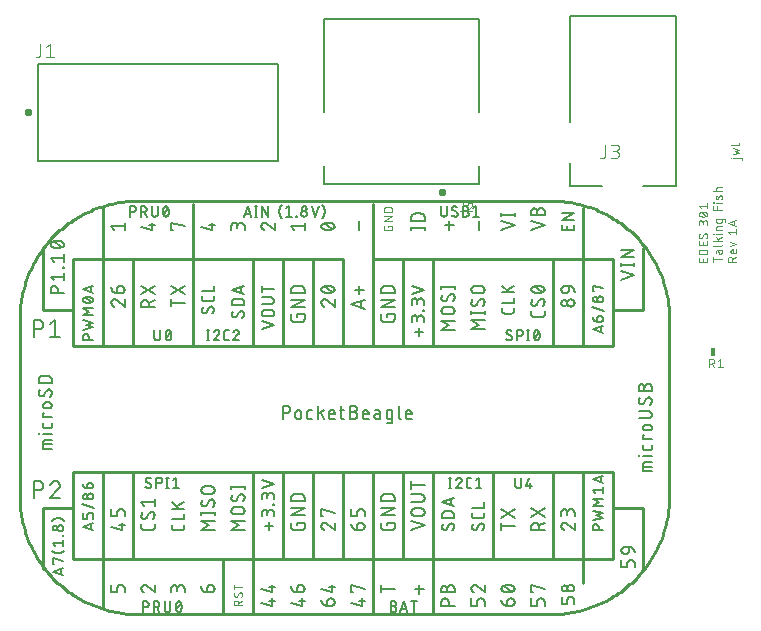
<source format=gbr>
G04 EAGLE Gerber RS-274X export*
G75*
%MOMM*%
%FSLAX34Y34*%
%LPD*%
%INSilkscreen Top*%
%IPPOS*%
%AMOC8*
5,1,8,0,0,1.08239X$1,22.5*%
G01*
%ADD10C,0.076200*%
%ADD11C,0.127000*%
%ADD12C,0.300000*%
%ADD13C,0.101600*%
%ADD14C,0.254000*%
%ADD15C,0.152400*%
%ADD16C,0.203200*%
%ADD17R,0.406400X0.711200*%


D10*
X655955Y321155D02*
X655955Y317881D01*
X648589Y317881D01*
X648589Y321155D01*
X651863Y320336D02*
X651863Y317881D01*
X648589Y324205D02*
X655955Y324205D01*
X648589Y324205D02*
X648589Y326251D01*
X648591Y326340D01*
X648597Y326429D01*
X648607Y326518D01*
X648620Y326606D01*
X648637Y326694D01*
X648659Y326781D01*
X648684Y326866D01*
X648712Y326951D01*
X648745Y327034D01*
X648781Y327116D01*
X648820Y327196D01*
X648863Y327274D01*
X648909Y327350D01*
X648959Y327425D01*
X649012Y327497D01*
X649068Y327566D01*
X649127Y327633D01*
X649188Y327698D01*
X649253Y327759D01*
X649320Y327818D01*
X649389Y327874D01*
X649461Y327927D01*
X649536Y327977D01*
X649612Y328023D01*
X649690Y328066D01*
X649770Y328105D01*
X649852Y328141D01*
X649935Y328174D01*
X650020Y328202D01*
X650105Y328227D01*
X650192Y328249D01*
X650280Y328266D01*
X650368Y328279D01*
X650457Y328289D01*
X650546Y328295D01*
X650635Y328297D01*
X653909Y328297D01*
X653998Y328295D01*
X654087Y328289D01*
X654176Y328279D01*
X654264Y328266D01*
X654352Y328249D01*
X654439Y328227D01*
X654524Y328202D01*
X654609Y328174D01*
X654692Y328141D01*
X654774Y328105D01*
X654854Y328066D01*
X654932Y328023D01*
X655008Y327977D01*
X655083Y327927D01*
X655155Y327874D01*
X655224Y327818D01*
X655291Y327759D01*
X655356Y327698D01*
X655417Y327633D01*
X655476Y327566D01*
X655532Y327497D01*
X655585Y327425D01*
X655635Y327350D01*
X655681Y327274D01*
X655724Y327196D01*
X655763Y327116D01*
X655799Y327034D01*
X655832Y326951D01*
X655860Y326866D01*
X655885Y326781D01*
X655907Y326694D01*
X655924Y326606D01*
X655937Y326518D01*
X655947Y326429D01*
X655953Y326340D01*
X655955Y326251D01*
X655955Y324205D01*
X655955Y332024D02*
X655955Y335297D01*
X655955Y332024D02*
X648589Y332024D01*
X648589Y335297D01*
X651863Y334479D02*
X651863Y332024D01*
X655955Y340315D02*
X655953Y340393D01*
X655948Y340471D01*
X655938Y340548D01*
X655925Y340625D01*
X655909Y340701D01*
X655889Y340776D01*
X655865Y340850D01*
X655838Y340923D01*
X655807Y340995D01*
X655773Y341065D01*
X655736Y341134D01*
X655695Y341200D01*
X655651Y341265D01*
X655605Y341327D01*
X655555Y341387D01*
X655503Y341445D01*
X655448Y341500D01*
X655390Y341552D01*
X655330Y341602D01*
X655268Y341648D01*
X655203Y341692D01*
X655137Y341733D01*
X655068Y341770D01*
X654998Y341804D01*
X654926Y341835D01*
X654853Y341862D01*
X654779Y341886D01*
X654704Y341906D01*
X654628Y341922D01*
X654551Y341935D01*
X654474Y341945D01*
X654396Y341950D01*
X654318Y341952D01*
X655955Y340315D02*
X655953Y340201D01*
X655948Y340088D01*
X655938Y339974D01*
X655925Y339861D01*
X655908Y339749D01*
X655888Y339637D01*
X655864Y339526D01*
X655836Y339415D01*
X655805Y339306D01*
X655770Y339198D01*
X655731Y339091D01*
X655689Y338985D01*
X655644Y338881D01*
X655595Y338778D01*
X655542Y338677D01*
X655487Y338578D01*
X655428Y338480D01*
X655366Y338385D01*
X655301Y338292D01*
X655233Y338200D01*
X655162Y338112D01*
X655088Y338025D01*
X655011Y337941D01*
X654932Y337860D01*
X650226Y338065D02*
X650148Y338067D01*
X650070Y338072D01*
X649993Y338082D01*
X649916Y338095D01*
X649840Y338111D01*
X649765Y338131D01*
X649691Y338155D01*
X649618Y338182D01*
X649546Y338213D01*
X649476Y338247D01*
X649408Y338284D01*
X649341Y338325D01*
X649276Y338369D01*
X649214Y338415D01*
X649154Y338465D01*
X649096Y338517D01*
X649041Y338572D01*
X648989Y338630D01*
X648939Y338690D01*
X648893Y338752D01*
X648849Y338817D01*
X648808Y338884D01*
X648771Y338952D01*
X648737Y339022D01*
X648706Y339094D01*
X648679Y339167D01*
X648655Y339241D01*
X648635Y339316D01*
X648619Y339392D01*
X648606Y339469D01*
X648596Y339546D01*
X648591Y339624D01*
X648589Y339702D01*
X648591Y339812D01*
X648597Y339921D01*
X648607Y340031D01*
X648620Y340139D01*
X648638Y340248D01*
X648659Y340355D01*
X648685Y340462D01*
X648714Y340568D01*
X648746Y340673D01*
X648783Y340776D01*
X648823Y340878D01*
X648867Y340979D01*
X648915Y341078D01*
X648965Y341175D01*
X649020Y341270D01*
X649078Y341363D01*
X649139Y341454D01*
X649203Y341543D01*
X651658Y338883D02*
X651616Y338817D01*
X651572Y338752D01*
X651524Y338690D01*
X651474Y338630D01*
X651421Y338572D01*
X651365Y338517D01*
X651307Y338464D01*
X651246Y338415D01*
X651183Y338368D01*
X651118Y338324D01*
X651051Y338284D01*
X650982Y338247D01*
X650911Y338213D01*
X650839Y338182D01*
X650765Y338155D01*
X650690Y338131D01*
X650615Y338111D01*
X650538Y338095D01*
X650461Y338082D01*
X650383Y338072D01*
X650304Y338067D01*
X650226Y338065D01*
X652885Y341134D02*
X652927Y341201D01*
X652971Y341266D01*
X653019Y341328D01*
X653069Y341388D01*
X653122Y341446D01*
X653178Y341501D01*
X653237Y341553D01*
X653297Y341603D01*
X653361Y341650D01*
X653426Y341693D01*
X653493Y341734D01*
X653562Y341771D01*
X653633Y341805D01*
X653705Y341836D01*
X653779Y341863D01*
X653853Y341887D01*
X653929Y341907D01*
X654006Y341923D01*
X654083Y341936D01*
X654161Y341946D01*
X654240Y341951D01*
X654318Y341953D01*
X652886Y341134D02*
X651658Y338883D01*
X655955Y348833D02*
X655955Y350879D01*
X655953Y350968D01*
X655947Y351057D01*
X655937Y351146D01*
X655924Y351234D01*
X655907Y351322D01*
X655885Y351409D01*
X655860Y351494D01*
X655832Y351579D01*
X655799Y351662D01*
X655763Y351744D01*
X655724Y351824D01*
X655681Y351902D01*
X655635Y351978D01*
X655585Y352053D01*
X655532Y352125D01*
X655476Y352194D01*
X655417Y352261D01*
X655356Y352326D01*
X655291Y352387D01*
X655224Y352446D01*
X655155Y352502D01*
X655083Y352555D01*
X655008Y352605D01*
X654932Y352651D01*
X654854Y352694D01*
X654774Y352733D01*
X654692Y352769D01*
X654609Y352802D01*
X654524Y352830D01*
X654439Y352855D01*
X654352Y352877D01*
X654264Y352894D01*
X654176Y352907D01*
X654087Y352917D01*
X653998Y352923D01*
X653909Y352925D01*
X653820Y352923D01*
X653731Y352917D01*
X653642Y352907D01*
X653554Y352894D01*
X653466Y352877D01*
X653379Y352855D01*
X653294Y352830D01*
X653209Y352802D01*
X653126Y352769D01*
X653044Y352733D01*
X652964Y352694D01*
X652886Y352651D01*
X652810Y352605D01*
X652735Y352555D01*
X652663Y352502D01*
X652594Y352446D01*
X652527Y352387D01*
X652462Y352326D01*
X652401Y352261D01*
X652342Y352194D01*
X652286Y352125D01*
X652233Y352053D01*
X652183Y351978D01*
X652137Y351902D01*
X652094Y351824D01*
X652055Y351744D01*
X652019Y351662D01*
X651986Y351579D01*
X651958Y351494D01*
X651933Y351409D01*
X651911Y351322D01*
X651894Y351234D01*
X651881Y351146D01*
X651871Y351057D01*
X651865Y350968D01*
X651863Y350879D01*
X648589Y351288D02*
X648589Y348833D01*
X648589Y351288D02*
X648591Y351367D01*
X648597Y351446D01*
X648606Y351525D01*
X648619Y351603D01*
X648637Y351680D01*
X648657Y351756D01*
X648682Y351831D01*
X648710Y351905D01*
X648741Y351978D01*
X648777Y352049D01*
X648815Y352118D01*
X648857Y352185D01*
X648902Y352250D01*
X648950Y352313D01*
X649001Y352374D01*
X649055Y352431D01*
X649111Y352487D01*
X649170Y352539D01*
X649232Y352589D01*
X649296Y352635D01*
X649362Y352679D01*
X649430Y352719D01*
X649500Y352755D01*
X649572Y352789D01*
X649646Y352819D01*
X649720Y352845D01*
X649796Y352868D01*
X649873Y352886D01*
X649950Y352902D01*
X650029Y352913D01*
X650107Y352921D01*
X650186Y352925D01*
X650266Y352925D01*
X650345Y352921D01*
X650423Y352913D01*
X650502Y352902D01*
X650579Y352886D01*
X650656Y352868D01*
X650732Y352845D01*
X650806Y352819D01*
X650880Y352789D01*
X650952Y352755D01*
X651022Y352719D01*
X651090Y352679D01*
X651156Y352635D01*
X651220Y352589D01*
X651282Y352539D01*
X651341Y352487D01*
X651397Y352431D01*
X651451Y352374D01*
X651502Y352313D01*
X651550Y352250D01*
X651595Y352185D01*
X651637Y352118D01*
X651675Y352049D01*
X651711Y351978D01*
X651742Y351905D01*
X651770Y351831D01*
X651795Y351756D01*
X651815Y351680D01*
X651833Y351603D01*
X651846Y351525D01*
X651855Y351446D01*
X651861Y351367D01*
X651863Y351288D01*
X651863Y349651D01*
X652272Y356148D02*
X652119Y356150D01*
X651966Y356156D01*
X651814Y356165D01*
X651661Y356179D01*
X651509Y356196D01*
X651358Y356217D01*
X651207Y356242D01*
X651057Y356271D01*
X650907Y356303D01*
X650759Y356340D01*
X650611Y356380D01*
X650464Y356423D01*
X650319Y356471D01*
X650175Y356522D01*
X650032Y356576D01*
X649890Y356635D01*
X649751Y356696D01*
X649612Y356762D01*
X649542Y356788D01*
X649472Y356818D01*
X649405Y356851D01*
X649339Y356887D01*
X649275Y356926D01*
X649213Y356969D01*
X649154Y357015D01*
X649096Y357063D01*
X649042Y357114D01*
X648989Y357168D01*
X648940Y357225D01*
X648893Y357284D01*
X648850Y357345D01*
X648809Y357408D01*
X648772Y357473D01*
X648737Y357540D01*
X648707Y357609D01*
X648679Y357679D01*
X648656Y357750D01*
X648635Y357822D01*
X648619Y357895D01*
X648606Y357969D01*
X648596Y358044D01*
X648591Y358119D01*
X648589Y358194D01*
X648591Y358269D01*
X648596Y358344D01*
X648606Y358419D01*
X648619Y358493D01*
X648635Y358566D01*
X648656Y358638D01*
X648679Y358709D01*
X648707Y358779D01*
X648737Y358848D01*
X648772Y358915D01*
X648809Y358980D01*
X648850Y359043D01*
X648893Y359104D01*
X648940Y359163D01*
X648989Y359220D01*
X649042Y359274D01*
X649096Y359325D01*
X649154Y359374D01*
X649213Y359419D01*
X649275Y359462D01*
X649339Y359501D01*
X649405Y359538D01*
X649473Y359570D01*
X649542Y359600D01*
X649612Y359626D01*
X649750Y359691D01*
X649890Y359753D01*
X650032Y359811D01*
X650175Y359866D01*
X650319Y359917D01*
X650464Y359965D01*
X650611Y360008D01*
X650758Y360048D01*
X650907Y360085D01*
X651057Y360117D01*
X651207Y360146D01*
X651358Y360171D01*
X651509Y360192D01*
X651661Y360209D01*
X651814Y360223D01*
X651966Y360232D01*
X652119Y360238D01*
X652272Y360240D01*
X652272Y356148D02*
X652425Y356150D01*
X652578Y356156D01*
X652730Y356165D01*
X652883Y356179D01*
X653035Y356196D01*
X653186Y356217D01*
X653337Y356242D01*
X653487Y356271D01*
X653637Y356303D01*
X653785Y356340D01*
X653933Y356380D01*
X654080Y356423D01*
X654225Y356471D01*
X654369Y356522D01*
X654512Y356576D01*
X654654Y356635D01*
X654793Y356696D01*
X654932Y356762D01*
X655003Y356788D01*
X655072Y356818D01*
X655139Y356851D01*
X655205Y356887D01*
X655269Y356926D01*
X655331Y356969D01*
X655390Y357015D01*
X655448Y357063D01*
X655502Y357114D01*
X655555Y357168D01*
X655604Y357225D01*
X655651Y357284D01*
X655694Y357345D01*
X655735Y357408D01*
X655772Y357473D01*
X655807Y357540D01*
X655837Y357609D01*
X655865Y357679D01*
X655888Y357750D01*
X655909Y357822D01*
X655925Y357895D01*
X655938Y357969D01*
X655948Y358044D01*
X655953Y358119D01*
X655955Y358194D01*
X654932Y359626D02*
X654794Y359691D01*
X654654Y359753D01*
X654512Y359811D01*
X654369Y359866D01*
X654225Y359917D01*
X654080Y359965D01*
X653933Y360008D01*
X653786Y360048D01*
X653637Y360085D01*
X653487Y360117D01*
X653337Y360146D01*
X653186Y360171D01*
X653035Y360192D01*
X652883Y360209D01*
X652730Y360223D01*
X652578Y360232D01*
X652425Y360238D01*
X652272Y360240D01*
X654932Y359626D02*
X655002Y359600D01*
X655072Y359570D01*
X655139Y359537D01*
X655205Y359501D01*
X655269Y359462D01*
X655331Y359419D01*
X655390Y359373D01*
X655448Y359325D01*
X655502Y359274D01*
X655555Y359220D01*
X655604Y359163D01*
X655651Y359104D01*
X655694Y359043D01*
X655735Y358980D01*
X655772Y358915D01*
X655807Y358848D01*
X655837Y358779D01*
X655865Y358709D01*
X655888Y358638D01*
X655909Y358566D01*
X655925Y358493D01*
X655938Y358419D01*
X655948Y358344D01*
X655953Y358269D01*
X655955Y358194D01*
X654318Y356557D02*
X650226Y359831D01*
X650226Y363463D02*
X648589Y365509D01*
X655955Y365509D01*
X655955Y363463D02*
X655955Y367556D01*
X660781Y319927D02*
X668147Y319927D01*
X660781Y317881D02*
X660781Y321973D01*
X665282Y326021D02*
X665282Y327863D01*
X665283Y326021D02*
X665285Y325946D01*
X665291Y325871D01*
X665301Y325797D01*
X665314Y325723D01*
X665332Y325650D01*
X665353Y325578D01*
X665378Y325508D01*
X665407Y325439D01*
X665439Y325371D01*
X665475Y325305D01*
X665514Y325241D01*
X665556Y325179D01*
X665602Y325120D01*
X665651Y325063D01*
X665702Y325008D01*
X665757Y324957D01*
X665814Y324908D01*
X665873Y324862D01*
X665935Y324820D01*
X665999Y324781D01*
X666065Y324745D01*
X666133Y324713D01*
X666202Y324684D01*
X666272Y324659D01*
X666344Y324638D01*
X666417Y324620D01*
X666491Y324607D01*
X666565Y324597D01*
X666640Y324591D01*
X666715Y324589D01*
X666790Y324591D01*
X666865Y324597D01*
X666939Y324607D01*
X667013Y324620D01*
X667086Y324638D01*
X667158Y324659D01*
X667228Y324684D01*
X667297Y324713D01*
X667365Y324745D01*
X667431Y324781D01*
X667495Y324820D01*
X667557Y324862D01*
X667616Y324908D01*
X667673Y324957D01*
X667728Y325008D01*
X667779Y325063D01*
X667828Y325120D01*
X667874Y325179D01*
X667916Y325241D01*
X667955Y325305D01*
X667991Y325371D01*
X668023Y325439D01*
X668052Y325508D01*
X668077Y325578D01*
X668098Y325650D01*
X668116Y325723D01*
X668129Y325797D01*
X668139Y325871D01*
X668145Y325946D01*
X668147Y326021D01*
X668147Y327863D01*
X664464Y327863D01*
X664395Y327861D01*
X664327Y327855D01*
X664258Y327846D01*
X664191Y327832D01*
X664124Y327815D01*
X664058Y327794D01*
X663994Y327770D01*
X663931Y327741D01*
X663870Y327710D01*
X663811Y327675D01*
X663753Y327637D01*
X663698Y327595D01*
X663646Y327551D01*
X663596Y327503D01*
X663548Y327453D01*
X663504Y327401D01*
X663463Y327346D01*
X663424Y327288D01*
X663389Y327229D01*
X663358Y327168D01*
X663329Y327105D01*
X663305Y327041D01*
X663284Y326975D01*
X663267Y326908D01*
X663253Y326841D01*
X663244Y326773D01*
X663238Y326704D01*
X663236Y326635D01*
X663236Y324998D01*
X660781Y331297D02*
X666919Y331297D01*
X666919Y331296D02*
X666988Y331298D01*
X667056Y331304D01*
X667125Y331313D01*
X667192Y331327D01*
X667259Y331344D01*
X667325Y331365D01*
X667389Y331389D01*
X667452Y331418D01*
X667513Y331449D01*
X667572Y331484D01*
X667630Y331522D01*
X667685Y331564D01*
X667737Y331608D01*
X667787Y331656D01*
X667835Y331706D01*
X667879Y331758D01*
X667921Y331813D01*
X667959Y331871D01*
X667994Y331930D01*
X668025Y331991D01*
X668054Y332054D01*
X668078Y332118D01*
X668099Y332184D01*
X668116Y332251D01*
X668130Y332318D01*
X668139Y332387D01*
X668145Y332455D01*
X668147Y332524D01*
X668147Y335453D02*
X660781Y335453D01*
X663236Y338727D02*
X665692Y335453D01*
X664669Y336885D02*
X668147Y338727D01*
X668147Y341385D02*
X663236Y341385D01*
X661190Y341180D02*
X660781Y341180D01*
X660781Y341590D01*
X661190Y341590D01*
X661190Y341180D01*
X663236Y344625D02*
X668147Y344625D01*
X663236Y344625D02*
X663236Y346671D01*
X663238Y346740D01*
X663244Y346808D01*
X663253Y346877D01*
X663267Y346944D01*
X663284Y347011D01*
X663305Y347077D01*
X663329Y347141D01*
X663358Y347204D01*
X663389Y347265D01*
X663424Y347324D01*
X663462Y347382D01*
X663504Y347437D01*
X663548Y347489D01*
X663596Y347539D01*
X663646Y347587D01*
X663698Y347631D01*
X663753Y347673D01*
X663811Y347711D01*
X663870Y347746D01*
X663931Y347777D01*
X663994Y347806D01*
X664058Y347830D01*
X664124Y347851D01*
X664191Y347868D01*
X664258Y347882D01*
X664327Y347891D01*
X664395Y347897D01*
X664464Y347899D01*
X668147Y347899D01*
X668147Y352395D02*
X668147Y354441D01*
X668147Y352395D02*
X668145Y352326D01*
X668139Y352258D01*
X668130Y352189D01*
X668116Y352122D01*
X668099Y352055D01*
X668078Y351989D01*
X668054Y351925D01*
X668025Y351862D01*
X667994Y351801D01*
X667959Y351742D01*
X667921Y351684D01*
X667879Y351629D01*
X667835Y351577D01*
X667787Y351527D01*
X667737Y351479D01*
X667685Y351435D01*
X667630Y351394D01*
X667572Y351355D01*
X667513Y351320D01*
X667452Y351289D01*
X667389Y351260D01*
X667325Y351236D01*
X667259Y351215D01*
X667192Y351198D01*
X667125Y351184D01*
X667057Y351175D01*
X666988Y351169D01*
X666919Y351167D01*
X666919Y351168D02*
X664464Y351168D01*
X664464Y351167D02*
X664395Y351169D01*
X664327Y351175D01*
X664258Y351184D01*
X664191Y351198D01*
X664124Y351215D01*
X664058Y351236D01*
X663994Y351260D01*
X663931Y351289D01*
X663870Y351320D01*
X663811Y351355D01*
X663753Y351393D01*
X663698Y351435D01*
X663646Y351479D01*
X663596Y351527D01*
X663548Y351577D01*
X663504Y351629D01*
X663462Y351684D01*
X663424Y351742D01*
X663389Y351801D01*
X663358Y351862D01*
X663329Y351925D01*
X663305Y351989D01*
X663284Y352055D01*
X663267Y352122D01*
X663253Y352189D01*
X663244Y352258D01*
X663238Y352326D01*
X663236Y352395D01*
X663236Y354441D01*
X669375Y354441D01*
X669375Y354442D02*
X669444Y354440D01*
X669512Y354434D01*
X669581Y354425D01*
X669648Y354411D01*
X669715Y354394D01*
X669781Y354373D01*
X669845Y354349D01*
X669908Y354320D01*
X669969Y354289D01*
X670028Y354254D01*
X670086Y354216D01*
X670141Y354174D01*
X670193Y354130D01*
X670243Y354082D01*
X670291Y354032D01*
X670335Y353980D01*
X670377Y353925D01*
X670415Y353867D01*
X670450Y353808D01*
X670481Y353747D01*
X670510Y353684D01*
X670534Y353620D01*
X670555Y353554D01*
X670572Y353487D01*
X670586Y353420D01*
X670595Y353351D01*
X670601Y353283D01*
X670603Y353214D01*
X670602Y353214D02*
X670602Y351577D01*
X668147Y362032D02*
X660781Y362032D01*
X660781Y365305D01*
X664055Y365305D02*
X664055Y362032D01*
X663236Y367963D02*
X668147Y367963D01*
X661190Y367759D02*
X660781Y367759D01*
X660781Y368168D01*
X661190Y368168D01*
X661190Y367759D01*
X665282Y371573D02*
X666101Y373619D01*
X665282Y371573D02*
X665257Y371514D01*
X665228Y371457D01*
X665195Y371402D01*
X665159Y371349D01*
X665121Y371298D01*
X665079Y371250D01*
X665034Y371204D01*
X664987Y371161D01*
X664937Y371121D01*
X664885Y371084D01*
X664830Y371050D01*
X664774Y371019D01*
X664716Y370992D01*
X664656Y370969D01*
X664596Y370949D01*
X664534Y370933D01*
X664471Y370920D01*
X664407Y370912D01*
X664344Y370907D01*
X664280Y370906D01*
X664216Y370909D01*
X664152Y370916D01*
X664089Y370927D01*
X664027Y370941D01*
X663965Y370959D01*
X663905Y370981D01*
X663846Y371006D01*
X663789Y371035D01*
X663734Y371068D01*
X663681Y371103D01*
X663630Y371142D01*
X663581Y371184D01*
X663535Y371228D01*
X663492Y371276D01*
X663452Y371325D01*
X663415Y371378D01*
X663381Y371432D01*
X663350Y371488D01*
X663323Y371546D01*
X663299Y371605D01*
X663280Y371666D01*
X663263Y371728D01*
X663251Y371791D01*
X663242Y371854D01*
X663237Y371918D01*
X663236Y371982D01*
X663240Y372118D01*
X663248Y372253D01*
X663260Y372389D01*
X663276Y372523D01*
X663296Y372658D01*
X663319Y372791D01*
X663347Y372924D01*
X663378Y373056D01*
X663413Y373187D01*
X663452Y373317D01*
X663495Y373446D01*
X663542Y373573D01*
X663592Y373699D01*
X663646Y373824D01*
X666101Y373619D02*
X666126Y373678D01*
X666155Y373735D01*
X666188Y373790D01*
X666224Y373843D01*
X666262Y373894D01*
X666304Y373942D01*
X666349Y373988D01*
X666396Y374031D01*
X666446Y374071D01*
X666498Y374108D01*
X666553Y374142D01*
X666609Y374173D01*
X666667Y374200D01*
X666727Y374223D01*
X666787Y374243D01*
X666849Y374259D01*
X666912Y374272D01*
X666976Y374280D01*
X667039Y374285D01*
X667103Y374286D01*
X667167Y374283D01*
X667231Y374276D01*
X667294Y374265D01*
X667356Y374251D01*
X667418Y374233D01*
X667478Y374211D01*
X667537Y374186D01*
X667594Y374157D01*
X667649Y374124D01*
X667702Y374089D01*
X667753Y374050D01*
X667802Y374008D01*
X667848Y373964D01*
X667891Y373916D01*
X667931Y373867D01*
X667968Y373814D01*
X668002Y373760D01*
X668033Y373704D01*
X668060Y373646D01*
X668084Y373587D01*
X668103Y373526D01*
X668120Y373464D01*
X668132Y373401D01*
X668141Y373338D01*
X668146Y373274D01*
X668147Y373210D01*
X668143Y373046D01*
X668135Y372882D01*
X668123Y372718D01*
X668107Y372555D01*
X668087Y372392D01*
X668064Y372229D01*
X668036Y372068D01*
X668005Y371906D01*
X667970Y371746D01*
X667931Y371587D01*
X667888Y371428D01*
X667842Y371271D01*
X667792Y371114D01*
X667738Y370959D01*
X668147Y377543D02*
X660781Y377543D01*
X663236Y377543D02*
X663236Y379589D01*
X663238Y379658D01*
X663244Y379726D01*
X663253Y379795D01*
X663267Y379862D01*
X663284Y379929D01*
X663305Y379995D01*
X663329Y380059D01*
X663358Y380122D01*
X663389Y380183D01*
X663424Y380242D01*
X663462Y380300D01*
X663504Y380355D01*
X663548Y380407D01*
X663596Y380457D01*
X663646Y380505D01*
X663698Y380549D01*
X663753Y380591D01*
X663811Y380629D01*
X663870Y380664D01*
X663931Y380695D01*
X663994Y380724D01*
X664058Y380748D01*
X664124Y380769D01*
X664191Y380786D01*
X664258Y380800D01*
X664327Y380809D01*
X664395Y380815D01*
X664464Y380817D01*
X668147Y380817D01*
X672973Y317881D02*
X680339Y317881D01*
X672973Y317881D02*
X672973Y319927D01*
X672975Y320016D01*
X672981Y320105D01*
X672991Y320194D01*
X673004Y320282D01*
X673021Y320370D01*
X673043Y320457D01*
X673068Y320542D01*
X673096Y320627D01*
X673129Y320710D01*
X673165Y320792D01*
X673204Y320872D01*
X673247Y320950D01*
X673293Y321026D01*
X673343Y321101D01*
X673396Y321173D01*
X673452Y321242D01*
X673511Y321309D01*
X673572Y321374D01*
X673637Y321435D01*
X673704Y321494D01*
X673773Y321550D01*
X673845Y321603D01*
X673920Y321653D01*
X673996Y321699D01*
X674074Y321742D01*
X674154Y321781D01*
X674236Y321817D01*
X674319Y321850D01*
X674404Y321878D01*
X674489Y321903D01*
X674576Y321925D01*
X674664Y321942D01*
X674752Y321955D01*
X674841Y321965D01*
X674930Y321971D01*
X675019Y321973D01*
X675108Y321971D01*
X675197Y321965D01*
X675286Y321955D01*
X675374Y321942D01*
X675462Y321925D01*
X675549Y321903D01*
X675634Y321878D01*
X675719Y321850D01*
X675802Y321817D01*
X675884Y321781D01*
X675964Y321742D01*
X676042Y321699D01*
X676118Y321653D01*
X676193Y321603D01*
X676265Y321550D01*
X676334Y321494D01*
X676401Y321435D01*
X676466Y321374D01*
X676527Y321309D01*
X676586Y321242D01*
X676642Y321173D01*
X676695Y321101D01*
X676745Y321026D01*
X676791Y320950D01*
X676834Y320872D01*
X676873Y320792D01*
X676909Y320710D01*
X676942Y320627D01*
X676970Y320542D01*
X676995Y320457D01*
X677017Y320370D01*
X677034Y320282D01*
X677047Y320194D01*
X677057Y320105D01*
X677063Y320016D01*
X677065Y319927D01*
X677065Y317881D01*
X677065Y320336D02*
X680339Y321973D01*
X680339Y326294D02*
X680339Y328340D01*
X680339Y326294D02*
X680337Y326225D01*
X680331Y326157D01*
X680322Y326088D01*
X680308Y326021D01*
X680291Y325954D01*
X680270Y325888D01*
X680246Y325824D01*
X680217Y325761D01*
X680186Y325700D01*
X680151Y325641D01*
X680113Y325583D01*
X680071Y325528D01*
X680027Y325476D01*
X679979Y325426D01*
X679929Y325378D01*
X679877Y325334D01*
X679822Y325293D01*
X679764Y325254D01*
X679705Y325219D01*
X679644Y325188D01*
X679581Y325159D01*
X679517Y325135D01*
X679451Y325114D01*
X679384Y325097D01*
X679317Y325083D01*
X679249Y325074D01*
X679180Y325068D01*
X679111Y325066D01*
X679111Y325067D02*
X677065Y325067D01*
X677065Y325066D02*
X676986Y325068D01*
X676907Y325074D01*
X676828Y325083D01*
X676750Y325096D01*
X676673Y325114D01*
X676597Y325134D01*
X676522Y325159D01*
X676448Y325187D01*
X676375Y325218D01*
X676304Y325254D01*
X676235Y325292D01*
X676168Y325334D01*
X676103Y325379D01*
X676040Y325427D01*
X675979Y325478D01*
X675922Y325532D01*
X675866Y325588D01*
X675814Y325647D01*
X675764Y325709D01*
X675718Y325773D01*
X675674Y325839D01*
X675634Y325907D01*
X675598Y325977D01*
X675564Y326049D01*
X675534Y326123D01*
X675508Y326197D01*
X675485Y326273D01*
X675467Y326350D01*
X675451Y326427D01*
X675440Y326506D01*
X675432Y326584D01*
X675428Y326663D01*
X675428Y326743D01*
X675432Y326822D01*
X675440Y326900D01*
X675451Y326979D01*
X675467Y327056D01*
X675485Y327133D01*
X675508Y327209D01*
X675534Y327283D01*
X675564Y327357D01*
X675598Y327429D01*
X675634Y327499D01*
X675674Y327567D01*
X675718Y327633D01*
X675764Y327697D01*
X675814Y327759D01*
X675866Y327818D01*
X675922Y327874D01*
X675979Y327928D01*
X676040Y327979D01*
X676103Y328027D01*
X676168Y328072D01*
X676235Y328114D01*
X676304Y328152D01*
X676375Y328188D01*
X676448Y328219D01*
X676522Y328247D01*
X676597Y328272D01*
X676673Y328292D01*
X676750Y328310D01*
X676828Y328323D01*
X676907Y328332D01*
X676986Y328338D01*
X677065Y328340D01*
X677884Y328340D01*
X677884Y325067D01*
X675428Y331163D02*
X680339Y332799D01*
X675428Y334436D01*
X674610Y341238D02*
X672973Y343285D01*
X680339Y343285D01*
X680339Y345331D02*
X680339Y341238D01*
X680339Y348144D02*
X672973Y350600D01*
X680339Y353055D01*
X678498Y352441D02*
X678498Y348758D01*
X677968Y405878D02*
X684107Y405878D01*
X684176Y405876D01*
X684244Y405870D01*
X684313Y405861D01*
X684380Y405847D01*
X684447Y405830D01*
X684513Y405809D01*
X684577Y405785D01*
X684640Y405756D01*
X684701Y405725D01*
X684760Y405690D01*
X684818Y405652D01*
X684873Y405610D01*
X684925Y405566D01*
X684975Y405518D01*
X685023Y405468D01*
X685067Y405416D01*
X685109Y405361D01*
X685147Y405303D01*
X685182Y405244D01*
X685213Y405183D01*
X685242Y405120D01*
X685266Y405056D01*
X685287Y404990D01*
X685304Y404923D01*
X685318Y404856D01*
X685327Y404787D01*
X685333Y404719D01*
X685335Y404650D01*
X685334Y404650D02*
X685334Y404241D01*
X675922Y405673D02*
X675513Y405673D01*
X675513Y406083D01*
X675922Y406083D01*
X675922Y405673D01*
X677968Y408924D02*
X682879Y410152D01*
X679605Y411380D01*
X682879Y412607D01*
X677968Y413835D01*
X675513Y416897D02*
X681651Y416897D01*
X681720Y416899D01*
X681788Y416905D01*
X681857Y416914D01*
X681924Y416928D01*
X681991Y416945D01*
X682057Y416966D01*
X682121Y416990D01*
X682184Y417019D01*
X682245Y417050D01*
X682304Y417085D01*
X682362Y417123D01*
X682417Y417165D01*
X682469Y417209D01*
X682519Y417257D01*
X682567Y417307D01*
X682611Y417359D01*
X682653Y417414D01*
X682691Y417472D01*
X682726Y417531D01*
X682757Y417592D01*
X682786Y417655D01*
X682810Y417719D01*
X682831Y417785D01*
X682848Y417852D01*
X682862Y417919D01*
X682871Y417988D01*
X682877Y418056D01*
X682879Y418125D01*
D11*
X292100Y485500D02*
X88900Y485500D01*
X292100Y485500D02*
X292100Y403500D01*
X88900Y403500D01*
X88900Y485500D01*
D12*
X79700Y444500D02*
X79702Y444577D01*
X79708Y444654D01*
X79718Y444731D01*
X79732Y444807D01*
X79749Y444882D01*
X79771Y444956D01*
X79796Y445029D01*
X79826Y445101D01*
X79858Y445171D01*
X79895Y445239D01*
X79934Y445305D01*
X79977Y445369D01*
X80024Y445431D01*
X80073Y445490D01*
X80126Y445547D01*
X80181Y445601D01*
X80239Y445652D01*
X80300Y445700D01*
X80363Y445745D01*
X80428Y445786D01*
X80495Y445824D01*
X80564Y445859D01*
X80635Y445889D01*
X80707Y445917D01*
X80781Y445940D01*
X80855Y445960D01*
X80931Y445976D01*
X81007Y445988D01*
X81084Y445996D01*
X81161Y446000D01*
X81239Y446000D01*
X81316Y445996D01*
X81393Y445988D01*
X81469Y445976D01*
X81545Y445960D01*
X81619Y445940D01*
X81693Y445917D01*
X81765Y445889D01*
X81836Y445859D01*
X81905Y445824D01*
X81972Y445786D01*
X82037Y445745D01*
X82100Y445700D01*
X82161Y445652D01*
X82219Y445601D01*
X82274Y445547D01*
X82327Y445490D01*
X82376Y445431D01*
X82423Y445369D01*
X82466Y445305D01*
X82505Y445239D01*
X82542Y445171D01*
X82574Y445101D01*
X82604Y445029D01*
X82629Y444956D01*
X82651Y444882D01*
X82668Y444807D01*
X82682Y444731D01*
X82692Y444654D01*
X82698Y444577D01*
X82700Y444500D01*
X82698Y444423D01*
X82692Y444346D01*
X82682Y444269D01*
X82668Y444193D01*
X82651Y444118D01*
X82629Y444044D01*
X82604Y443971D01*
X82574Y443899D01*
X82542Y443829D01*
X82505Y443761D01*
X82466Y443695D01*
X82423Y443631D01*
X82376Y443569D01*
X82327Y443510D01*
X82274Y443453D01*
X82219Y443399D01*
X82161Y443348D01*
X82100Y443300D01*
X82037Y443255D01*
X81972Y443214D01*
X81905Y443176D01*
X81836Y443141D01*
X81765Y443111D01*
X81693Y443083D01*
X81619Y443060D01*
X81545Y443040D01*
X81469Y443024D01*
X81393Y443012D01*
X81316Y443004D01*
X81239Y443000D01*
X81161Y443000D01*
X81084Y443004D01*
X81007Y443012D01*
X80931Y443024D01*
X80855Y443040D01*
X80781Y443060D01*
X80707Y443083D01*
X80635Y443111D01*
X80564Y443141D01*
X80495Y443176D01*
X80428Y443214D01*
X80363Y443255D01*
X80300Y443300D01*
X80239Y443348D01*
X80181Y443399D01*
X80126Y443453D01*
X80073Y443510D01*
X80024Y443569D01*
X79977Y443631D01*
X79934Y443695D01*
X79895Y443761D01*
X79858Y443829D01*
X79826Y443899D01*
X79796Y443971D01*
X79771Y444044D01*
X79749Y444118D01*
X79732Y444193D01*
X79718Y444269D01*
X79708Y444346D01*
X79702Y444423D01*
X79700Y444500D01*
D13*
X90962Y493489D02*
X90962Y502593D01*
X90962Y493489D02*
X90960Y493389D01*
X90954Y493290D01*
X90945Y493191D01*
X90932Y493092D01*
X90914Y492994D01*
X90894Y492896D01*
X90869Y492800D01*
X90841Y492704D01*
X90809Y492610D01*
X90773Y492517D01*
X90734Y492425D01*
X90692Y492335D01*
X90646Y492246D01*
X90597Y492160D01*
X90544Y492075D01*
X90488Y491993D01*
X90430Y491912D01*
X90368Y491834D01*
X90303Y491758D01*
X90235Y491685D01*
X90165Y491615D01*
X90092Y491547D01*
X90016Y491482D01*
X89938Y491420D01*
X89857Y491362D01*
X89775Y491306D01*
X89690Y491253D01*
X89604Y491204D01*
X89515Y491158D01*
X89425Y491116D01*
X89333Y491077D01*
X89240Y491041D01*
X89146Y491009D01*
X89050Y490981D01*
X88954Y490956D01*
X88856Y490936D01*
X88758Y490918D01*
X88659Y490905D01*
X88560Y490896D01*
X88461Y490890D01*
X88361Y490888D01*
X88361Y490887D02*
X87060Y490887D01*
X96244Y499992D02*
X99495Y502593D01*
X99495Y490887D01*
X96244Y490887D02*
X102747Y490887D01*
D11*
X331150Y383600D02*
X462450Y383600D01*
X331150Y383600D02*
X331150Y398700D01*
X331150Y444500D02*
X331150Y523600D01*
X462450Y523600D01*
X462450Y444500D01*
X462450Y398700D02*
X462450Y383600D01*
D12*
X430300Y376700D02*
X430302Y376777D01*
X430308Y376854D01*
X430318Y376931D01*
X430332Y377007D01*
X430349Y377082D01*
X430371Y377156D01*
X430396Y377229D01*
X430426Y377301D01*
X430458Y377371D01*
X430495Y377439D01*
X430534Y377505D01*
X430577Y377569D01*
X430624Y377631D01*
X430673Y377690D01*
X430726Y377747D01*
X430781Y377801D01*
X430839Y377852D01*
X430900Y377900D01*
X430963Y377945D01*
X431028Y377986D01*
X431095Y378024D01*
X431164Y378059D01*
X431235Y378089D01*
X431307Y378117D01*
X431381Y378140D01*
X431455Y378160D01*
X431531Y378176D01*
X431607Y378188D01*
X431684Y378196D01*
X431761Y378200D01*
X431839Y378200D01*
X431916Y378196D01*
X431993Y378188D01*
X432069Y378176D01*
X432145Y378160D01*
X432219Y378140D01*
X432293Y378117D01*
X432365Y378089D01*
X432436Y378059D01*
X432505Y378024D01*
X432572Y377986D01*
X432637Y377945D01*
X432700Y377900D01*
X432761Y377852D01*
X432819Y377801D01*
X432874Y377747D01*
X432927Y377690D01*
X432976Y377631D01*
X433023Y377569D01*
X433066Y377505D01*
X433105Y377439D01*
X433142Y377371D01*
X433174Y377301D01*
X433204Y377229D01*
X433229Y377156D01*
X433251Y377082D01*
X433268Y377007D01*
X433282Y376931D01*
X433292Y376854D01*
X433298Y376777D01*
X433300Y376700D01*
X433298Y376623D01*
X433292Y376546D01*
X433282Y376469D01*
X433268Y376393D01*
X433251Y376318D01*
X433229Y376244D01*
X433204Y376171D01*
X433174Y376099D01*
X433142Y376029D01*
X433105Y375961D01*
X433066Y375895D01*
X433023Y375831D01*
X432976Y375769D01*
X432927Y375710D01*
X432874Y375653D01*
X432819Y375599D01*
X432761Y375548D01*
X432700Y375500D01*
X432637Y375455D01*
X432572Y375414D01*
X432505Y375376D01*
X432436Y375341D01*
X432365Y375311D01*
X432293Y375283D01*
X432219Y375260D01*
X432145Y375240D01*
X432069Y375224D01*
X431993Y375212D01*
X431916Y375204D01*
X431839Y375200D01*
X431761Y375200D01*
X431684Y375204D01*
X431607Y375212D01*
X431531Y375224D01*
X431455Y375240D01*
X431381Y375260D01*
X431307Y375283D01*
X431235Y375311D01*
X431164Y375341D01*
X431095Y375376D01*
X431028Y375414D01*
X430963Y375455D01*
X430900Y375500D01*
X430839Y375548D01*
X430781Y375599D01*
X430726Y375653D01*
X430673Y375710D01*
X430624Y375769D01*
X430577Y375831D01*
X430534Y375895D01*
X430495Y375961D01*
X430458Y376029D01*
X430426Y376099D01*
X430396Y376171D01*
X430371Y376244D01*
X430349Y376318D01*
X430332Y376393D01*
X430318Y376469D01*
X430308Y376546D01*
X430302Y376623D01*
X430300Y376700D01*
D13*
X449171Y367792D02*
X449171Y362260D01*
X449169Y362182D01*
X449163Y362105D01*
X449154Y362028D01*
X449141Y361952D01*
X449124Y361876D01*
X449103Y361801D01*
X449079Y361728D01*
X449051Y361655D01*
X449019Y361584D01*
X448984Y361515D01*
X448946Y361448D01*
X448905Y361382D01*
X448860Y361319D01*
X448812Y361258D01*
X448762Y361199D01*
X448708Y361143D01*
X448652Y361089D01*
X448593Y361039D01*
X448532Y360991D01*
X448469Y360946D01*
X448403Y360905D01*
X448336Y360867D01*
X448267Y360832D01*
X448196Y360800D01*
X448123Y360772D01*
X448050Y360748D01*
X447975Y360727D01*
X447899Y360710D01*
X447823Y360697D01*
X447746Y360688D01*
X447669Y360682D01*
X447591Y360680D01*
X446800Y360680D01*
X454914Y367792D02*
X454996Y367790D01*
X455078Y367784D01*
X455160Y367775D01*
X455241Y367762D01*
X455321Y367745D01*
X455401Y367724D01*
X455479Y367700D01*
X455556Y367672D01*
X455632Y367641D01*
X455707Y367606D01*
X455779Y367567D01*
X455850Y367526D01*
X455919Y367481D01*
X455985Y367433D01*
X456050Y367382D01*
X456112Y367328D01*
X456171Y367271D01*
X456228Y367212D01*
X456282Y367150D01*
X456333Y367085D01*
X456381Y367019D01*
X456426Y366950D01*
X456467Y366879D01*
X456506Y366807D01*
X456541Y366732D01*
X456572Y366656D01*
X456600Y366579D01*
X456624Y366501D01*
X456645Y366421D01*
X456662Y366341D01*
X456675Y366260D01*
X456684Y366178D01*
X456690Y366096D01*
X456692Y366014D01*
X454914Y367792D02*
X454821Y367790D01*
X454729Y367784D01*
X454637Y367775D01*
X454545Y367762D01*
X454454Y367745D01*
X454364Y367725D01*
X454274Y367701D01*
X454186Y367673D01*
X454098Y367641D01*
X454013Y367607D01*
X453928Y367568D01*
X453846Y367527D01*
X453765Y367482D01*
X453685Y367433D01*
X453608Y367382D01*
X453533Y367328D01*
X453461Y367270D01*
X453391Y367210D01*
X453323Y367146D01*
X453258Y367081D01*
X453195Y367012D01*
X453136Y366941D01*
X453079Y366868D01*
X453025Y366792D01*
X452975Y366715D01*
X452927Y366635D01*
X452883Y366554D01*
X452843Y366470D01*
X452805Y366386D01*
X452771Y366299D01*
X452741Y366212D01*
X456099Y364631D02*
X456160Y364692D01*
X456218Y364755D01*
X456273Y364821D01*
X456326Y364889D01*
X456375Y364960D01*
X456420Y365032D01*
X456463Y365107D01*
X456502Y365183D01*
X456538Y365262D01*
X456570Y365341D01*
X456598Y365422D01*
X456623Y365505D01*
X456644Y365588D01*
X456661Y365672D01*
X456675Y365757D01*
X456684Y365842D01*
X456690Y365928D01*
X456692Y366014D01*
X456099Y364631D02*
X452741Y360680D01*
X456692Y360680D01*
D11*
X539200Y526100D02*
X629200Y526100D01*
X539200Y526100D02*
X539200Y436100D01*
X629200Y382100D02*
X629200Y526100D01*
X629200Y382100D02*
X601700Y382100D01*
X539200Y382100D02*
X539200Y401600D01*
X539200Y382100D02*
X566700Y382100D01*
D13*
X569136Y408028D02*
X569136Y417140D01*
X569136Y408028D02*
X569134Y407928D01*
X569128Y407829D01*
X569119Y407729D01*
X569105Y407631D01*
X569088Y407532D01*
X569068Y407435D01*
X569043Y407338D01*
X569015Y407242D01*
X568983Y407148D01*
X568947Y407055D01*
X568908Y406963D01*
X568866Y406873D01*
X568820Y406784D01*
X568770Y406697D01*
X568718Y406613D01*
X568662Y406530D01*
X568603Y406449D01*
X568541Y406371D01*
X568476Y406296D01*
X568408Y406222D01*
X568338Y406152D01*
X568265Y406084D01*
X568189Y406019D01*
X568111Y405957D01*
X568030Y405898D01*
X567947Y405842D01*
X567863Y405790D01*
X567776Y405740D01*
X567687Y405694D01*
X567597Y405652D01*
X567505Y405613D01*
X567412Y405577D01*
X567318Y405545D01*
X567222Y405517D01*
X567125Y405493D01*
X567028Y405472D01*
X566930Y405455D01*
X566831Y405441D01*
X566731Y405432D01*
X566632Y405426D01*
X566532Y405424D01*
X565231Y405424D01*
X574421Y405424D02*
X577676Y405424D01*
X577788Y405426D01*
X577900Y405432D01*
X578012Y405441D01*
X578124Y405455D01*
X578235Y405472D01*
X578345Y405494D01*
X578455Y405519D01*
X578563Y405547D01*
X578671Y405580D01*
X578777Y405616D01*
X578882Y405656D01*
X578986Y405699D01*
X579088Y405746D01*
X579188Y405797D01*
X579287Y405851D01*
X579383Y405908D01*
X579478Y405969D01*
X579570Y406032D01*
X579661Y406099D01*
X579748Y406169D01*
X579834Y406242D01*
X579917Y406318D01*
X579997Y406397D01*
X580074Y406478D01*
X580149Y406563D01*
X580220Y406649D01*
X580289Y406738D01*
X580354Y406830D01*
X580416Y406923D01*
X580475Y407019D01*
X580531Y407116D01*
X580583Y407216D01*
X580632Y407317D01*
X580677Y407420D01*
X580719Y407524D01*
X580757Y407630D01*
X580791Y407737D01*
X580822Y407845D01*
X580848Y407954D01*
X580872Y408064D01*
X580891Y408175D01*
X580906Y408286D01*
X580918Y408398D01*
X580926Y408510D01*
X580930Y408622D01*
X580930Y408734D01*
X580926Y408846D01*
X580918Y408958D01*
X580906Y409070D01*
X580891Y409181D01*
X580872Y409292D01*
X580848Y409402D01*
X580822Y409511D01*
X580791Y409619D01*
X580757Y409726D01*
X580719Y409832D01*
X580677Y409936D01*
X580632Y410039D01*
X580583Y410140D01*
X580531Y410240D01*
X580475Y410337D01*
X580416Y410433D01*
X580354Y410526D01*
X580289Y410618D01*
X580220Y410707D01*
X580149Y410793D01*
X580074Y410878D01*
X579997Y410959D01*
X579917Y411038D01*
X579834Y411114D01*
X579748Y411187D01*
X579661Y411257D01*
X579570Y411324D01*
X579478Y411387D01*
X579383Y411448D01*
X579287Y411505D01*
X579188Y411559D01*
X579088Y411610D01*
X578986Y411657D01*
X578882Y411700D01*
X578777Y411740D01*
X578671Y411776D01*
X578563Y411809D01*
X578455Y411837D01*
X578345Y411862D01*
X578235Y411884D01*
X578124Y411901D01*
X578012Y411915D01*
X577900Y411924D01*
X577788Y411930D01*
X577676Y411932D01*
X578327Y417140D02*
X574421Y417140D01*
X578327Y417140D02*
X578428Y417138D01*
X578529Y417132D01*
X578629Y417122D01*
X578729Y417109D01*
X578829Y417091D01*
X578928Y417070D01*
X579025Y417045D01*
X579122Y417016D01*
X579218Y416983D01*
X579312Y416947D01*
X579405Y416907D01*
X579496Y416863D01*
X579585Y416816D01*
X579672Y416765D01*
X579758Y416712D01*
X579841Y416654D01*
X579922Y416594D01*
X580001Y416531D01*
X580077Y416464D01*
X580150Y416395D01*
X580221Y416323D01*
X580289Y416248D01*
X580354Y416171D01*
X580416Y416091D01*
X580474Y416009D01*
X580530Y415924D01*
X580582Y415838D01*
X580631Y415750D01*
X580676Y415659D01*
X580718Y415567D01*
X580756Y415474D01*
X580791Y415379D01*
X580822Y415283D01*
X580849Y415186D01*
X580872Y415087D01*
X580891Y414988D01*
X580907Y414888D01*
X580919Y414788D01*
X580927Y414687D01*
X580931Y414586D01*
X580931Y414486D01*
X580927Y414385D01*
X580919Y414284D01*
X580907Y414184D01*
X580891Y414084D01*
X580872Y413985D01*
X580849Y413886D01*
X580822Y413789D01*
X580791Y413693D01*
X580756Y413598D01*
X580718Y413505D01*
X580676Y413413D01*
X580631Y413322D01*
X580582Y413234D01*
X580530Y413148D01*
X580474Y413063D01*
X580416Y412981D01*
X580354Y412901D01*
X580289Y412824D01*
X580221Y412749D01*
X580150Y412677D01*
X580077Y412608D01*
X580001Y412541D01*
X579922Y412478D01*
X579841Y412418D01*
X579758Y412360D01*
X579672Y412307D01*
X579585Y412256D01*
X579496Y412209D01*
X579405Y412165D01*
X579312Y412125D01*
X579218Y412089D01*
X579122Y412056D01*
X579025Y412027D01*
X578928Y412002D01*
X578829Y411981D01*
X578729Y411963D01*
X578629Y411950D01*
X578529Y411940D01*
X578428Y411934D01*
X578327Y411932D01*
X578327Y411933D02*
X575723Y411933D01*
D14*
X523570Y19570D02*
X173570Y19570D01*
X523570Y19570D02*
X525986Y19599D01*
X528401Y19687D01*
X530813Y19833D01*
X533221Y20037D01*
X535624Y20299D01*
X538019Y20619D01*
X540406Y20997D01*
X542783Y21433D01*
X545148Y21926D01*
X547502Y22476D01*
X549841Y23082D01*
X552165Y23745D01*
X554472Y24464D01*
X556761Y25239D01*
X559030Y26068D01*
X561279Y26953D01*
X563506Y27891D01*
X565710Y28883D01*
X567889Y29927D01*
X570042Y31024D01*
X572168Y32173D01*
X574266Y33373D01*
X576334Y34623D01*
X578371Y35923D01*
X580376Y37272D01*
X582349Y38668D01*
X584286Y40112D01*
X586189Y41603D01*
X588054Y43138D01*
X589882Y44719D01*
X591672Y46343D01*
X593421Y48010D01*
X595130Y49719D01*
X596797Y51468D01*
X598421Y53258D01*
X600002Y55086D01*
X601537Y56951D01*
X603028Y58854D01*
X604472Y60791D01*
X605868Y62764D01*
X607217Y64769D01*
X608517Y66806D01*
X609767Y68874D01*
X610967Y70972D01*
X612116Y73098D01*
X613213Y75251D01*
X614257Y77430D01*
X615249Y79634D01*
X616187Y81861D01*
X617072Y84110D01*
X617901Y86379D01*
X618676Y88668D01*
X619395Y90975D01*
X620058Y93299D01*
X620664Y95638D01*
X621214Y97992D01*
X621707Y100357D01*
X622143Y102734D01*
X622521Y105121D01*
X622841Y107516D01*
X623103Y109919D01*
X623307Y112327D01*
X623453Y114739D01*
X623541Y117154D01*
X623570Y119570D01*
X623570Y269570D01*
X623541Y271986D01*
X623453Y274401D01*
X623307Y276813D01*
X623103Y279221D01*
X622841Y281624D01*
X622521Y284019D01*
X622143Y286406D01*
X621707Y288783D01*
X621214Y291148D01*
X620664Y293502D01*
X620058Y295841D01*
X619395Y298165D01*
X618676Y300472D01*
X617901Y302761D01*
X617072Y305030D01*
X616187Y307279D01*
X615249Y309506D01*
X614257Y311710D01*
X613213Y313889D01*
X612116Y316042D01*
X610967Y318168D01*
X609767Y320266D01*
X608517Y322334D01*
X607217Y324371D01*
X605868Y326376D01*
X604472Y328349D01*
X603028Y330286D01*
X601537Y332189D01*
X600002Y334054D01*
X598421Y335882D01*
X596797Y337672D01*
X595130Y339421D01*
X593421Y341130D01*
X591672Y342797D01*
X589882Y344421D01*
X588054Y346002D01*
X586189Y347537D01*
X584286Y349028D01*
X582349Y350472D01*
X580376Y351868D01*
X578371Y353217D01*
X576334Y354517D01*
X574266Y355767D01*
X572168Y356967D01*
X570042Y358116D01*
X567889Y359213D01*
X565710Y360257D01*
X563506Y361249D01*
X561279Y362187D01*
X559030Y363072D01*
X556761Y363901D01*
X554472Y364676D01*
X552165Y365395D01*
X549841Y366058D01*
X547502Y366664D01*
X545148Y367214D01*
X542783Y367707D01*
X540406Y368143D01*
X538019Y368521D01*
X535624Y368841D01*
X533221Y369103D01*
X530813Y369307D01*
X528401Y369453D01*
X525986Y369541D01*
X523570Y369570D01*
X173570Y369570D01*
X171154Y369541D01*
X168739Y369453D01*
X166327Y369307D01*
X163919Y369103D01*
X161516Y368841D01*
X159121Y368521D01*
X156734Y368143D01*
X154357Y367707D01*
X151992Y367214D01*
X149638Y366664D01*
X147299Y366058D01*
X144975Y365395D01*
X142668Y364676D01*
X140379Y363901D01*
X138110Y363072D01*
X135861Y362187D01*
X133634Y361249D01*
X131430Y360257D01*
X129251Y359213D01*
X127098Y358116D01*
X124972Y356967D01*
X122874Y355767D01*
X120806Y354517D01*
X118769Y353217D01*
X116764Y351868D01*
X114791Y350472D01*
X112854Y349028D01*
X110951Y347537D01*
X109086Y346002D01*
X107258Y344421D01*
X105468Y342797D01*
X103719Y341130D01*
X102010Y339421D01*
X100343Y337672D01*
X98719Y335882D01*
X97138Y334054D01*
X95603Y332189D01*
X94112Y330286D01*
X92668Y328349D01*
X91272Y326376D01*
X89923Y324371D01*
X88623Y322334D01*
X87373Y320266D01*
X86173Y318168D01*
X85024Y316042D01*
X83927Y313889D01*
X82883Y311710D01*
X81891Y309506D01*
X80953Y307279D01*
X80068Y305030D01*
X79239Y302761D01*
X78464Y300472D01*
X77745Y298165D01*
X77082Y295841D01*
X76476Y293502D01*
X75926Y291148D01*
X75433Y288783D01*
X74997Y286406D01*
X74619Y284019D01*
X74299Y281624D01*
X74037Y279221D01*
X73833Y276813D01*
X73687Y274401D01*
X73599Y271986D01*
X73570Y269570D01*
X73570Y119570D01*
X73599Y117154D01*
X73687Y114739D01*
X73833Y112327D01*
X74037Y109919D01*
X74299Y107516D01*
X74619Y105121D01*
X74997Y102734D01*
X75433Y100357D01*
X75926Y97992D01*
X76476Y95638D01*
X77082Y93299D01*
X77745Y90975D01*
X78464Y88668D01*
X79239Y86379D01*
X80068Y84110D01*
X80953Y81861D01*
X81891Y79634D01*
X82883Y77430D01*
X83927Y75251D01*
X85024Y73098D01*
X86173Y70972D01*
X87373Y68874D01*
X88623Y66806D01*
X89923Y64769D01*
X91272Y62764D01*
X92668Y60791D01*
X94112Y58854D01*
X95603Y56951D01*
X97138Y55086D01*
X98719Y53258D01*
X100343Y51468D01*
X102010Y49719D01*
X103719Y48010D01*
X105468Y46343D01*
X107258Y44719D01*
X109086Y43138D01*
X110951Y41603D01*
X112854Y40112D01*
X114791Y38668D01*
X116764Y37272D01*
X118769Y35923D01*
X120806Y34623D01*
X122874Y33373D01*
X124972Y32173D01*
X127098Y31024D01*
X129251Y29927D01*
X131430Y28883D01*
X133634Y27891D01*
X135861Y26953D01*
X138110Y26068D01*
X140379Y25239D01*
X142668Y24464D01*
X144975Y23745D01*
X147299Y23082D01*
X149638Y22476D01*
X151992Y21926D01*
X154357Y21433D01*
X156734Y20997D01*
X159121Y20619D01*
X161516Y20299D01*
X163919Y20037D01*
X166327Y19833D01*
X168739Y19687D01*
X171154Y19599D01*
X173570Y19570D01*
D15*
X296249Y184912D02*
X296249Y196088D01*
X299353Y196088D01*
X299464Y196086D01*
X299574Y196080D01*
X299685Y196070D01*
X299795Y196056D01*
X299904Y196039D01*
X300013Y196017D01*
X300121Y195992D01*
X300227Y195962D01*
X300333Y195929D01*
X300438Y195892D01*
X300541Y195852D01*
X300642Y195807D01*
X300742Y195760D01*
X300841Y195708D01*
X300937Y195653D01*
X301031Y195595D01*
X301123Y195534D01*
X301213Y195469D01*
X301301Y195401D01*
X301386Y195330D01*
X301468Y195256D01*
X301548Y195179D01*
X301625Y195099D01*
X301699Y195017D01*
X301770Y194932D01*
X301838Y194844D01*
X301903Y194754D01*
X301964Y194662D01*
X302022Y194568D01*
X302077Y194472D01*
X302129Y194373D01*
X302176Y194273D01*
X302221Y194172D01*
X302261Y194069D01*
X302298Y193964D01*
X302331Y193858D01*
X302361Y193752D01*
X302386Y193644D01*
X302408Y193535D01*
X302425Y193426D01*
X302439Y193316D01*
X302449Y193205D01*
X302455Y193095D01*
X302457Y192984D01*
X302455Y192873D01*
X302449Y192763D01*
X302439Y192652D01*
X302425Y192542D01*
X302408Y192433D01*
X302386Y192324D01*
X302361Y192216D01*
X302331Y192110D01*
X302298Y192004D01*
X302261Y191899D01*
X302221Y191796D01*
X302176Y191695D01*
X302129Y191595D01*
X302077Y191496D01*
X302022Y191400D01*
X301964Y191306D01*
X301903Y191214D01*
X301838Y191124D01*
X301770Y191036D01*
X301699Y190951D01*
X301625Y190869D01*
X301548Y190789D01*
X301468Y190712D01*
X301386Y190638D01*
X301301Y190567D01*
X301213Y190499D01*
X301123Y190434D01*
X301031Y190373D01*
X300937Y190315D01*
X300841Y190260D01*
X300742Y190208D01*
X300642Y190161D01*
X300541Y190116D01*
X300438Y190076D01*
X300333Y190039D01*
X300227Y190006D01*
X300121Y189976D01*
X300013Y189951D01*
X299904Y189929D01*
X299795Y189912D01*
X299685Y189898D01*
X299574Y189888D01*
X299464Y189882D01*
X299353Y189880D01*
X299353Y189879D02*
X296249Y189879D01*
X306945Y189879D02*
X306945Y187396D01*
X306945Y189879D02*
X306947Y189978D01*
X306953Y190076D01*
X306963Y190175D01*
X306976Y190272D01*
X306994Y190370D01*
X307015Y190466D01*
X307041Y190562D01*
X307070Y190656D01*
X307102Y190749D01*
X307139Y190841D01*
X307179Y190931D01*
X307223Y191020D01*
X307270Y191107D01*
X307320Y191192D01*
X307374Y191274D01*
X307431Y191355D01*
X307491Y191433D01*
X307555Y191509D01*
X307621Y191582D01*
X307690Y191653D01*
X307762Y191721D01*
X307837Y191785D01*
X307914Y191847D01*
X307993Y191906D01*
X308075Y191961D01*
X308159Y192014D01*
X308244Y192062D01*
X308332Y192108D01*
X308422Y192150D01*
X308513Y192188D01*
X308605Y192222D01*
X308699Y192253D01*
X308794Y192280D01*
X308890Y192304D01*
X308987Y192323D01*
X309084Y192339D01*
X309182Y192351D01*
X309281Y192359D01*
X309380Y192363D01*
X309478Y192363D01*
X309577Y192359D01*
X309676Y192351D01*
X309774Y192339D01*
X309871Y192323D01*
X309968Y192304D01*
X310064Y192280D01*
X310159Y192253D01*
X310253Y192222D01*
X310345Y192188D01*
X310436Y192150D01*
X310526Y192108D01*
X310614Y192062D01*
X310699Y192014D01*
X310783Y191961D01*
X310865Y191906D01*
X310944Y191847D01*
X311021Y191785D01*
X311096Y191721D01*
X311168Y191653D01*
X311237Y191582D01*
X311303Y191509D01*
X311367Y191433D01*
X311427Y191355D01*
X311484Y191274D01*
X311538Y191192D01*
X311588Y191107D01*
X311635Y191020D01*
X311679Y190931D01*
X311719Y190841D01*
X311756Y190749D01*
X311788Y190656D01*
X311817Y190562D01*
X311843Y190466D01*
X311864Y190370D01*
X311882Y190272D01*
X311895Y190175D01*
X311905Y190076D01*
X311911Y189978D01*
X311913Y189879D01*
X311912Y189879D02*
X311912Y187396D01*
X311913Y187396D02*
X311911Y187297D01*
X311905Y187199D01*
X311895Y187100D01*
X311882Y187003D01*
X311864Y186905D01*
X311843Y186809D01*
X311817Y186713D01*
X311788Y186619D01*
X311756Y186526D01*
X311719Y186434D01*
X311679Y186344D01*
X311635Y186255D01*
X311588Y186168D01*
X311538Y186083D01*
X311484Y186001D01*
X311427Y185920D01*
X311367Y185842D01*
X311303Y185766D01*
X311237Y185693D01*
X311168Y185622D01*
X311096Y185554D01*
X311021Y185490D01*
X310944Y185428D01*
X310865Y185369D01*
X310783Y185314D01*
X310699Y185261D01*
X310614Y185213D01*
X310526Y185167D01*
X310436Y185125D01*
X310345Y185087D01*
X310253Y185053D01*
X310159Y185022D01*
X310064Y184995D01*
X309968Y184971D01*
X309871Y184952D01*
X309774Y184936D01*
X309676Y184924D01*
X309577Y184916D01*
X309478Y184912D01*
X309380Y184912D01*
X309281Y184916D01*
X309182Y184924D01*
X309084Y184936D01*
X308987Y184952D01*
X308890Y184971D01*
X308794Y184995D01*
X308699Y185022D01*
X308605Y185053D01*
X308513Y185087D01*
X308422Y185125D01*
X308332Y185167D01*
X308244Y185213D01*
X308159Y185261D01*
X308075Y185314D01*
X307993Y185369D01*
X307914Y185428D01*
X307837Y185490D01*
X307762Y185554D01*
X307690Y185622D01*
X307621Y185693D01*
X307555Y185766D01*
X307491Y185842D01*
X307431Y185920D01*
X307374Y186001D01*
X307320Y186083D01*
X307270Y186168D01*
X307223Y186255D01*
X307179Y186344D01*
X307139Y186434D01*
X307102Y186526D01*
X307070Y186619D01*
X307041Y186713D01*
X307015Y186809D01*
X306994Y186905D01*
X306976Y187003D01*
X306963Y187100D01*
X306953Y187199D01*
X306947Y187297D01*
X306945Y187396D01*
X318730Y184912D02*
X321214Y184912D01*
X318730Y184912D02*
X318646Y184914D01*
X318563Y184919D01*
X318480Y184929D01*
X318397Y184942D01*
X318315Y184959D01*
X318234Y184979D01*
X318154Y185003D01*
X318075Y185031D01*
X317998Y185062D01*
X317922Y185096D01*
X317847Y185134D01*
X317774Y185176D01*
X317704Y185220D01*
X317635Y185268D01*
X317568Y185318D01*
X317504Y185372D01*
X317443Y185428D01*
X317383Y185488D01*
X317327Y185549D01*
X317273Y185613D01*
X317223Y185680D01*
X317175Y185749D01*
X317131Y185819D01*
X317089Y185892D01*
X317051Y185967D01*
X317017Y186043D01*
X316986Y186120D01*
X316958Y186199D01*
X316934Y186279D01*
X316914Y186360D01*
X316897Y186442D01*
X316884Y186525D01*
X316874Y186608D01*
X316869Y186691D01*
X316867Y186775D01*
X316868Y186775D02*
X316868Y190500D01*
X316867Y190500D02*
X316869Y190584D01*
X316875Y190667D01*
X316884Y190750D01*
X316897Y190833D01*
X316914Y190915D01*
X316934Y190996D01*
X316958Y191076D01*
X316986Y191155D01*
X317017Y191232D01*
X317051Y191308D01*
X317089Y191383D01*
X317131Y191456D01*
X317175Y191526D01*
X317223Y191595D01*
X317273Y191662D01*
X317327Y191726D01*
X317383Y191787D01*
X317443Y191847D01*
X317504Y191903D01*
X317568Y191957D01*
X317635Y192007D01*
X317704Y192055D01*
X317774Y192099D01*
X317847Y192141D01*
X317922Y192179D01*
X317998Y192213D01*
X318075Y192244D01*
X318154Y192272D01*
X318234Y192296D01*
X318315Y192316D01*
X318397Y192333D01*
X318480Y192346D01*
X318563Y192356D01*
X318646Y192361D01*
X318730Y192363D01*
X321214Y192363D01*
X326165Y196088D02*
X326165Y184912D01*
X326165Y188637D02*
X331132Y192363D01*
X328338Y190190D02*
X331132Y184912D01*
X337383Y184912D02*
X340487Y184912D01*
X337383Y184912D02*
X337299Y184914D01*
X337216Y184919D01*
X337133Y184929D01*
X337050Y184942D01*
X336968Y184959D01*
X336887Y184979D01*
X336807Y185003D01*
X336728Y185031D01*
X336651Y185062D01*
X336575Y185096D01*
X336500Y185134D01*
X336427Y185176D01*
X336357Y185220D01*
X336288Y185268D01*
X336221Y185318D01*
X336157Y185372D01*
X336096Y185428D01*
X336036Y185488D01*
X335980Y185549D01*
X335926Y185613D01*
X335876Y185680D01*
X335828Y185749D01*
X335784Y185819D01*
X335742Y185892D01*
X335704Y185967D01*
X335670Y186043D01*
X335639Y186120D01*
X335611Y186199D01*
X335587Y186279D01*
X335567Y186360D01*
X335550Y186442D01*
X335537Y186525D01*
X335527Y186608D01*
X335522Y186691D01*
X335520Y186775D01*
X335520Y189879D01*
X335522Y189978D01*
X335528Y190076D01*
X335538Y190175D01*
X335551Y190272D01*
X335569Y190370D01*
X335590Y190466D01*
X335616Y190562D01*
X335645Y190656D01*
X335677Y190749D01*
X335714Y190841D01*
X335754Y190931D01*
X335798Y191020D01*
X335845Y191107D01*
X335895Y191192D01*
X335949Y191274D01*
X336006Y191355D01*
X336066Y191433D01*
X336130Y191509D01*
X336196Y191582D01*
X336265Y191653D01*
X336337Y191721D01*
X336412Y191785D01*
X336489Y191847D01*
X336568Y191906D01*
X336650Y191961D01*
X336734Y192014D01*
X336819Y192062D01*
X336907Y192108D01*
X336997Y192150D01*
X337088Y192188D01*
X337180Y192222D01*
X337274Y192253D01*
X337369Y192280D01*
X337465Y192304D01*
X337562Y192323D01*
X337659Y192339D01*
X337757Y192351D01*
X337856Y192359D01*
X337955Y192363D01*
X338053Y192363D01*
X338152Y192359D01*
X338251Y192351D01*
X338349Y192339D01*
X338446Y192323D01*
X338543Y192304D01*
X338639Y192280D01*
X338734Y192253D01*
X338828Y192222D01*
X338920Y192188D01*
X339011Y192150D01*
X339101Y192108D01*
X339189Y192062D01*
X339274Y192014D01*
X339358Y191961D01*
X339440Y191906D01*
X339519Y191847D01*
X339596Y191785D01*
X339671Y191721D01*
X339743Y191653D01*
X339812Y191582D01*
X339878Y191509D01*
X339942Y191433D01*
X340002Y191355D01*
X340059Y191274D01*
X340113Y191192D01*
X340163Y191107D01*
X340210Y191020D01*
X340254Y190931D01*
X340294Y190841D01*
X340331Y190749D01*
X340363Y190656D01*
X340392Y190562D01*
X340418Y190466D01*
X340439Y190370D01*
X340457Y190272D01*
X340470Y190175D01*
X340480Y190076D01*
X340486Y189978D01*
X340488Y189879D01*
X340487Y189879D02*
X340487Y188637D01*
X335520Y188637D01*
X344408Y192363D02*
X348133Y192363D01*
X345649Y196088D02*
X345649Y186775D01*
X345651Y186691D01*
X345656Y186608D01*
X345666Y186525D01*
X345679Y186442D01*
X345696Y186360D01*
X345716Y186279D01*
X345740Y186199D01*
X345768Y186120D01*
X345799Y186043D01*
X345833Y185967D01*
X345871Y185892D01*
X345913Y185819D01*
X345957Y185749D01*
X346005Y185680D01*
X346055Y185613D01*
X346109Y185549D01*
X346165Y185488D01*
X346225Y185428D01*
X346286Y185372D01*
X346350Y185318D01*
X346417Y185268D01*
X346486Y185220D01*
X346556Y185176D01*
X346629Y185134D01*
X346704Y185096D01*
X346780Y185062D01*
X346857Y185031D01*
X346936Y185003D01*
X347016Y184979D01*
X347097Y184959D01*
X347179Y184942D01*
X347262Y184929D01*
X347345Y184919D01*
X347428Y184914D01*
X347512Y184912D01*
X348133Y184912D01*
X353399Y191121D02*
X356503Y191121D01*
X356503Y191120D02*
X356614Y191118D01*
X356724Y191112D01*
X356835Y191102D01*
X356945Y191088D01*
X357054Y191071D01*
X357163Y191049D01*
X357271Y191024D01*
X357377Y190994D01*
X357483Y190961D01*
X357588Y190924D01*
X357691Y190884D01*
X357792Y190839D01*
X357892Y190792D01*
X357991Y190740D01*
X358087Y190685D01*
X358181Y190627D01*
X358273Y190566D01*
X358363Y190501D01*
X358451Y190433D01*
X358536Y190362D01*
X358618Y190288D01*
X358698Y190211D01*
X358775Y190131D01*
X358849Y190049D01*
X358920Y189964D01*
X358988Y189876D01*
X359053Y189786D01*
X359114Y189694D01*
X359172Y189600D01*
X359227Y189504D01*
X359279Y189405D01*
X359326Y189305D01*
X359371Y189204D01*
X359411Y189101D01*
X359448Y188996D01*
X359481Y188890D01*
X359511Y188784D01*
X359536Y188676D01*
X359558Y188567D01*
X359575Y188458D01*
X359589Y188348D01*
X359599Y188237D01*
X359605Y188127D01*
X359607Y188016D01*
X359605Y187905D01*
X359599Y187795D01*
X359589Y187684D01*
X359575Y187574D01*
X359558Y187465D01*
X359536Y187356D01*
X359511Y187248D01*
X359481Y187142D01*
X359448Y187036D01*
X359411Y186931D01*
X359371Y186828D01*
X359326Y186727D01*
X359279Y186627D01*
X359227Y186528D01*
X359172Y186432D01*
X359114Y186338D01*
X359053Y186246D01*
X358988Y186156D01*
X358920Y186068D01*
X358849Y185983D01*
X358775Y185901D01*
X358698Y185821D01*
X358618Y185744D01*
X358536Y185670D01*
X358451Y185599D01*
X358363Y185531D01*
X358273Y185466D01*
X358181Y185405D01*
X358087Y185347D01*
X357991Y185292D01*
X357892Y185240D01*
X357792Y185193D01*
X357691Y185148D01*
X357588Y185108D01*
X357483Y185071D01*
X357377Y185038D01*
X357271Y185008D01*
X357163Y184983D01*
X357054Y184961D01*
X356945Y184944D01*
X356835Y184930D01*
X356724Y184920D01*
X356614Y184914D01*
X356503Y184912D01*
X353399Y184912D01*
X353399Y196088D01*
X356503Y196088D01*
X356602Y196086D01*
X356700Y196080D01*
X356799Y196070D01*
X356896Y196057D01*
X356994Y196039D01*
X357090Y196018D01*
X357186Y195992D01*
X357280Y195963D01*
X357373Y195931D01*
X357465Y195894D01*
X357555Y195854D01*
X357644Y195810D01*
X357731Y195763D01*
X357816Y195713D01*
X357898Y195659D01*
X357979Y195602D01*
X358057Y195542D01*
X358133Y195478D01*
X358206Y195412D01*
X358277Y195343D01*
X358345Y195271D01*
X358409Y195196D01*
X358471Y195119D01*
X358530Y195040D01*
X358585Y194958D01*
X358638Y194874D01*
X358686Y194789D01*
X358732Y194701D01*
X358774Y194611D01*
X358812Y194520D01*
X358846Y194428D01*
X358877Y194334D01*
X358904Y194239D01*
X358928Y194143D01*
X358947Y194046D01*
X358963Y193949D01*
X358975Y193851D01*
X358983Y193752D01*
X358987Y193653D01*
X358987Y193555D01*
X358983Y193456D01*
X358975Y193357D01*
X358963Y193259D01*
X358947Y193162D01*
X358928Y193065D01*
X358904Y192969D01*
X358877Y192874D01*
X358846Y192780D01*
X358812Y192688D01*
X358774Y192597D01*
X358732Y192507D01*
X358686Y192419D01*
X358638Y192334D01*
X358585Y192250D01*
X358530Y192168D01*
X358471Y192089D01*
X358409Y192012D01*
X358345Y191937D01*
X358277Y191865D01*
X358206Y191796D01*
X358133Y191730D01*
X358057Y191666D01*
X357979Y191606D01*
X357898Y191549D01*
X357816Y191495D01*
X357731Y191445D01*
X357644Y191398D01*
X357555Y191354D01*
X357465Y191314D01*
X357373Y191277D01*
X357280Y191245D01*
X357186Y191216D01*
X357090Y191190D01*
X356994Y191169D01*
X356896Y191151D01*
X356799Y191138D01*
X356700Y191128D01*
X356602Y191122D01*
X356503Y191120D01*
X365958Y184912D02*
X369062Y184912D01*
X365958Y184912D02*
X365874Y184914D01*
X365791Y184919D01*
X365708Y184929D01*
X365625Y184942D01*
X365543Y184959D01*
X365462Y184979D01*
X365382Y185003D01*
X365303Y185031D01*
X365226Y185062D01*
X365150Y185096D01*
X365075Y185134D01*
X365002Y185176D01*
X364932Y185220D01*
X364863Y185268D01*
X364796Y185318D01*
X364732Y185372D01*
X364671Y185428D01*
X364611Y185488D01*
X364555Y185549D01*
X364501Y185613D01*
X364451Y185680D01*
X364403Y185749D01*
X364359Y185819D01*
X364317Y185892D01*
X364279Y185967D01*
X364245Y186043D01*
X364214Y186120D01*
X364186Y186199D01*
X364162Y186279D01*
X364142Y186360D01*
X364125Y186442D01*
X364112Y186525D01*
X364102Y186608D01*
X364097Y186691D01*
X364095Y186775D01*
X364095Y189879D01*
X364097Y189978D01*
X364103Y190076D01*
X364113Y190175D01*
X364126Y190272D01*
X364144Y190370D01*
X364165Y190466D01*
X364191Y190562D01*
X364220Y190656D01*
X364252Y190749D01*
X364289Y190841D01*
X364329Y190931D01*
X364373Y191020D01*
X364420Y191107D01*
X364470Y191192D01*
X364524Y191274D01*
X364581Y191355D01*
X364641Y191433D01*
X364705Y191509D01*
X364771Y191582D01*
X364840Y191653D01*
X364912Y191721D01*
X364987Y191785D01*
X365064Y191847D01*
X365143Y191906D01*
X365225Y191961D01*
X365309Y192014D01*
X365394Y192062D01*
X365482Y192108D01*
X365572Y192150D01*
X365663Y192188D01*
X365755Y192222D01*
X365849Y192253D01*
X365944Y192280D01*
X366040Y192304D01*
X366137Y192323D01*
X366234Y192339D01*
X366332Y192351D01*
X366431Y192359D01*
X366530Y192363D01*
X366628Y192363D01*
X366727Y192359D01*
X366826Y192351D01*
X366924Y192339D01*
X367021Y192323D01*
X367118Y192304D01*
X367214Y192280D01*
X367309Y192253D01*
X367403Y192222D01*
X367495Y192188D01*
X367586Y192150D01*
X367676Y192108D01*
X367764Y192062D01*
X367849Y192014D01*
X367933Y191961D01*
X368015Y191906D01*
X368094Y191847D01*
X368171Y191785D01*
X368246Y191721D01*
X368318Y191653D01*
X368387Y191582D01*
X368453Y191509D01*
X368517Y191433D01*
X368577Y191355D01*
X368634Y191274D01*
X368688Y191192D01*
X368738Y191107D01*
X368785Y191020D01*
X368829Y190931D01*
X368869Y190841D01*
X368906Y190749D01*
X368938Y190656D01*
X368967Y190562D01*
X368993Y190466D01*
X369014Y190370D01*
X369032Y190272D01*
X369045Y190175D01*
X369055Y190076D01*
X369061Y189978D01*
X369063Y189879D01*
X369062Y189879D02*
X369062Y188637D01*
X364095Y188637D01*
X376100Y189258D02*
X378894Y189258D01*
X376100Y189258D02*
X376008Y189256D01*
X375916Y189250D01*
X375824Y189240D01*
X375733Y189227D01*
X375642Y189209D01*
X375552Y189188D01*
X375464Y189163D01*
X375376Y189134D01*
X375290Y189101D01*
X375205Y189065D01*
X375122Y189025D01*
X375040Y188982D01*
X374961Y188935D01*
X374883Y188885D01*
X374808Y188832D01*
X374735Y188776D01*
X374664Y188716D01*
X374596Y188654D01*
X374531Y188589D01*
X374469Y188521D01*
X374409Y188450D01*
X374353Y188377D01*
X374300Y188302D01*
X374250Y188224D01*
X374203Y188145D01*
X374160Y188063D01*
X374120Y187980D01*
X374084Y187895D01*
X374051Y187809D01*
X374022Y187721D01*
X373997Y187633D01*
X373976Y187543D01*
X373958Y187452D01*
X373945Y187361D01*
X373935Y187269D01*
X373929Y187177D01*
X373927Y187085D01*
X373929Y186993D01*
X373935Y186901D01*
X373945Y186809D01*
X373958Y186718D01*
X373976Y186627D01*
X373997Y186537D01*
X374022Y186449D01*
X374051Y186361D01*
X374084Y186275D01*
X374120Y186190D01*
X374160Y186107D01*
X374203Y186025D01*
X374250Y185946D01*
X374300Y185868D01*
X374353Y185793D01*
X374409Y185720D01*
X374469Y185649D01*
X374531Y185581D01*
X374596Y185516D01*
X374664Y185454D01*
X374735Y185394D01*
X374808Y185338D01*
X374883Y185285D01*
X374961Y185235D01*
X375040Y185188D01*
X375122Y185145D01*
X375205Y185105D01*
X375290Y185069D01*
X375376Y185036D01*
X375464Y185007D01*
X375552Y184982D01*
X375642Y184961D01*
X375733Y184943D01*
X375824Y184930D01*
X375916Y184920D01*
X376008Y184914D01*
X376100Y184912D01*
X378894Y184912D01*
X378894Y190500D01*
X378895Y190500D02*
X378893Y190584D01*
X378888Y190667D01*
X378878Y190750D01*
X378865Y190833D01*
X378848Y190915D01*
X378828Y190996D01*
X378804Y191076D01*
X378776Y191155D01*
X378745Y191232D01*
X378711Y191308D01*
X378673Y191383D01*
X378631Y191456D01*
X378587Y191526D01*
X378539Y191595D01*
X378489Y191662D01*
X378435Y191726D01*
X378379Y191787D01*
X378319Y191847D01*
X378258Y191903D01*
X378194Y191957D01*
X378127Y192007D01*
X378058Y192055D01*
X377988Y192099D01*
X377915Y192141D01*
X377840Y192179D01*
X377764Y192213D01*
X377687Y192244D01*
X377608Y192272D01*
X377528Y192296D01*
X377447Y192316D01*
X377365Y192333D01*
X377282Y192346D01*
X377199Y192356D01*
X377116Y192361D01*
X377032Y192363D01*
X374548Y192363D01*
X386077Y184912D02*
X389181Y184912D01*
X386077Y184912D02*
X385993Y184914D01*
X385910Y184919D01*
X385827Y184929D01*
X385744Y184942D01*
X385662Y184959D01*
X385581Y184979D01*
X385501Y185003D01*
X385422Y185031D01*
X385345Y185062D01*
X385269Y185096D01*
X385194Y185134D01*
X385121Y185176D01*
X385051Y185220D01*
X384982Y185268D01*
X384915Y185318D01*
X384851Y185372D01*
X384790Y185428D01*
X384730Y185488D01*
X384674Y185549D01*
X384620Y185613D01*
X384570Y185680D01*
X384522Y185749D01*
X384478Y185819D01*
X384436Y185892D01*
X384398Y185967D01*
X384364Y186043D01*
X384333Y186120D01*
X384305Y186199D01*
X384281Y186279D01*
X384261Y186360D01*
X384244Y186442D01*
X384231Y186525D01*
X384221Y186608D01*
X384216Y186691D01*
X384214Y186775D01*
X384214Y190500D01*
X384216Y190584D01*
X384222Y190667D01*
X384231Y190750D01*
X384244Y190833D01*
X384261Y190915D01*
X384281Y190996D01*
X384305Y191076D01*
X384333Y191155D01*
X384364Y191232D01*
X384398Y191308D01*
X384436Y191383D01*
X384478Y191456D01*
X384522Y191526D01*
X384570Y191595D01*
X384620Y191662D01*
X384674Y191726D01*
X384730Y191787D01*
X384790Y191847D01*
X384851Y191903D01*
X384915Y191957D01*
X384982Y192007D01*
X385051Y192055D01*
X385121Y192099D01*
X385194Y192141D01*
X385269Y192179D01*
X385345Y192213D01*
X385422Y192244D01*
X385501Y192272D01*
X385581Y192296D01*
X385662Y192316D01*
X385744Y192333D01*
X385827Y192346D01*
X385910Y192356D01*
X385993Y192361D01*
X386077Y192363D01*
X389181Y192363D01*
X389181Y183049D01*
X389182Y183049D02*
X389180Y182963D01*
X389174Y182877D01*
X389164Y182792D01*
X389150Y182707D01*
X389133Y182622D01*
X389111Y182539D01*
X389085Y182457D01*
X389056Y182376D01*
X389023Y182297D01*
X388987Y182219D01*
X388947Y182142D01*
X388903Y182068D01*
X388856Y181996D01*
X388806Y181926D01*
X388752Y181859D01*
X388696Y181794D01*
X388636Y181732D01*
X388574Y181672D01*
X388509Y181616D01*
X388442Y181562D01*
X388372Y181512D01*
X388300Y181465D01*
X388226Y181421D01*
X388149Y181381D01*
X388072Y181345D01*
X387992Y181312D01*
X387911Y181283D01*
X387829Y181257D01*
X387746Y181235D01*
X387661Y181218D01*
X387576Y181204D01*
X387491Y181194D01*
X387405Y181188D01*
X387319Y181186D01*
X387319Y181187D02*
X384835Y181187D01*
X394667Y186775D02*
X394667Y196088D01*
X394666Y186775D02*
X394668Y186691D01*
X394673Y186608D01*
X394683Y186525D01*
X394696Y186442D01*
X394713Y186360D01*
X394733Y186279D01*
X394757Y186199D01*
X394785Y186120D01*
X394816Y186043D01*
X394850Y185967D01*
X394888Y185892D01*
X394930Y185819D01*
X394974Y185749D01*
X395022Y185680D01*
X395072Y185613D01*
X395126Y185549D01*
X395182Y185488D01*
X395242Y185428D01*
X395303Y185372D01*
X395367Y185318D01*
X395434Y185268D01*
X395503Y185220D01*
X395573Y185176D01*
X395646Y185134D01*
X395721Y185096D01*
X395797Y185062D01*
X395874Y185031D01*
X395953Y185003D01*
X396033Y184979D01*
X396114Y184959D01*
X396196Y184942D01*
X396279Y184929D01*
X396362Y184919D01*
X396445Y184914D01*
X396529Y184912D01*
X402534Y184912D02*
X405638Y184912D01*
X402534Y184912D02*
X402450Y184914D01*
X402367Y184919D01*
X402284Y184929D01*
X402201Y184942D01*
X402119Y184959D01*
X402038Y184979D01*
X401958Y185003D01*
X401879Y185031D01*
X401802Y185062D01*
X401726Y185096D01*
X401651Y185134D01*
X401578Y185176D01*
X401508Y185220D01*
X401439Y185268D01*
X401372Y185318D01*
X401308Y185372D01*
X401247Y185428D01*
X401187Y185488D01*
X401131Y185549D01*
X401077Y185613D01*
X401027Y185680D01*
X400979Y185749D01*
X400935Y185819D01*
X400893Y185892D01*
X400855Y185967D01*
X400821Y186043D01*
X400790Y186120D01*
X400762Y186199D01*
X400738Y186279D01*
X400718Y186360D01*
X400701Y186442D01*
X400688Y186525D01*
X400678Y186608D01*
X400673Y186691D01*
X400671Y186775D01*
X400671Y189879D01*
X400670Y189879D02*
X400672Y189978D01*
X400678Y190076D01*
X400688Y190175D01*
X400701Y190272D01*
X400719Y190370D01*
X400740Y190466D01*
X400766Y190562D01*
X400795Y190656D01*
X400827Y190749D01*
X400864Y190841D01*
X400904Y190931D01*
X400948Y191020D01*
X400995Y191107D01*
X401045Y191192D01*
X401099Y191274D01*
X401156Y191355D01*
X401216Y191433D01*
X401280Y191509D01*
X401346Y191582D01*
X401415Y191653D01*
X401487Y191721D01*
X401562Y191785D01*
X401639Y191847D01*
X401718Y191906D01*
X401800Y191961D01*
X401884Y192014D01*
X401969Y192062D01*
X402057Y192108D01*
X402147Y192150D01*
X402238Y192188D01*
X402330Y192222D01*
X402424Y192253D01*
X402519Y192280D01*
X402615Y192304D01*
X402712Y192323D01*
X402809Y192339D01*
X402907Y192351D01*
X403006Y192359D01*
X403105Y192363D01*
X403203Y192363D01*
X403302Y192359D01*
X403401Y192351D01*
X403499Y192339D01*
X403596Y192323D01*
X403693Y192304D01*
X403789Y192280D01*
X403884Y192253D01*
X403978Y192222D01*
X404070Y192188D01*
X404161Y192150D01*
X404251Y192108D01*
X404339Y192062D01*
X404424Y192014D01*
X404508Y191961D01*
X404590Y191906D01*
X404669Y191847D01*
X404746Y191785D01*
X404821Y191721D01*
X404893Y191653D01*
X404962Y191582D01*
X405028Y191509D01*
X405092Y191433D01*
X405152Y191355D01*
X405209Y191274D01*
X405263Y191192D01*
X405313Y191107D01*
X405360Y191020D01*
X405404Y190931D01*
X405444Y190841D01*
X405481Y190749D01*
X405513Y190656D01*
X405542Y190562D01*
X405568Y190466D01*
X405589Y190370D01*
X405607Y190272D01*
X405620Y190175D01*
X405630Y190076D01*
X405636Y189978D01*
X405638Y189879D01*
X405638Y188637D01*
X400671Y188637D01*
X601387Y140751D02*
X608838Y140751D01*
X601387Y140751D02*
X601387Y146339D01*
X601389Y146423D01*
X601395Y146506D01*
X601404Y146589D01*
X601417Y146672D01*
X601434Y146754D01*
X601454Y146835D01*
X601478Y146915D01*
X601506Y146994D01*
X601537Y147071D01*
X601571Y147147D01*
X601609Y147222D01*
X601651Y147295D01*
X601695Y147365D01*
X601743Y147434D01*
X601793Y147501D01*
X601847Y147565D01*
X601903Y147626D01*
X601963Y147686D01*
X602024Y147742D01*
X602088Y147796D01*
X602155Y147846D01*
X602224Y147894D01*
X602294Y147938D01*
X602367Y147980D01*
X602442Y148018D01*
X602518Y148052D01*
X602595Y148083D01*
X602674Y148111D01*
X602754Y148135D01*
X602835Y148155D01*
X602917Y148172D01*
X603000Y148185D01*
X603083Y148195D01*
X603166Y148200D01*
X603250Y148202D01*
X608838Y148202D01*
X608838Y144477D02*
X601387Y144477D01*
X601387Y153621D02*
X608838Y153621D01*
X598283Y153310D02*
X597662Y153310D01*
X597662Y153931D01*
X598283Y153931D01*
X598283Y153310D01*
X608838Y160255D02*
X608838Y162739D01*
X608838Y160255D02*
X608836Y160169D01*
X608830Y160083D01*
X608820Y159998D01*
X608806Y159913D01*
X608789Y159828D01*
X608767Y159745D01*
X608741Y159663D01*
X608712Y159582D01*
X608679Y159503D01*
X608643Y159425D01*
X608603Y159348D01*
X608559Y159274D01*
X608512Y159202D01*
X608462Y159132D01*
X608408Y159065D01*
X608352Y159000D01*
X608292Y158938D01*
X608230Y158878D01*
X608165Y158822D01*
X608098Y158768D01*
X608028Y158718D01*
X607956Y158671D01*
X607882Y158627D01*
X607805Y158587D01*
X607728Y158551D01*
X607648Y158518D01*
X607567Y158489D01*
X607485Y158463D01*
X607402Y158441D01*
X607317Y158424D01*
X607232Y158410D01*
X607147Y158400D01*
X607061Y158394D01*
X606975Y158392D01*
X606975Y158393D02*
X603250Y158393D01*
X603250Y158392D02*
X603166Y158394D01*
X603083Y158399D01*
X603000Y158409D01*
X602917Y158422D01*
X602835Y158439D01*
X602754Y158459D01*
X602674Y158483D01*
X602595Y158511D01*
X602518Y158542D01*
X602442Y158576D01*
X602367Y158614D01*
X602294Y158656D01*
X602224Y158700D01*
X602155Y158748D01*
X602088Y158798D01*
X602024Y158852D01*
X601963Y158908D01*
X601903Y158968D01*
X601847Y159029D01*
X601793Y159093D01*
X601743Y159160D01*
X601695Y159229D01*
X601651Y159299D01*
X601609Y159372D01*
X601571Y159447D01*
X601537Y159523D01*
X601506Y159600D01*
X601478Y159679D01*
X601454Y159759D01*
X601434Y159840D01*
X601417Y159922D01*
X601404Y160005D01*
X601394Y160088D01*
X601389Y160171D01*
X601387Y160255D01*
X601387Y162739D01*
X601387Y167603D02*
X608838Y167603D01*
X601387Y167603D02*
X601387Y171328D01*
X602629Y171328D01*
X603871Y175140D02*
X606354Y175140D01*
X603871Y175140D02*
X603772Y175142D01*
X603674Y175148D01*
X603575Y175158D01*
X603478Y175171D01*
X603380Y175189D01*
X603284Y175210D01*
X603188Y175236D01*
X603094Y175265D01*
X603001Y175297D01*
X602909Y175334D01*
X602819Y175374D01*
X602730Y175418D01*
X602643Y175465D01*
X602558Y175515D01*
X602476Y175569D01*
X602395Y175626D01*
X602317Y175686D01*
X602241Y175750D01*
X602168Y175816D01*
X602097Y175885D01*
X602029Y175957D01*
X601965Y176032D01*
X601903Y176109D01*
X601844Y176188D01*
X601789Y176270D01*
X601736Y176354D01*
X601688Y176439D01*
X601642Y176527D01*
X601600Y176617D01*
X601562Y176708D01*
X601528Y176800D01*
X601497Y176894D01*
X601470Y176989D01*
X601446Y177085D01*
X601427Y177182D01*
X601411Y177279D01*
X601399Y177377D01*
X601391Y177476D01*
X601387Y177575D01*
X601387Y177673D01*
X601391Y177772D01*
X601399Y177871D01*
X601411Y177969D01*
X601427Y178066D01*
X601446Y178163D01*
X601470Y178259D01*
X601497Y178354D01*
X601528Y178448D01*
X601562Y178540D01*
X601600Y178631D01*
X601642Y178721D01*
X601688Y178809D01*
X601736Y178894D01*
X601789Y178978D01*
X601844Y179060D01*
X601903Y179139D01*
X601965Y179216D01*
X602029Y179291D01*
X602097Y179363D01*
X602168Y179432D01*
X602241Y179498D01*
X602317Y179562D01*
X602395Y179622D01*
X602476Y179679D01*
X602558Y179733D01*
X602643Y179783D01*
X602730Y179830D01*
X602819Y179874D01*
X602909Y179914D01*
X603001Y179951D01*
X603094Y179983D01*
X603188Y180012D01*
X603284Y180038D01*
X603380Y180059D01*
X603478Y180077D01*
X603575Y180090D01*
X603674Y180100D01*
X603772Y180106D01*
X603871Y180108D01*
X603871Y180107D02*
X606354Y180107D01*
X606354Y180108D02*
X606453Y180106D01*
X606551Y180100D01*
X606650Y180090D01*
X606747Y180077D01*
X606845Y180059D01*
X606941Y180038D01*
X607037Y180012D01*
X607131Y179983D01*
X607224Y179951D01*
X607316Y179914D01*
X607406Y179874D01*
X607495Y179830D01*
X607582Y179783D01*
X607667Y179733D01*
X607749Y179679D01*
X607830Y179622D01*
X607908Y179562D01*
X607984Y179498D01*
X608057Y179432D01*
X608128Y179363D01*
X608196Y179291D01*
X608260Y179216D01*
X608322Y179139D01*
X608381Y179060D01*
X608436Y178978D01*
X608489Y178894D01*
X608537Y178809D01*
X608583Y178721D01*
X608625Y178631D01*
X608663Y178540D01*
X608697Y178448D01*
X608728Y178354D01*
X608755Y178259D01*
X608779Y178163D01*
X608798Y178066D01*
X608814Y177969D01*
X608826Y177871D01*
X608834Y177772D01*
X608838Y177673D01*
X608838Y177575D01*
X608834Y177476D01*
X608826Y177377D01*
X608814Y177279D01*
X608798Y177182D01*
X608779Y177085D01*
X608755Y176989D01*
X608728Y176894D01*
X608697Y176800D01*
X608663Y176708D01*
X608625Y176617D01*
X608583Y176527D01*
X608537Y176439D01*
X608489Y176354D01*
X608436Y176270D01*
X608381Y176188D01*
X608322Y176109D01*
X608260Y176032D01*
X608196Y175957D01*
X608128Y175885D01*
X608057Y175816D01*
X607984Y175750D01*
X607908Y175686D01*
X607830Y175626D01*
X607749Y175569D01*
X607667Y175515D01*
X607582Y175465D01*
X607495Y175418D01*
X607406Y175374D01*
X607316Y175334D01*
X607224Y175297D01*
X607131Y175265D01*
X607037Y175236D01*
X606941Y175210D01*
X606845Y175189D01*
X606747Y175171D01*
X606650Y175158D01*
X606551Y175148D01*
X606453Y175142D01*
X606354Y175140D01*
X605734Y185568D02*
X597662Y185568D01*
X605734Y185569D02*
X605845Y185571D01*
X605955Y185577D01*
X606066Y185587D01*
X606176Y185601D01*
X606285Y185618D01*
X606394Y185640D01*
X606502Y185665D01*
X606608Y185695D01*
X606714Y185728D01*
X606819Y185765D01*
X606922Y185805D01*
X607023Y185850D01*
X607123Y185897D01*
X607222Y185949D01*
X607318Y186004D01*
X607412Y186062D01*
X607504Y186123D01*
X607594Y186188D01*
X607682Y186256D01*
X607767Y186327D01*
X607849Y186401D01*
X607929Y186478D01*
X608006Y186558D01*
X608080Y186640D01*
X608151Y186725D01*
X608219Y186813D01*
X608284Y186903D01*
X608345Y186995D01*
X608403Y187089D01*
X608458Y187185D01*
X608510Y187284D01*
X608557Y187384D01*
X608602Y187485D01*
X608642Y187588D01*
X608679Y187693D01*
X608712Y187799D01*
X608742Y187905D01*
X608767Y188013D01*
X608789Y188122D01*
X608806Y188231D01*
X608820Y188341D01*
X608830Y188452D01*
X608836Y188562D01*
X608838Y188673D01*
X608836Y188784D01*
X608830Y188894D01*
X608820Y189005D01*
X608806Y189115D01*
X608789Y189224D01*
X608767Y189333D01*
X608742Y189441D01*
X608712Y189547D01*
X608679Y189653D01*
X608642Y189758D01*
X608602Y189861D01*
X608557Y189962D01*
X608510Y190062D01*
X608458Y190161D01*
X608403Y190257D01*
X608345Y190351D01*
X608284Y190443D01*
X608219Y190533D01*
X608151Y190621D01*
X608080Y190706D01*
X608006Y190788D01*
X607929Y190868D01*
X607849Y190945D01*
X607767Y191019D01*
X607682Y191090D01*
X607594Y191158D01*
X607504Y191223D01*
X607412Y191284D01*
X607318Y191342D01*
X607222Y191397D01*
X607123Y191449D01*
X607023Y191496D01*
X606922Y191541D01*
X606819Y191581D01*
X606714Y191618D01*
X606608Y191651D01*
X606502Y191681D01*
X606394Y191706D01*
X606285Y191728D01*
X606176Y191745D01*
X606066Y191759D01*
X605955Y191769D01*
X605845Y191775D01*
X605734Y191777D01*
X597662Y191777D01*
X608838Y200723D02*
X608836Y200820D01*
X608830Y200918D01*
X608821Y201015D01*
X608807Y201112D01*
X608790Y201208D01*
X608769Y201303D01*
X608745Y201397D01*
X608716Y201491D01*
X608684Y201583D01*
X608649Y201674D01*
X608610Y201763D01*
X608567Y201851D01*
X608521Y201937D01*
X608472Y202021D01*
X608419Y202103D01*
X608364Y202183D01*
X608305Y202261D01*
X608243Y202336D01*
X608178Y202409D01*
X608110Y202479D01*
X608040Y202547D01*
X607967Y202612D01*
X607892Y202674D01*
X607814Y202733D01*
X607734Y202788D01*
X607652Y202841D01*
X607568Y202890D01*
X607482Y202936D01*
X607394Y202979D01*
X607305Y203018D01*
X607214Y203053D01*
X607122Y203085D01*
X607028Y203114D01*
X606934Y203138D01*
X606839Y203159D01*
X606743Y203176D01*
X606646Y203190D01*
X606549Y203199D01*
X606452Y203205D01*
X606354Y203207D01*
X608838Y200724D02*
X608836Y200581D01*
X608830Y200438D01*
X608821Y200296D01*
X608807Y200154D01*
X608789Y200012D01*
X608768Y199871D01*
X608743Y199730D01*
X608714Y199590D01*
X608681Y199451D01*
X608645Y199313D01*
X608604Y199176D01*
X608560Y199040D01*
X608513Y198905D01*
X608461Y198772D01*
X608406Y198640D01*
X608348Y198510D01*
X608286Y198381D01*
X608220Y198254D01*
X608151Y198129D01*
X608079Y198006D01*
X608003Y197885D01*
X607925Y197766D01*
X607842Y197649D01*
X607757Y197534D01*
X607669Y197422D01*
X607577Y197312D01*
X607483Y197205D01*
X607386Y197100D01*
X607286Y196998D01*
X600146Y197308D02*
X600048Y197310D01*
X599951Y197316D01*
X599854Y197325D01*
X599757Y197339D01*
X599661Y197356D01*
X599566Y197377D01*
X599472Y197401D01*
X599378Y197430D01*
X599286Y197462D01*
X599195Y197497D01*
X599106Y197536D01*
X599018Y197579D01*
X598932Y197625D01*
X598848Y197674D01*
X598766Y197727D01*
X598686Y197782D01*
X598608Y197841D01*
X598533Y197903D01*
X598460Y197968D01*
X598390Y198036D01*
X598322Y198106D01*
X598257Y198179D01*
X598195Y198254D01*
X598136Y198332D01*
X598081Y198412D01*
X598028Y198494D01*
X597979Y198578D01*
X597933Y198664D01*
X597890Y198752D01*
X597851Y198841D01*
X597816Y198932D01*
X597784Y199024D01*
X597755Y199118D01*
X597731Y199212D01*
X597710Y199307D01*
X597693Y199403D01*
X597679Y199500D01*
X597670Y199597D01*
X597664Y199694D01*
X597662Y199792D01*
X597664Y199922D01*
X597669Y200052D01*
X597678Y200182D01*
X597691Y200312D01*
X597707Y200441D01*
X597727Y200570D01*
X597751Y200698D01*
X597778Y200826D01*
X597809Y200952D01*
X597843Y201078D01*
X597881Y201203D01*
X597922Y201326D01*
X597967Y201449D01*
X598015Y201570D01*
X598066Y201690D01*
X598121Y201808D01*
X598179Y201924D01*
X598240Y202039D01*
X598305Y202153D01*
X598372Y202264D01*
X598443Y202373D01*
X598517Y202481D01*
X598593Y202586D01*
X602319Y198551D02*
X602268Y198468D01*
X602214Y198387D01*
X602157Y198309D01*
X602097Y198233D01*
X602034Y198159D01*
X601968Y198088D01*
X601900Y198019D01*
X601829Y197953D01*
X601756Y197889D01*
X601680Y197829D01*
X601602Y197772D01*
X601521Y197717D01*
X601439Y197666D01*
X601355Y197618D01*
X601269Y197573D01*
X601181Y197531D01*
X601092Y197493D01*
X601002Y197459D01*
X600910Y197427D01*
X600817Y197400D01*
X600723Y197376D01*
X600628Y197355D01*
X600532Y197339D01*
X600436Y197326D01*
X600340Y197316D01*
X600243Y197311D01*
X600146Y197309D01*
X604181Y201965D02*
X604232Y202048D01*
X604286Y202129D01*
X604343Y202207D01*
X604403Y202283D01*
X604466Y202357D01*
X604532Y202428D01*
X604600Y202497D01*
X604671Y202563D01*
X604744Y202627D01*
X604820Y202687D01*
X604898Y202744D01*
X604979Y202799D01*
X605061Y202850D01*
X605145Y202898D01*
X605231Y202943D01*
X605319Y202985D01*
X605408Y203023D01*
X605498Y203057D01*
X605590Y203089D01*
X605683Y203116D01*
X605777Y203140D01*
X605872Y203161D01*
X605968Y203177D01*
X606064Y203190D01*
X606160Y203200D01*
X606257Y203205D01*
X606354Y203207D01*
X604181Y201965D02*
X602319Y198550D01*
X602629Y208640D02*
X602629Y211744D01*
X602630Y211744D02*
X602632Y211855D01*
X602638Y211965D01*
X602648Y212076D01*
X602662Y212186D01*
X602679Y212295D01*
X602701Y212404D01*
X602726Y212512D01*
X602756Y212618D01*
X602789Y212724D01*
X602826Y212829D01*
X602866Y212932D01*
X602911Y213033D01*
X602958Y213133D01*
X603010Y213232D01*
X603065Y213328D01*
X603123Y213422D01*
X603184Y213514D01*
X603249Y213604D01*
X603317Y213692D01*
X603388Y213777D01*
X603462Y213859D01*
X603539Y213939D01*
X603619Y214016D01*
X603701Y214090D01*
X603786Y214161D01*
X603874Y214229D01*
X603964Y214294D01*
X604056Y214355D01*
X604150Y214413D01*
X604246Y214468D01*
X604345Y214520D01*
X604445Y214567D01*
X604546Y214612D01*
X604649Y214652D01*
X604754Y214689D01*
X604860Y214722D01*
X604966Y214752D01*
X605074Y214777D01*
X605183Y214799D01*
X605292Y214816D01*
X605402Y214830D01*
X605513Y214840D01*
X605623Y214846D01*
X605734Y214848D01*
X605845Y214846D01*
X605955Y214840D01*
X606066Y214830D01*
X606176Y214816D01*
X606285Y214799D01*
X606394Y214777D01*
X606502Y214752D01*
X606608Y214722D01*
X606714Y214689D01*
X606819Y214652D01*
X606922Y214612D01*
X607023Y214567D01*
X607123Y214520D01*
X607222Y214468D01*
X607318Y214413D01*
X607412Y214355D01*
X607504Y214294D01*
X607594Y214229D01*
X607682Y214161D01*
X607767Y214090D01*
X607849Y214016D01*
X607929Y213939D01*
X608006Y213859D01*
X608080Y213777D01*
X608151Y213692D01*
X608219Y213604D01*
X608284Y213514D01*
X608345Y213422D01*
X608403Y213328D01*
X608458Y213232D01*
X608510Y213133D01*
X608557Y213033D01*
X608602Y212932D01*
X608642Y212829D01*
X608679Y212724D01*
X608712Y212618D01*
X608742Y212512D01*
X608767Y212404D01*
X608789Y212295D01*
X608806Y212186D01*
X608820Y212076D01*
X608830Y211965D01*
X608836Y211855D01*
X608838Y211744D01*
X608838Y208640D01*
X597662Y208640D01*
X597662Y211744D01*
X597664Y211843D01*
X597670Y211941D01*
X597680Y212040D01*
X597693Y212137D01*
X597711Y212235D01*
X597732Y212331D01*
X597758Y212427D01*
X597787Y212521D01*
X597819Y212614D01*
X597856Y212706D01*
X597896Y212796D01*
X597940Y212885D01*
X597987Y212972D01*
X598037Y213057D01*
X598091Y213139D01*
X598148Y213220D01*
X598208Y213298D01*
X598272Y213374D01*
X598338Y213447D01*
X598407Y213518D01*
X598479Y213586D01*
X598554Y213650D01*
X598631Y213712D01*
X598710Y213771D01*
X598792Y213826D01*
X598876Y213879D01*
X598961Y213927D01*
X599049Y213973D01*
X599139Y214015D01*
X599230Y214053D01*
X599322Y214087D01*
X599416Y214118D01*
X599511Y214145D01*
X599607Y214169D01*
X599704Y214188D01*
X599801Y214204D01*
X599899Y214216D01*
X599998Y214224D01*
X600097Y214228D01*
X600195Y214228D01*
X600294Y214224D01*
X600393Y214216D01*
X600491Y214204D01*
X600588Y214188D01*
X600685Y214169D01*
X600781Y214145D01*
X600876Y214118D01*
X600970Y214087D01*
X601062Y214053D01*
X601153Y214015D01*
X601243Y213973D01*
X601331Y213927D01*
X601416Y213879D01*
X601500Y213826D01*
X601582Y213771D01*
X601661Y213712D01*
X601738Y213650D01*
X601813Y213586D01*
X601885Y213518D01*
X601954Y213447D01*
X602020Y213374D01*
X602084Y213298D01*
X602144Y213220D01*
X602201Y213139D01*
X602255Y213057D01*
X602305Y212972D01*
X602352Y212885D01*
X602396Y212796D01*
X602436Y212706D01*
X602473Y212614D01*
X602505Y212521D01*
X602534Y212427D01*
X602560Y212331D01*
X602581Y212235D01*
X602599Y212137D01*
X602612Y212040D01*
X602622Y211941D01*
X602628Y211843D01*
X602630Y211744D01*
X100838Y159653D02*
X93387Y159653D01*
X93387Y165241D01*
X93389Y165325D01*
X93395Y165408D01*
X93404Y165491D01*
X93417Y165574D01*
X93434Y165656D01*
X93454Y165737D01*
X93478Y165817D01*
X93506Y165896D01*
X93537Y165973D01*
X93571Y166049D01*
X93609Y166124D01*
X93651Y166197D01*
X93695Y166267D01*
X93743Y166336D01*
X93793Y166403D01*
X93847Y166467D01*
X93903Y166528D01*
X93963Y166588D01*
X94024Y166644D01*
X94088Y166698D01*
X94155Y166748D01*
X94224Y166796D01*
X94294Y166840D01*
X94367Y166882D01*
X94442Y166920D01*
X94518Y166954D01*
X94595Y166985D01*
X94674Y167013D01*
X94754Y167037D01*
X94835Y167057D01*
X94917Y167074D01*
X95000Y167087D01*
X95083Y167097D01*
X95166Y167102D01*
X95250Y167104D01*
X100838Y167104D01*
X100838Y163378D02*
X93387Y163378D01*
X93387Y172522D02*
X100838Y172522D01*
X90283Y172212D02*
X89662Y172212D01*
X89662Y172833D01*
X90283Y172833D01*
X90283Y172212D01*
X100838Y179157D02*
X100838Y181641D01*
X100838Y179157D02*
X100836Y179071D01*
X100830Y178985D01*
X100820Y178900D01*
X100806Y178815D01*
X100789Y178730D01*
X100767Y178647D01*
X100741Y178565D01*
X100712Y178484D01*
X100679Y178405D01*
X100643Y178327D01*
X100603Y178250D01*
X100559Y178176D01*
X100512Y178104D01*
X100462Y178034D01*
X100408Y177967D01*
X100352Y177902D01*
X100292Y177840D01*
X100230Y177780D01*
X100165Y177724D01*
X100098Y177670D01*
X100028Y177620D01*
X99956Y177573D01*
X99882Y177529D01*
X99805Y177489D01*
X99728Y177453D01*
X99648Y177420D01*
X99567Y177391D01*
X99485Y177365D01*
X99402Y177343D01*
X99317Y177326D01*
X99232Y177312D01*
X99147Y177302D01*
X99061Y177296D01*
X98975Y177294D01*
X98975Y177295D02*
X95250Y177295D01*
X95250Y177294D02*
X95166Y177296D01*
X95083Y177301D01*
X95000Y177311D01*
X94917Y177324D01*
X94835Y177341D01*
X94754Y177361D01*
X94674Y177385D01*
X94595Y177413D01*
X94518Y177444D01*
X94442Y177478D01*
X94367Y177516D01*
X94294Y177558D01*
X94224Y177602D01*
X94155Y177650D01*
X94088Y177700D01*
X94024Y177754D01*
X93963Y177810D01*
X93903Y177870D01*
X93847Y177931D01*
X93793Y177995D01*
X93743Y178062D01*
X93695Y178131D01*
X93651Y178201D01*
X93609Y178274D01*
X93571Y178349D01*
X93537Y178425D01*
X93506Y178502D01*
X93478Y178581D01*
X93454Y178661D01*
X93434Y178742D01*
X93417Y178824D01*
X93404Y178907D01*
X93394Y178990D01*
X93389Y179073D01*
X93387Y179157D01*
X93387Y181641D01*
X93387Y186505D02*
X100838Y186505D01*
X93387Y186505D02*
X93387Y190230D01*
X94629Y190230D01*
X95871Y194042D02*
X98354Y194042D01*
X95871Y194041D02*
X95772Y194043D01*
X95674Y194049D01*
X95575Y194059D01*
X95478Y194072D01*
X95380Y194090D01*
X95284Y194111D01*
X95188Y194137D01*
X95094Y194166D01*
X95001Y194198D01*
X94909Y194235D01*
X94819Y194275D01*
X94730Y194319D01*
X94643Y194366D01*
X94558Y194416D01*
X94476Y194470D01*
X94395Y194527D01*
X94317Y194587D01*
X94241Y194651D01*
X94168Y194717D01*
X94097Y194786D01*
X94029Y194858D01*
X93965Y194933D01*
X93903Y195010D01*
X93844Y195089D01*
X93789Y195171D01*
X93736Y195255D01*
X93688Y195340D01*
X93642Y195428D01*
X93600Y195518D01*
X93562Y195609D01*
X93528Y195701D01*
X93497Y195795D01*
X93470Y195890D01*
X93446Y195986D01*
X93427Y196083D01*
X93411Y196180D01*
X93399Y196278D01*
X93391Y196377D01*
X93387Y196476D01*
X93387Y196574D01*
X93391Y196673D01*
X93399Y196772D01*
X93411Y196870D01*
X93427Y196967D01*
X93446Y197064D01*
X93470Y197160D01*
X93497Y197255D01*
X93528Y197349D01*
X93562Y197441D01*
X93600Y197532D01*
X93642Y197622D01*
X93688Y197710D01*
X93736Y197795D01*
X93789Y197879D01*
X93844Y197961D01*
X93903Y198040D01*
X93965Y198117D01*
X94029Y198192D01*
X94097Y198264D01*
X94168Y198333D01*
X94241Y198399D01*
X94317Y198463D01*
X94395Y198523D01*
X94476Y198580D01*
X94558Y198634D01*
X94643Y198684D01*
X94730Y198731D01*
X94819Y198775D01*
X94909Y198815D01*
X95001Y198852D01*
X95094Y198884D01*
X95188Y198913D01*
X95284Y198939D01*
X95380Y198960D01*
X95478Y198978D01*
X95575Y198991D01*
X95674Y199001D01*
X95772Y199007D01*
X95871Y199009D01*
X98354Y199009D01*
X98453Y199007D01*
X98551Y199001D01*
X98650Y198991D01*
X98747Y198978D01*
X98845Y198960D01*
X98941Y198939D01*
X99037Y198913D01*
X99131Y198884D01*
X99224Y198852D01*
X99316Y198815D01*
X99406Y198775D01*
X99495Y198731D01*
X99582Y198684D01*
X99667Y198634D01*
X99749Y198580D01*
X99830Y198523D01*
X99908Y198463D01*
X99984Y198399D01*
X100057Y198333D01*
X100128Y198264D01*
X100196Y198192D01*
X100260Y198117D01*
X100322Y198040D01*
X100381Y197961D01*
X100436Y197879D01*
X100489Y197795D01*
X100537Y197710D01*
X100583Y197622D01*
X100625Y197532D01*
X100663Y197441D01*
X100697Y197349D01*
X100728Y197255D01*
X100755Y197160D01*
X100779Y197064D01*
X100798Y196967D01*
X100814Y196870D01*
X100826Y196772D01*
X100834Y196673D01*
X100838Y196574D01*
X100838Y196476D01*
X100834Y196377D01*
X100826Y196278D01*
X100814Y196180D01*
X100798Y196083D01*
X100779Y195986D01*
X100755Y195890D01*
X100728Y195795D01*
X100697Y195701D01*
X100663Y195609D01*
X100625Y195518D01*
X100583Y195428D01*
X100537Y195340D01*
X100489Y195255D01*
X100436Y195171D01*
X100381Y195089D01*
X100322Y195010D01*
X100260Y194933D01*
X100196Y194858D01*
X100128Y194786D01*
X100057Y194717D01*
X99984Y194651D01*
X99908Y194587D01*
X99830Y194527D01*
X99749Y194470D01*
X99667Y194416D01*
X99582Y194366D01*
X99495Y194319D01*
X99406Y194275D01*
X99316Y194235D01*
X99224Y194198D01*
X99131Y194166D01*
X99037Y194137D01*
X98941Y194111D01*
X98845Y194090D01*
X98747Y194072D01*
X98650Y194059D01*
X98551Y194049D01*
X98453Y194043D01*
X98354Y194041D01*
X100838Y207433D02*
X100836Y207530D01*
X100830Y207628D01*
X100821Y207725D01*
X100807Y207822D01*
X100790Y207918D01*
X100769Y208013D01*
X100745Y208107D01*
X100716Y208201D01*
X100684Y208293D01*
X100649Y208384D01*
X100610Y208473D01*
X100567Y208561D01*
X100521Y208647D01*
X100472Y208731D01*
X100419Y208813D01*
X100364Y208893D01*
X100305Y208971D01*
X100243Y209046D01*
X100178Y209119D01*
X100110Y209189D01*
X100040Y209257D01*
X99967Y209322D01*
X99892Y209384D01*
X99814Y209443D01*
X99734Y209498D01*
X99652Y209551D01*
X99568Y209600D01*
X99482Y209646D01*
X99394Y209689D01*
X99305Y209728D01*
X99214Y209763D01*
X99122Y209795D01*
X99028Y209824D01*
X98934Y209848D01*
X98839Y209869D01*
X98743Y209886D01*
X98646Y209900D01*
X98549Y209909D01*
X98452Y209915D01*
X98354Y209917D01*
X100838Y207433D02*
X100836Y207290D01*
X100830Y207147D01*
X100821Y207005D01*
X100807Y206863D01*
X100789Y206721D01*
X100768Y206580D01*
X100743Y206439D01*
X100714Y206299D01*
X100681Y206160D01*
X100645Y206022D01*
X100604Y205885D01*
X100560Y205749D01*
X100513Y205614D01*
X100461Y205481D01*
X100406Y205349D01*
X100348Y205219D01*
X100286Y205090D01*
X100220Y204963D01*
X100151Y204838D01*
X100079Y204715D01*
X100003Y204594D01*
X99925Y204475D01*
X99842Y204358D01*
X99757Y204243D01*
X99669Y204131D01*
X99577Y204021D01*
X99483Y203914D01*
X99386Y203809D01*
X99286Y203707D01*
X92146Y204018D02*
X92048Y204020D01*
X91951Y204026D01*
X91854Y204035D01*
X91757Y204049D01*
X91661Y204066D01*
X91566Y204087D01*
X91472Y204111D01*
X91378Y204140D01*
X91286Y204172D01*
X91195Y204207D01*
X91106Y204246D01*
X91018Y204289D01*
X90932Y204335D01*
X90848Y204384D01*
X90766Y204437D01*
X90686Y204492D01*
X90608Y204551D01*
X90533Y204613D01*
X90460Y204678D01*
X90390Y204746D01*
X90322Y204816D01*
X90257Y204889D01*
X90195Y204964D01*
X90136Y205042D01*
X90081Y205122D01*
X90028Y205204D01*
X89979Y205288D01*
X89933Y205374D01*
X89890Y205462D01*
X89851Y205551D01*
X89816Y205642D01*
X89784Y205734D01*
X89755Y205828D01*
X89731Y205922D01*
X89710Y206017D01*
X89693Y206113D01*
X89679Y206210D01*
X89670Y206307D01*
X89664Y206404D01*
X89662Y206502D01*
X89664Y206632D01*
X89669Y206762D01*
X89678Y206892D01*
X89691Y207022D01*
X89707Y207151D01*
X89727Y207280D01*
X89751Y207408D01*
X89778Y207536D01*
X89809Y207662D01*
X89843Y207788D01*
X89881Y207913D01*
X89922Y208036D01*
X89967Y208159D01*
X90015Y208280D01*
X90066Y208400D01*
X90121Y208518D01*
X90179Y208634D01*
X90240Y208749D01*
X90305Y208863D01*
X90372Y208974D01*
X90443Y209083D01*
X90517Y209191D01*
X90593Y209296D01*
X94319Y205261D02*
X94268Y205178D01*
X94214Y205097D01*
X94157Y205019D01*
X94097Y204943D01*
X94034Y204869D01*
X93968Y204798D01*
X93900Y204729D01*
X93829Y204663D01*
X93756Y204599D01*
X93680Y204539D01*
X93602Y204482D01*
X93521Y204427D01*
X93439Y204376D01*
X93355Y204328D01*
X93269Y204283D01*
X93181Y204241D01*
X93092Y204203D01*
X93002Y204169D01*
X92910Y204137D01*
X92817Y204110D01*
X92723Y204086D01*
X92628Y204065D01*
X92532Y204049D01*
X92436Y204036D01*
X92340Y204026D01*
X92243Y204021D01*
X92146Y204019D01*
X96181Y208674D02*
X96232Y208757D01*
X96286Y208838D01*
X96343Y208916D01*
X96403Y208992D01*
X96466Y209066D01*
X96532Y209137D01*
X96600Y209206D01*
X96671Y209272D01*
X96744Y209336D01*
X96820Y209396D01*
X96898Y209453D01*
X96979Y209508D01*
X97061Y209559D01*
X97145Y209607D01*
X97231Y209652D01*
X97319Y209694D01*
X97408Y209732D01*
X97498Y209766D01*
X97590Y209798D01*
X97683Y209825D01*
X97777Y209849D01*
X97872Y209870D01*
X97968Y209886D01*
X98064Y209899D01*
X98160Y209909D01*
X98257Y209914D01*
X98354Y209916D01*
X96181Y208675D02*
X94319Y205260D01*
X89662Y215138D02*
X100838Y215138D01*
X89662Y215138D02*
X89662Y218242D01*
X89664Y218350D01*
X89670Y218459D01*
X89679Y218566D01*
X89692Y218674D01*
X89709Y218781D01*
X89730Y218887D01*
X89754Y218993D01*
X89782Y219098D01*
X89814Y219201D01*
X89849Y219304D01*
X89888Y219405D01*
X89930Y219505D01*
X89976Y219603D01*
X90025Y219699D01*
X90078Y219794D01*
X90134Y219887D01*
X90193Y219978D01*
X90255Y220066D01*
X90320Y220153D01*
X90388Y220237D01*
X90459Y220319D01*
X90533Y220398D01*
X90610Y220475D01*
X90689Y220549D01*
X90771Y220620D01*
X90855Y220688D01*
X90942Y220753D01*
X91030Y220815D01*
X91121Y220874D01*
X91214Y220930D01*
X91309Y220983D01*
X91405Y221032D01*
X91504Y221078D01*
X91603Y221120D01*
X91704Y221159D01*
X91807Y221194D01*
X91910Y221226D01*
X92015Y221254D01*
X92121Y221278D01*
X92227Y221299D01*
X92334Y221316D01*
X92442Y221329D01*
X92550Y221338D01*
X92658Y221344D01*
X92766Y221346D01*
X92766Y221347D02*
X97734Y221347D01*
X97734Y221346D02*
X97845Y221344D01*
X97955Y221338D01*
X98066Y221328D01*
X98176Y221314D01*
X98285Y221297D01*
X98394Y221275D01*
X98502Y221250D01*
X98608Y221220D01*
X98714Y221187D01*
X98819Y221150D01*
X98922Y221110D01*
X99023Y221065D01*
X99123Y221018D01*
X99222Y220966D01*
X99318Y220911D01*
X99412Y220853D01*
X99504Y220792D01*
X99594Y220727D01*
X99682Y220659D01*
X99767Y220588D01*
X99849Y220514D01*
X99929Y220437D01*
X100006Y220357D01*
X100080Y220275D01*
X100151Y220190D01*
X100219Y220102D01*
X100284Y220012D01*
X100345Y219920D01*
X100403Y219826D01*
X100458Y219730D01*
X100510Y219631D01*
X100557Y219531D01*
X100602Y219430D01*
X100642Y219327D01*
X100679Y219222D01*
X100712Y219116D01*
X100742Y219010D01*
X100767Y218902D01*
X100789Y218793D01*
X100806Y218684D01*
X100820Y218574D01*
X100830Y218463D01*
X100836Y218353D01*
X100838Y218242D01*
X100838Y215138D01*
D14*
X372618Y320294D02*
X398018Y320294D01*
X423418Y320294D01*
X525018Y320294D01*
X550418Y320294D01*
X347218Y320294D02*
X347218Y246634D01*
X347218Y320294D02*
X321818Y320294D01*
X296418Y320294D01*
X271018Y320294D01*
X220218Y320294D01*
X169418Y320294D01*
X144018Y320294D01*
X372618Y66294D02*
X398018Y66294D01*
X423418Y66294D01*
X474218Y66294D01*
X525018Y66294D01*
X372618Y66294D02*
X347218Y66294D01*
X321818Y66294D01*
X296418Y66294D01*
X271018Y66294D01*
X245618Y66294D01*
X169418Y66294D01*
X144018Y66294D01*
X550418Y320294D02*
X550418Y363220D01*
X372618Y367030D02*
X372618Y320294D01*
X220218Y320294D02*
X220218Y367030D01*
X144018Y363220D02*
X144018Y320294D01*
X169418Y320294D02*
X169418Y246634D01*
X220218Y246634D02*
X220218Y320294D01*
X271018Y320294D02*
X271018Y246634D01*
X372618Y246634D02*
X372618Y320294D01*
X525018Y320294D02*
X525018Y246634D01*
X525018Y139954D02*
X525018Y66294D01*
X474218Y66294D02*
X474218Y139954D01*
X423418Y139954D02*
X423418Y66294D01*
X372618Y66294D02*
X372618Y139954D01*
X423418Y66294D02*
X423418Y19304D01*
X372618Y19304D02*
X372618Y66294D01*
X144018Y66294D02*
X144018Y24384D01*
X245618Y19304D02*
X245618Y66294D01*
X271018Y66294D02*
X271018Y139954D01*
X169418Y139954D02*
X169418Y66294D01*
X321818Y246634D02*
X321818Y320294D01*
X321818Y139954D02*
X321818Y66294D01*
D11*
X263698Y356235D02*
X266662Y365125D01*
X269625Y356235D01*
X268884Y358458D02*
X264439Y358458D01*
X273977Y356235D02*
X273977Y365125D01*
X272989Y356235D02*
X274965Y356235D01*
X274965Y365125D02*
X272989Y365125D01*
X279127Y365125D02*
X279127Y356235D01*
X284066Y356235D02*
X279127Y365125D01*
X284066Y365125D02*
X284066Y356235D01*
X293441Y360680D02*
X293443Y360883D01*
X293451Y361087D01*
X293463Y361290D01*
X293480Y361493D01*
X293502Y361695D01*
X293529Y361896D01*
X293561Y362097D01*
X293597Y362297D01*
X293638Y362497D01*
X293684Y362695D01*
X293735Y362892D01*
X293791Y363088D01*
X293851Y363282D01*
X293916Y363475D01*
X293986Y363666D01*
X294060Y363855D01*
X294138Y364043D01*
X294221Y364229D01*
X294309Y364412D01*
X294401Y364594D01*
X294497Y364773D01*
X294598Y364950D01*
X294703Y365124D01*
X294812Y365296D01*
X294925Y365465D01*
X295042Y365631D01*
X295163Y365795D01*
X295288Y365955D01*
X295417Y366113D01*
X293441Y360680D02*
X293443Y360477D01*
X293451Y360273D01*
X293463Y360070D01*
X293480Y359867D01*
X293502Y359665D01*
X293529Y359464D01*
X293561Y359263D01*
X293597Y359063D01*
X293638Y358863D01*
X293684Y358665D01*
X293735Y358468D01*
X293791Y358272D01*
X293851Y358078D01*
X293916Y357885D01*
X293986Y357694D01*
X294060Y357505D01*
X294138Y357317D01*
X294221Y357131D01*
X294309Y356948D01*
X294401Y356766D01*
X294497Y356587D01*
X294598Y356410D01*
X294703Y356236D01*
X294812Y356064D01*
X294925Y355895D01*
X295042Y355729D01*
X295163Y355565D01*
X295288Y355405D01*
X295417Y355247D01*
X299244Y363149D02*
X301713Y365125D01*
X301713Y356235D01*
X299244Y356235D02*
X304183Y356235D01*
X307867Y356235D02*
X307867Y356729D01*
X308361Y356729D01*
X308361Y356235D01*
X307867Y356235D01*
X312046Y358704D02*
X312048Y358802D01*
X312054Y358900D01*
X312064Y358998D01*
X312077Y359095D01*
X312095Y359192D01*
X312116Y359288D01*
X312141Y359382D01*
X312170Y359476D01*
X312202Y359569D01*
X312239Y359660D01*
X312278Y359750D01*
X312322Y359838D01*
X312369Y359924D01*
X312419Y360009D01*
X312472Y360091D01*
X312529Y360171D01*
X312589Y360249D01*
X312652Y360324D01*
X312718Y360397D01*
X312787Y360467D01*
X312858Y360534D01*
X312932Y360599D01*
X313009Y360660D01*
X313088Y360719D01*
X313169Y360774D01*
X313252Y360826D01*
X313338Y360874D01*
X313425Y360919D01*
X313514Y360961D01*
X313604Y360999D01*
X313696Y361033D01*
X313789Y361064D01*
X313884Y361091D01*
X313979Y361114D01*
X314076Y361134D01*
X314172Y361149D01*
X314270Y361161D01*
X314368Y361169D01*
X314466Y361173D01*
X314564Y361173D01*
X314662Y361169D01*
X314760Y361161D01*
X314858Y361149D01*
X314954Y361134D01*
X315051Y361114D01*
X315146Y361091D01*
X315241Y361064D01*
X315334Y361033D01*
X315426Y360999D01*
X315516Y360961D01*
X315605Y360919D01*
X315692Y360874D01*
X315778Y360826D01*
X315861Y360774D01*
X315942Y360719D01*
X316021Y360660D01*
X316098Y360599D01*
X316172Y360534D01*
X316243Y360467D01*
X316312Y360397D01*
X316378Y360324D01*
X316441Y360249D01*
X316501Y360171D01*
X316558Y360091D01*
X316611Y360009D01*
X316661Y359924D01*
X316708Y359838D01*
X316752Y359750D01*
X316791Y359660D01*
X316828Y359569D01*
X316860Y359476D01*
X316889Y359382D01*
X316914Y359288D01*
X316935Y359192D01*
X316953Y359095D01*
X316966Y358998D01*
X316976Y358900D01*
X316982Y358802D01*
X316984Y358704D01*
X316982Y358606D01*
X316976Y358508D01*
X316966Y358410D01*
X316953Y358313D01*
X316935Y358216D01*
X316914Y358120D01*
X316889Y358026D01*
X316860Y357932D01*
X316828Y357839D01*
X316791Y357748D01*
X316752Y357658D01*
X316708Y357570D01*
X316661Y357484D01*
X316611Y357399D01*
X316558Y357317D01*
X316501Y357237D01*
X316441Y357159D01*
X316378Y357084D01*
X316312Y357011D01*
X316243Y356941D01*
X316172Y356874D01*
X316098Y356809D01*
X316021Y356748D01*
X315942Y356689D01*
X315861Y356634D01*
X315778Y356582D01*
X315692Y356534D01*
X315605Y356489D01*
X315516Y356447D01*
X315426Y356409D01*
X315334Y356375D01*
X315241Y356344D01*
X315146Y356317D01*
X315051Y356294D01*
X314954Y356274D01*
X314858Y356259D01*
X314760Y356247D01*
X314662Y356239D01*
X314564Y356235D01*
X314466Y356235D01*
X314368Y356239D01*
X314270Y356247D01*
X314172Y356259D01*
X314076Y356274D01*
X313979Y356294D01*
X313884Y356317D01*
X313789Y356344D01*
X313696Y356375D01*
X313604Y356409D01*
X313514Y356447D01*
X313425Y356489D01*
X313338Y356534D01*
X313252Y356582D01*
X313169Y356634D01*
X313088Y356689D01*
X313009Y356748D01*
X312932Y356809D01*
X312858Y356874D01*
X312787Y356941D01*
X312718Y357011D01*
X312652Y357084D01*
X312589Y357159D01*
X312529Y357237D01*
X312472Y357317D01*
X312419Y357399D01*
X312369Y357484D01*
X312322Y357570D01*
X312278Y357658D01*
X312239Y357748D01*
X312202Y357839D01*
X312170Y357932D01*
X312141Y358026D01*
X312116Y358120D01*
X312095Y358216D01*
X312077Y358313D01*
X312064Y358410D01*
X312054Y358508D01*
X312048Y358606D01*
X312046Y358704D01*
X312539Y363149D02*
X312541Y363236D01*
X312547Y363324D01*
X312556Y363411D01*
X312570Y363497D01*
X312587Y363583D01*
X312608Y363667D01*
X312633Y363751D01*
X312662Y363834D01*
X312694Y363915D01*
X312729Y363995D01*
X312768Y364073D01*
X312811Y364150D01*
X312857Y364224D01*
X312906Y364296D01*
X312958Y364366D01*
X313014Y364434D01*
X313072Y364499D01*
X313133Y364562D01*
X313197Y364621D01*
X313264Y364678D01*
X313332Y364732D01*
X313404Y364783D01*
X313477Y364830D01*
X313552Y364875D01*
X313630Y364916D01*
X313709Y364953D01*
X313789Y364987D01*
X313871Y365017D01*
X313954Y365044D01*
X314039Y365067D01*
X314124Y365086D01*
X314210Y365101D01*
X314297Y365113D01*
X314384Y365121D01*
X314471Y365125D01*
X314559Y365125D01*
X314646Y365121D01*
X314733Y365113D01*
X314820Y365101D01*
X314906Y365086D01*
X314991Y365067D01*
X315076Y365044D01*
X315159Y365017D01*
X315241Y364987D01*
X315321Y364953D01*
X315400Y364916D01*
X315478Y364875D01*
X315553Y364830D01*
X315626Y364783D01*
X315698Y364732D01*
X315766Y364678D01*
X315833Y364621D01*
X315897Y364562D01*
X315958Y364499D01*
X316016Y364434D01*
X316072Y364366D01*
X316124Y364296D01*
X316173Y364224D01*
X316219Y364150D01*
X316262Y364073D01*
X316301Y363995D01*
X316336Y363915D01*
X316368Y363834D01*
X316397Y363751D01*
X316422Y363667D01*
X316443Y363583D01*
X316460Y363497D01*
X316474Y363411D01*
X316483Y363324D01*
X316489Y363236D01*
X316491Y363149D01*
X316489Y363062D01*
X316483Y362974D01*
X316474Y362887D01*
X316460Y362801D01*
X316443Y362715D01*
X316422Y362631D01*
X316397Y362547D01*
X316368Y362464D01*
X316336Y362383D01*
X316301Y362303D01*
X316262Y362225D01*
X316219Y362148D01*
X316173Y362074D01*
X316124Y362002D01*
X316072Y361932D01*
X316016Y361864D01*
X315958Y361799D01*
X315897Y361736D01*
X315833Y361677D01*
X315766Y361620D01*
X315698Y361566D01*
X315626Y361515D01*
X315553Y361468D01*
X315478Y361423D01*
X315400Y361382D01*
X315321Y361345D01*
X315241Y361311D01*
X315159Y361281D01*
X315076Y361254D01*
X314991Y361231D01*
X314906Y361212D01*
X314820Y361197D01*
X314733Y361185D01*
X314646Y361177D01*
X314559Y361173D01*
X314471Y361173D01*
X314384Y361177D01*
X314297Y361185D01*
X314210Y361197D01*
X314124Y361212D01*
X314039Y361231D01*
X313954Y361254D01*
X313871Y361281D01*
X313789Y361311D01*
X313709Y361345D01*
X313630Y361382D01*
X313552Y361423D01*
X313477Y361468D01*
X313404Y361515D01*
X313332Y361566D01*
X313264Y361620D01*
X313197Y361677D01*
X313133Y361736D01*
X313072Y361799D01*
X313014Y361864D01*
X312958Y361932D01*
X312906Y362002D01*
X312857Y362074D01*
X312811Y362148D01*
X312768Y362225D01*
X312729Y362303D01*
X312694Y362383D01*
X312662Y362464D01*
X312633Y362547D01*
X312608Y362631D01*
X312587Y362715D01*
X312570Y362801D01*
X312556Y362887D01*
X312547Y362974D01*
X312541Y363062D01*
X312539Y363149D01*
X320696Y365125D02*
X323659Y356235D01*
X326622Y365125D01*
X331932Y360680D02*
X331930Y360477D01*
X331922Y360273D01*
X331910Y360070D01*
X331893Y359867D01*
X331871Y359665D01*
X331844Y359464D01*
X331812Y359263D01*
X331776Y359063D01*
X331735Y358863D01*
X331689Y358665D01*
X331638Y358468D01*
X331582Y358272D01*
X331522Y358078D01*
X331457Y357885D01*
X331387Y357694D01*
X331313Y357505D01*
X331235Y357317D01*
X331152Y357131D01*
X331064Y356948D01*
X330972Y356766D01*
X330876Y356587D01*
X330775Y356410D01*
X330670Y356236D01*
X330561Y356064D01*
X330448Y355895D01*
X330331Y355729D01*
X330210Y355565D01*
X330085Y355405D01*
X329956Y355247D01*
X331932Y360680D02*
X331930Y360883D01*
X331922Y361087D01*
X331910Y361290D01*
X331893Y361493D01*
X331871Y361695D01*
X331844Y361896D01*
X331812Y362097D01*
X331776Y362297D01*
X331735Y362497D01*
X331689Y362695D01*
X331638Y362892D01*
X331582Y363088D01*
X331522Y363282D01*
X331457Y363475D01*
X331387Y363666D01*
X331313Y363855D01*
X331235Y364043D01*
X331152Y364229D01*
X331064Y364412D01*
X330972Y364594D01*
X330876Y364773D01*
X330775Y364950D01*
X330670Y365124D01*
X330561Y365296D01*
X330448Y365465D01*
X330331Y365631D01*
X330210Y365795D01*
X330085Y365955D01*
X329956Y366113D01*
D13*
X262001Y27031D02*
X254889Y27031D01*
X254889Y29007D01*
X254891Y29094D01*
X254897Y29182D01*
X254906Y29269D01*
X254920Y29355D01*
X254937Y29441D01*
X254958Y29525D01*
X254983Y29609D01*
X255012Y29692D01*
X255044Y29773D01*
X255079Y29853D01*
X255118Y29931D01*
X255161Y30008D01*
X255207Y30082D01*
X255256Y30154D01*
X255308Y30224D01*
X255364Y30292D01*
X255422Y30357D01*
X255483Y30420D01*
X255547Y30479D01*
X255614Y30536D01*
X255682Y30590D01*
X255754Y30641D01*
X255827Y30688D01*
X255902Y30733D01*
X255980Y30774D01*
X256059Y30811D01*
X256139Y30845D01*
X256221Y30875D01*
X256304Y30902D01*
X256389Y30925D01*
X256474Y30944D01*
X256560Y30959D01*
X256647Y30971D01*
X256734Y30979D01*
X256821Y30983D01*
X256909Y30983D01*
X256996Y30979D01*
X257083Y30971D01*
X257170Y30959D01*
X257256Y30944D01*
X257341Y30925D01*
X257426Y30902D01*
X257509Y30875D01*
X257591Y30845D01*
X257671Y30811D01*
X257750Y30774D01*
X257828Y30733D01*
X257903Y30688D01*
X257976Y30641D01*
X258048Y30590D01*
X258116Y30536D01*
X258183Y30479D01*
X258247Y30420D01*
X258308Y30357D01*
X258366Y30292D01*
X258422Y30224D01*
X258474Y30154D01*
X258523Y30082D01*
X258569Y30008D01*
X258612Y29931D01*
X258651Y29853D01*
X258686Y29773D01*
X258718Y29692D01*
X258747Y29609D01*
X258772Y29525D01*
X258793Y29441D01*
X258810Y29355D01*
X258824Y29269D01*
X258833Y29182D01*
X258839Y29094D01*
X258841Y29007D01*
X258840Y29007D02*
X258840Y27031D01*
X258840Y29402D02*
X262001Y30982D01*
X262001Y36413D02*
X261999Y36491D01*
X261993Y36568D01*
X261984Y36645D01*
X261971Y36721D01*
X261954Y36797D01*
X261933Y36872D01*
X261909Y36945D01*
X261881Y37018D01*
X261849Y37089D01*
X261814Y37158D01*
X261776Y37225D01*
X261735Y37291D01*
X261690Y37354D01*
X261642Y37415D01*
X261592Y37474D01*
X261538Y37530D01*
X261482Y37584D01*
X261423Y37634D01*
X261362Y37682D01*
X261299Y37727D01*
X261233Y37768D01*
X261166Y37806D01*
X261097Y37841D01*
X261026Y37873D01*
X260953Y37901D01*
X260880Y37925D01*
X260805Y37946D01*
X260729Y37963D01*
X260653Y37976D01*
X260576Y37985D01*
X260499Y37991D01*
X260421Y37993D01*
X262001Y36413D02*
X261999Y36298D01*
X261993Y36184D01*
X261983Y36070D01*
X261970Y35956D01*
X261952Y35843D01*
X261930Y35730D01*
X261905Y35618D01*
X261876Y35508D01*
X261843Y35398D01*
X261806Y35289D01*
X261766Y35182D01*
X261722Y35076D01*
X261674Y34972D01*
X261623Y34869D01*
X261568Y34769D01*
X261510Y34670D01*
X261448Y34573D01*
X261384Y34479D01*
X261316Y34386D01*
X261244Y34296D01*
X261170Y34209D01*
X261093Y34124D01*
X261013Y34042D01*
X256469Y34240D02*
X256391Y34242D01*
X256314Y34248D01*
X256237Y34257D01*
X256161Y34270D01*
X256085Y34287D01*
X256010Y34308D01*
X255937Y34332D01*
X255864Y34360D01*
X255793Y34392D01*
X255724Y34427D01*
X255657Y34465D01*
X255591Y34506D01*
X255528Y34551D01*
X255467Y34599D01*
X255408Y34649D01*
X255352Y34703D01*
X255298Y34759D01*
X255248Y34818D01*
X255200Y34879D01*
X255155Y34942D01*
X255114Y35008D01*
X255076Y35075D01*
X255041Y35144D01*
X255009Y35215D01*
X254981Y35288D01*
X254957Y35361D01*
X254936Y35436D01*
X254919Y35512D01*
X254906Y35588D01*
X254897Y35665D01*
X254891Y35742D01*
X254889Y35820D01*
X254891Y35926D01*
X254897Y36032D01*
X254906Y36137D01*
X254919Y36242D01*
X254936Y36347D01*
X254957Y36451D01*
X254981Y36554D01*
X255009Y36656D01*
X255041Y36757D01*
X255076Y36857D01*
X255115Y36955D01*
X255158Y37053D01*
X255203Y37148D01*
X255252Y37242D01*
X255305Y37334D01*
X255361Y37424D01*
X255420Y37512D01*
X255482Y37598D01*
X257852Y35030D02*
X257810Y34963D01*
X257765Y34898D01*
X257716Y34835D01*
X257665Y34774D01*
X257610Y34717D01*
X257553Y34662D01*
X257493Y34609D01*
X257431Y34560D01*
X257366Y34514D01*
X257300Y34472D01*
X257231Y34432D01*
X257160Y34396D01*
X257087Y34364D01*
X257013Y34335D01*
X256938Y34310D01*
X256862Y34289D01*
X256784Y34271D01*
X256706Y34258D01*
X256627Y34248D01*
X256548Y34242D01*
X256469Y34240D01*
X259038Y37203D02*
X259080Y37270D01*
X259125Y37335D01*
X259174Y37398D01*
X259225Y37459D01*
X259280Y37516D01*
X259337Y37571D01*
X259397Y37624D01*
X259459Y37673D01*
X259524Y37719D01*
X259590Y37761D01*
X259659Y37801D01*
X259730Y37837D01*
X259803Y37869D01*
X259877Y37898D01*
X259952Y37923D01*
X260028Y37944D01*
X260106Y37962D01*
X260184Y37975D01*
X260263Y37985D01*
X260342Y37991D01*
X260421Y37993D01*
X259038Y37203D02*
X257852Y35030D01*
X254889Y42601D02*
X262001Y42601D01*
X254889Y40626D02*
X254889Y44577D01*
D15*
X354457Y281771D02*
X365633Y278045D01*
X365633Y285496D02*
X354457Y281771D01*
X362839Y284565D02*
X362839Y278977D01*
X361287Y290237D02*
X361287Y297688D01*
X365012Y293963D02*
X357561Y293963D01*
X331851Y286258D02*
X331747Y286256D01*
X331642Y286250D01*
X331538Y286240D01*
X331435Y286227D01*
X331332Y286209D01*
X331229Y286188D01*
X331128Y286163D01*
X331027Y286134D01*
X330928Y286101D01*
X330830Y286065D01*
X330734Y286025D01*
X330639Y285981D01*
X330545Y285934D01*
X330454Y285884D01*
X330365Y285830D01*
X330277Y285773D01*
X330192Y285712D01*
X330109Y285648D01*
X330029Y285582D01*
X329951Y285512D01*
X329875Y285440D01*
X329803Y285364D01*
X329733Y285286D01*
X329667Y285206D01*
X329603Y285123D01*
X329542Y285038D01*
X329485Y284950D01*
X329431Y284861D01*
X329381Y284770D01*
X329334Y284676D01*
X329290Y284581D01*
X329250Y284485D01*
X329214Y284387D01*
X329181Y284288D01*
X329152Y284187D01*
X329127Y284086D01*
X329106Y283983D01*
X329088Y283880D01*
X329075Y283777D01*
X329065Y283673D01*
X329059Y283568D01*
X329057Y283464D01*
X329059Y283345D01*
X329065Y283227D01*
X329075Y283108D01*
X329088Y282990D01*
X329106Y282873D01*
X329128Y282756D01*
X329153Y282640D01*
X329182Y282525D01*
X329215Y282410D01*
X329252Y282297D01*
X329292Y282186D01*
X329336Y282075D01*
X329384Y281967D01*
X329435Y281860D01*
X329490Y281754D01*
X329549Y281651D01*
X329610Y281549D01*
X329675Y281450D01*
X329744Y281352D01*
X329815Y281258D01*
X329890Y281165D01*
X329967Y281075D01*
X330048Y280988D01*
X330131Y280903D01*
X330217Y280821D01*
X330306Y280742D01*
X330397Y280666D01*
X330491Y280593D01*
X330587Y280524D01*
X330686Y280457D01*
X330786Y280394D01*
X330889Y280334D01*
X330993Y280277D01*
X331100Y280225D01*
X331208Y280175D01*
X331317Y280129D01*
X331429Y280087D01*
X331541Y280049D01*
X334024Y285327D02*
X333950Y285402D01*
X333873Y285474D01*
X333794Y285544D01*
X333712Y285611D01*
X333628Y285675D01*
X333542Y285736D01*
X333454Y285794D01*
X333363Y285849D01*
X333271Y285901D01*
X333177Y285949D01*
X333082Y285994D01*
X332984Y286036D01*
X332886Y286074D01*
X332786Y286109D01*
X332685Y286140D01*
X332583Y286167D01*
X332480Y286191D01*
X332377Y286212D01*
X332272Y286228D01*
X332167Y286241D01*
X332062Y286251D01*
X331957Y286256D01*
X331851Y286258D01*
X334024Y285327D02*
X340233Y280049D01*
X340233Y286258D01*
X334645Y291479D02*
X334425Y291482D01*
X334205Y291489D01*
X333986Y291503D01*
X333767Y291521D01*
X333548Y291545D01*
X333330Y291573D01*
X333113Y291607D01*
X332897Y291646D01*
X332681Y291691D01*
X332467Y291740D01*
X332254Y291795D01*
X332042Y291854D01*
X331832Y291919D01*
X331624Y291989D01*
X331417Y292063D01*
X331212Y292143D01*
X331009Y292227D01*
X330808Y292316D01*
X330609Y292410D01*
X330609Y292411D02*
X330520Y292444D01*
X330432Y292480D01*
X330346Y292520D01*
X330261Y292563D01*
X330179Y292610D01*
X330098Y292661D01*
X330020Y292714D01*
X329944Y292771D01*
X329870Y292831D01*
X329799Y292894D01*
X329730Y292959D01*
X329664Y293028D01*
X329602Y293099D01*
X329542Y293173D01*
X329485Y293249D01*
X329431Y293327D01*
X329381Y293408D01*
X329334Y293490D01*
X329291Y293575D01*
X329251Y293661D01*
X329214Y293749D01*
X329182Y293838D01*
X329153Y293928D01*
X329127Y294020D01*
X329106Y294112D01*
X329088Y294206D01*
X329075Y294300D01*
X329065Y294394D01*
X329059Y294489D01*
X329057Y294584D01*
X329059Y294679D01*
X329065Y294774D01*
X329075Y294868D01*
X329088Y294962D01*
X329106Y295056D01*
X329127Y295148D01*
X329153Y295240D01*
X329182Y295330D01*
X329214Y295419D01*
X329251Y295507D01*
X329291Y295593D01*
X329334Y295678D01*
X329381Y295760D01*
X329431Y295841D01*
X329485Y295919D01*
X329542Y295995D01*
X329602Y296069D01*
X329664Y296140D01*
X329730Y296209D01*
X329799Y296274D01*
X329870Y296337D01*
X329944Y296397D01*
X330020Y296454D01*
X330098Y296507D01*
X330179Y296558D01*
X330262Y296605D01*
X330346Y296648D01*
X330432Y296688D01*
X330520Y296724D01*
X330609Y296757D01*
X330808Y296851D01*
X331009Y296940D01*
X331212Y297024D01*
X331417Y297104D01*
X331624Y297178D01*
X331832Y297248D01*
X332042Y297313D01*
X332254Y297372D01*
X332467Y297427D01*
X332681Y297476D01*
X332897Y297521D01*
X333113Y297560D01*
X333330Y297594D01*
X333548Y297622D01*
X333767Y297646D01*
X333986Y297664D01*
X334205Y297678D01*
X334425Y297685D01*
X334645Y297688D01*
X334645Y291479D02*
X334865Y291482D01*
X335085Y291489D01*
X335304Y291503D01*
X335523Y291521D01*
X335742Y291545D01*
X335960Y291573D01*
X336177Y291607D01*
X336393Y291646D01*
X336609Y291691D01*
X336823Y291740D01*
X337036Y291795D01*
X337248Y291854D01*
X337458Y291919D01*
X337666Y291989D01*
X337873Y292063D01*
X338078Y292143D01*
X338281Y292227D01*
X338482Y292316D01*
X338681Y292410D01*
X338681Y292411D02*
X338770Y292444D01*
X338858Y292480D01*
X338944Y292520D01*
X339029Y292563D01*
X339111Y292610D01*
X339192Y292661D01*
X339270Y292714D01*
X339346Y292771D01*
X339420Y292831D01*
X339491Y292894D01*
X339560Y292959D01*
X339626Y293028D01*
X339688Y293099D01*
X339748Y293173D01*
X339805Y293249D01*
X339859Y293327D01*
X339909Y293408D01*
X339956Y293490D01*
X339999Y293575D01*
X340039Y293661D01*
X340076Y293749D01*
X340108Y293838D01*
X340137Y293928D01*
X340163Y294020D01*
X340184Y294112D01*
X340202Y294206D01*
X340215Y294300D01*
X340225Y294394D01*
X340231Y294489D01*
X340233Y294584D01*
X338681Y296757D02*
X338482Y296851D01*
X338281Y296940D01*
X338078Y297024D01*
X337873Y297104D01*
X337666Y297178D01*
X337458Y297248D01*
X337248Y297313D01*
X337036Y297372D01*
X336823Y297427D01*
X336609Y297476D01*
X336393Y297521D01*
X336177Y297560D01*
X335960Y297594D01*
X335742Y297622D01*
X335523Y297646D01*
X335304Y297664D01*
X335085Y297678D01*
X334865Y297685D01*
X334645Y297688D01*
X338681Y296757D02*
X338770Y296724D01*
X338858Y296688D01*
X338944Y296648D01*
X339029Y296605D01*
X339111Y296558D01*
X339192Y296507D01*
X339270Y296454D01*
X339346Y296397D01*
X339420Y296337D01*
X339491Y296274D01*
X339560Y296209D01*
X339626Y296140D01*
X339688Y296069D01*
X339748Y295995D01*
X339805Y295919D01*
X339859Y295841D01*
X339909Y295760D01*
X339956Y295678D01*
X339999Y295593D01*
X340039Y295507D01*
X340076Y295419D01*
X340108Y295330D01*
X340137Y295240D01*
X340163Y295148D01*
X340184Y295056D01*
X340202Y294962D01*
X340215Y294868D01*
X340225Y294774D01*
X340231Y294679D01*
X340233Y294584D01*
X337749Y292100D02*
X331541Y297067D01*
X308624Y273304D02*
X308624Y271441D01*
X308624Y273304D02*
X314833Y273304D01*
X314833Y269579D01*
X314831Y269481D01*
X314825Y269384D01*
X314816Y269287D01*
X314802Y269190D01*
X314785Y269094D01*
X314764Y268999D01*
X314740Y268905D01*
X314711Y268811D01*
X314679Y268719D01*
X314644Y268628D01*
X314605Y268539D01*
X314562Y268451D01*
X314516Y268365D01*
X314467Y268281D01*
X314414Y268199D01*
X314359Y268119D01*
X314300Y268041D01*
X314238Y267966D01*
X314173Y267893D01*
X314105Y267823D01*
X314035Y267755D01*
X313962Y267690D01*
X313887Y267628D01*
X313809Y267569D01*
X313729Y267514D01*
X313647Y267461D01*
X313563Y267412D01*
X313477Y267366D01*
X313389Y267323D01*
X313300Y267284D01*
X313209Y267249D01*
X313117Y267217D01*
X313023Y267188D01*
X312929Y267164D01*
X312834Y267143D01*
X312738Y267126D01*
X312641Y267112D01*
X312544Y267103D01*
X312447Y267097D01*
X312349Y267095D01*
X306141Y267095D01*
X306043Y267097D01*
X305946Y267103D01*
X305849Y267112D01*
X305752Y267126D01*
X305656Y267143D01*
X305561Y267164D01*
X305467Y267188D01*
X305373Y267217D01*
X305281Y267249D01*
X305190Y267284D01*
X305101Y267323D01*
X305013Y267366D01*
X304927Y267412D01*
X304843Y267461D01*
X304761Y267514D01*
X304681Y267569D01*
X304603Y267628D01*
X304528Y267690D01*
X304455Y267755D01*
X304385Y267823D01*
X304317Y267893D01*
X304252Y267966D01*
X304190Y268041D01*
X304131Y268119D01*
X304076Y268199D01*
X304023Y268281D01*
X303974Y268365D01*
X303928Y268451D01*
X303885Y268539D01*
X303846Y268628D01*
X303811Y268719D01*
X303779Y268811D01*
X303750Y268905D01*
X303726Y268999D01*
X303705Y269094D01*
X303688Y269190D01*
X303674Y269287D01*
X303665Y269384D01*
X303659Y269481D01*
X303657Y269579D01*
X303657Y273304D01*
X303657Y279287D02*
X314833Y279287D01*
X314833Y285496D02*
X303657Y279287D01*
X303657Y285496D02*
X314833Y285496D01*
X314833Y291479D02*
X303657Y291479D01*
X303657Y294584D01*
X303659Y294692D01*
X303665Y294801D01*
X303674Y294908D01*
X303687Y295016D01*
X303704Y295123D01*
X303725Y295229D01*
X303749Y295335D01*
X303777Y295440D01*
X303809Y295543D01*
X303844Y295646D01*
X303883Y295747D01*
X303925Y295847D01*
X303971Y295945D01*
X304020Y296041D01*
X304073Y296136D01*
X304129Y296229D01*
X304188Y296320D01*
X304250Y296408D01*
X304315Y296495D01*
X304383Y296579D01*
X304454Y296661D01*
X304528Y296740D01*
X304605Y296817D01*
X304684Y296891D01*
X304766Y296962D01*
X304850Y297030D01*
X304937Y297095D01*
X305025Y297157D01*
X305116Y297216D01*
X305209Y297272D01*
X305304Y297325D01*
X305400Y297374D01*
X305499Y297420D01*
X305598Y297462D01*
X305699Y297501D01*
X305802Y297536D01*
X305905Y297568D01*
X306010Y297596D01*
X306116Y297620D01*
X306222Y297641D01*
X306329Y297658D01*
X306437Y297671D01*
X306545Y297680D01*
X306653Y297686D01*
X306761Y297688D01*
X311729Y297688D01*
X311840Y297686D01*
X311950Y297680D01*
X312061Y297670D01*
X312171Y297656D01*
X312280Y297639D01*
X312389Y297617D01*
X312497Y297592D01*
X312603Y297562D01*
X312709Y297529D01*
X312814Y297492D01*
X312917Y297452D01*
X313018Y297407D01*
X313118Y297360D01*
X313217Y297308D01*
X313313Y297253D01*
X313407Y297195D01*
X313499Y297134D01*
X313589Y297069D01*
X313677Y297001D01*
X313762Y296930D01*
X313844Y296856D01*
X313924Y296779D01*
X314001Y296699D01*
X314075Y296617D01*
X314146Y296532D01*
X314214Y296444D01*
X314279Y296354D01*
X314340Y296262D01*
X314398Y296168D01*
X314453Y296072D01*
X314505Y295973D01*
X314552Y295873D01*
X314597Y295772D01*
X314637Y295669D01*
X314674Y295564D01*
X314707Y295458D01*
X314737Y295352D01*
X314762Y295244D01*
X314784Y295135D01*
X314801Y295026D01*
X314815Y294916D01*
X314825Y294805D01*
X314831Y294695D01*
X314833Y294584D01*
X314833Y291479D01*
D11*
X288925Y264132D02*
X278765Y260745D01*
X278765Y267519D02*
X288925Y264132D01*
X286103Y271597D02*
X281587Y271597D01*
X281481Y271599D01*
X281376Y271605D01*
X281271Y271615D01*
X281166Y271629D01*
X281062Y271646D01*
X280959Y271668D01*
X280857Y271693D01*
X280755Y271722D01*
X280655Y271755D01*
X280556Y271792D01*
X280459Y271832D01*
X280363Y271876D01*
X280268Y271924D01*
X280176Y271975D01*
X280086Y272030D01*
X279997Y272087D01*
X279911Y272148D01*
X279828Y272213D01*
X279746Y272280D01*
X279668Y272350D01*
X279592Y272424D01*
X279518Y272500D01*
X279448Y272578D01*
X279381Y272660D01*
X279316Y272743D01*
X279255Y272829D01*
X279198Y272918D01*
X279143Y273008D01*
X279092Y273100D01*
X279044Y273195D01*
X279000Y273291D01*
X278960Y273388D01*
X278923Y273487D01*
X278890Y273587D01*
X278861Y273689D01*
X278836Y273791D01*
X278814Y273894D01*
X278797Y273998D01*
X278783Y274103D01*
X278773Y274208D01*
X278767Y274313D01*
X278765Y274419D01*
X278767Y274525D01*
X278773Y274630D01*
X278783Y274735D01*
X278797Y274840D01*
X278814Y274944D01*
X278836Y275047D01*
X278861Y275149D01*
X278890Y275251D01*
X278923Y275351D01*
X278960Y275450D01*
X279000Y275547D01*
X279044Y275643D01*
X279092Y275738D01*
X279143Y275830D01*
X279198Y275920D01*
X279255Y276009D01*
X279316Y276095D01*
X279381Y276178D01*
X279448Y276260D01*
X279518Y276338D01*
X279592Y276414D01*
X279668Y276488D01*
X279746Y276558D01*
X279828Y276625D01*
X279911Y276690D01*
X279997Y276751D01*
X280086Y276808D01*
X280176Y276863D01*
X280268Y276914D01*
X280363Y276962D01*
X280459Y277006D01*
X280556Y277046D01*
X280655Y277083D01*
X280755Y277116D01*
X280857Y277145D01*
X280959Y277170D01*
X281062Y277192D01*
X281166Y277209D01*
X281271Y277223D01*
X281376Y277233D01*
X281481Y277239D01*
X281587Y277241D01*
X286103Y277241D01*
X286209Y277239D01*
X286314Y277233D01*
X286419Y277223D01*
X286524Y277209D01*
X286628Y277192D01*
X286731Y277170D01*
X286833Y277145D01*
X286935Y277116D01*
X287035Y277083D01*
X287134Y277046D01*
X287231Y277006D01*
X287327Y276962D01*
X287422Y276914D01*
X287514Y276863D01*
X287604Y276808D01*
X287693Y276751D01*
X287779Y276690D01*
X287862Y276625D01*
X287944Y276558D01*
X288022Y276488D01*
X288098Y276414D01*
X288172Y276338D01*
X288242Y276260D01*
X288309Y276178D01*
X288374Y276095D01*
X288435Y276009D01*
X288492Y275920D01*
X288547Y275830D01*
X288598Y275738D01*
X288646Y275643D01*
X288690Y275547D01*
X288730Y275450D01*
X288767Y275351D01*
X288800Y275251D01*
X288829Y275149D01*
X288854Y275047D01*
X288876Y274944D01*
X288893Y274840D01*
X288907Y274735D01*
X288917Y274630D01*
X288923Y274525D01*
X288925Y274419D01*
X288923Y274313D01*
X288917Y274208D01*
X288907Y274103D01*
X288893Y273998D01*
X288876Y273894D01*
X288854Y273791D01*
X288829Y273689D01*
X288800Y273587D01*
X288767Y273487D01*
X288730Y273388D01*
X288690Y273291D01*
X288646Y273195D01*
X288598Y273100D01*
X288547Y273008D01*
X288492Y272918D01*
X288435Y272829D01*
X288374Y272743D01*
X288309Y272660D01*
X288242Y272578D01*
X288172Y272500D01*
X288098Y272424D01*
X288022Y272350D01*
X287944Y272280D01*
X287862Y272213D01*
X287779Y272148D01*
X287693Y272087D01*
X287604Y272030D01*
X287514Y271975D01*
X287422Y271924D01*
X287327Y271876D01*
X287231Y271832D01*
X287134Y271792D01*
X287035Y271755D01*
X286935Y271722D01*
X286833Y271693D01*
X286731Y271668D01*
X286628Y271646D01*
X286524Y271629D01*
X286419Y271615D01*
X286314Y271605D01*
X286209Y271599D01*
X286103Y271597D01*
X286103Y282227D02*
X278765Y282227D01*
X286103Y282227D02*
X286209Y282229D01*
X286314Y282235D01*
X286419Y282245D01*
X286524Y282259D01*
X286628Y282276D01*
X286731Y282298D01*
X286833Y282323D01*
X286935Y282352D01*
X287035Y282385D01*
X287134Y282422D01*
X287231Y282462D01*
X287327Y282506D01*
X287422Y282554D01*
X287514Y282605D01*
X287604Y282660D01*
X287693Y282717D01*
X287779Y282778D01*
X287862Y282843D01*
X287944Y282910D01*
X288022Y282980D01*
X288098Y283054D01*
X288172Y283130D01*
X288242Y283208D01*
X288309Y283290D01*
X288374Y283373D01*
X288435Y283459D01*
X288492Y283548D01*
X288547Y283638D01*
X288598Y283730D01*
X288646Y283825D01*
X288690Y283921D01*
X288730Y284018D01*
X288767Y284117D01*
X288800Y284217D01*
X288829Y284319D01*
X288854Y284421D01*
X288876Y284524D01*
X288893Y284628D01*
X288907Y284733D01*
X288917Y284838D01*
X288923Y284943D01*
X288925Y285049D01*
X288923Y285155D01*
X288917Y285260D01*
X288907Y285365D01*
X288893Y285470D01*
X288876Y285574D01*
X288854Y285677D01*
X288829Y285779D01*
X288800Y285881D01*
X288767Y285981D01*
X288730Y286080D01*
X288690Y286177D01*
X288646Y286273D01*
X288598Y286368D01*
X288547Y286460D01*
X288492Y286550D01*
X288435Y286639D01*
X288374Y286725D01*
X288309Y286808D01*
X288242Y286890D01*
X288172Y286968D01*
X288098Y287044D01*
X288022Y287118D01*
X287944Y287188D01*
X287862Y287255D01*
X287779Y287320D01*
X287693Y287381D01*
X287604Y287438D01*
X287514Y287493D01*
X287422Y287544D01*
X287327Y287592D01*
X287231Y287636D01*
X287134Y287676D01*
X287035Y287713D01*
X286935Y287746D01*
X286833Y287775D01*
X286731Y287800D01*
X286628Y287822D01*
X286524Y287839D01*
X286419Y287853D01*
X286314Y287863D01*
X286209Y287869D01*
X286103Y287871D01*
X278765Y287871D01*
X278765Y294993D02*
X288925Y294993D01*
X278765Y292171D02*
X278765Y297815D01*
X261267Y276334D02*
X261360Y276332D01*
X261453Y276326D01*
X261546Y276317D01*
X261639Y276303D01*
X261730Y276286D01*
X261821Y276265D01*
X261911Y276240D01*
X262000Y276212D01*
X262088Y276180D01*
X262174Y276144D01*
X262259Y276105D01*
X262342Y276062D01*
X262423Y276016D01*
X262502Y275966D01*
X262579Y275914D01*
X262654Y275858D01*
X262726Y275799D01*
X262796Y275737D01*
X262864Y275673D01*
X262928Y275605D01*
X262990Y275535D01*
X263049Y275463D01*
X263105Y275388D01*
X263157Y275311D01*
X263207Y275232D01*
X263253Y275151D01*
X263296Y275068D01*
X263335Y274983D01*
X263371Y274897D01*
X263403Y274809D01*
X263431Y274720D01*
X263456Y274630D01*
X263477Y274539D01*
X263494Y274448D01*
X263508Y274355D01*
X263517Y274262D01*
X263523Y274169D01*
X263525Y274076D01*
X263523Y273942D01*
X263517Y273807D01*
X263508Y273673D01*
X263495Y273539D01*
X263478Y273406D01*
X263457Y273273D01*
X263432Y273141D01*
X263404Y273009D01*
X263372Y272878D01*
X263337Y272749D01*
X263297Y272620D01*
X263255Y272493D01*
X263208Y272366D01*
X263158Y272241D01*
X263105Y272118D01*
X263048Y271996D01*
X262987Y271876D01*
X262924Y271757D01*
X262857Y271641D01*
X262786Y271526D01*
X262713Y271414D01*
X262636Y271303D01*
X262556Y271195D01*
X262474Y271089D01*
X262388Y270985D01*
X262299Y270884D01*
X262208Y270785D01*
X262114Y270689D01*
X255623Y270971D02*
X255530Y270973D01*
X255437Y270979D01*
X255344Y270988D01*
X255251Y271002D01*
X255160Y271019D01*
X255069Y271040D01*
X254979Y271065D01*
X254890Y271093D01*
X254802Y271125D01*
X254716Y271161D01*
X254631Y271200D01*
X254548Y271243D01*
X254467Y271289D01*
X254388Y271339D01*
X254311Y271391D01*
X254236Y271447D01*
X254164Y271506D01*
X254094Y271568D01*
X254026Y271632D01*
X253962Y271700D01*
X253900Y271770D01*
X253841Y271842D01*
X253785Y271917D01*
X253733Y271994D01*
X253683Y272073D01*
X253637Y272154D01*
X253594Y272237D01*
X253555Y272322D01*
X253519Y272408D01*
X253487Y272496D01*
X253459Y272585D01*
X253434Y272675D01*
X253413Y272766D01*
X253396Y272857D01*
X253382Y272950D01*
X253373Y273043D01*
X253367Y273136D01*
X253365Y273229D01*
X253367Y273359D01*
X253373Y273488D01*
X253383Y273618D01*
X253397Y273747D01*
X253415Y273875D01*
X253436Y274003D01*
X253462Y274130D01*
X253492Y274256D01*
X253525Y274382D01*
X253562Y274506D01*
X253603Y274629D01*
X253648Y274751D01*
X253696Y274871D01*
X253749Y274990D01*
X253804Y275107D01*
X253864Y275222D01*
X253927Y275336D01*
X253993Y275447D01*
X254062Y275557D01*
X254135Y275664D01*
X254212Y275769D01*
X257598Y272101D02*
X257548Y272020D01*
X257495Y271941D01*
X257439Y271864D01*
X257379Y271790D01*
X257316Y271719D01*
X257250Y271650D01*
X257182Y271583D01*
X257111Y271520D01*
X257037Y271460D01*
X256961Y271403D01*
X256882Y271349D01*
X256802Y271298D01*
X256719Y271251D01*
X256634Y271207D01*
X256548Y271167D01*
X256460Y271130D01*
X256371Y271097D01*
X256280Y271068D01*
X256188Y271043D01*
X256096Y271021D01*
X256002Y271004D01*
X255908Y270990D01*
X255813Y270980D01*
X255718Y270974D01*
X255623Y270972D01*
X259291Y275205D02*
X259342Y275286D01*
X259395Y275365D01*
X259451Y275442D01*
X259511Y275516D01*
X259574Y275587D01*
X259640Y275656D01*
X259708Y275723D01*
X259779Y275786D01*
X259853Y275846D01*
X259929Y275903D01*
X260008Y275957D01*
X260088Y276008D01*
X260171Y276055D01*
X260256Y276099D01*
X260342Y276139D01*
X260430Y276176D01*
X260519Y276209D01*
X260610Y276238D01*
X260701Y276263D01*
X260794Y276285D01*
X260888Y276302D01*
X260982Y276316D01*
X261077Y276326D01*
X261172Y276332D01*
X261267Y276334D01*
X259292Y275205D02*
X257598Y272100D01*
X253365Y280976D02*
X263525Y280976D01*
X253365Y280976D02*
X253365Y283799D01*
X253367Y283905D01*
X253373Y284010D01*
X253383Y284115D01*
X253397Y284220D01*
X253414Y284324D01*
X253436Y284427D01*
X253461Y284529D01*
X253490Y284631D01*
X253523Y284731D01*
X253560Y284830D01*
X253600Y284928D01*
X253644Y285023D01*
X253692Y285118D01*
X253743Y285210D01*
X253798Y285300D01*
X253855Y285389D01*
X253916Y285475D01*
X253981Y285558D01*
X254048Y285640D01*
X254118Y285718D01*
X254192Y285794D01*
X254268Y285868D01*
X254346Y285938D01*
X254428Y286005D01*
X254511Y286070D01*
X254597Y286131D01*
X254686Y286188D01*
X254776Y286243D01*
X254868Y286294D01*
X254963Y286342D01*
X255059Y286386D01*
X255156Y286426D01*
X255255Y286463D01*
X255355Y286496D01*
X255457Y286525D01*
X255559Y286550D01*
X255662Y286572D01*
X255766Y286589D01*
X255871Y286603D01*
X255976Y286613D01*
X256082Y286619D01*
X256187Y286621D01*
X260703Y286621D01*
X260809Y286619D01*
X260914Y286613D01*
X261019Y286603D01*
X261124Y286589D01*
X261228Y286572D01*
X261331Y286550D01*
X261433Y286525D01*
X261535Y286496D01*
X261635Y286463D01*
X261734Y286426D01*
X261831Y286386D01*
X261927Y286342D01*
X262022Y286294D01*
X262114Y286243D01*
X262204Y286188D01*
X262293Y286131D01*
X262379Y286070D01*
X262462Y286005D01*
X262544Y285938D01*
X262622Y285868D01*
X262698Y285794D01*
X262772Y285718D01*
X262842Y285640D01*
X262909Y285558D01*
X262974Y285475D01*
X263035Y285389D01*
X263092Y285300D01*
X263147Y285210D01*
X263198Y285118D01*
X263246Y285023D01*
X263290Y284927D01*
X263330Y284830D01*
X263367Y284731D01*
X263400Y284631D01*
X263429Y284529D01*
X263454Y284427D01*
X263476Y284324D01*
X263493Y284220D01*
X263507Y284115D01*
X263517Y284010D01*
X263523Y283905D01*
X263525Y283799D01*
X263525Y280976D01*
X263525Y291042D02*
X253365Y294428D01*
X263525Y297815D01*
X260985Y296968D02*
X260985Y291888D01*
X238125Y277802D02*
X238123Y277895D01*
X238117Y277988D01*
X238108Y278081D01*
X238094Y278174D01*
X238077Y278265D01*
X238056Y278356D01*
X238031Y278446D01*
X238003Y278535D01*
X237971Y278623D01*
X237935Y278709D01*
X237896Y278794D01*
X237853Y278877D01*
X237807Y278958D01*
X237757Y279037D01*
X237705Y279114D01*
X237649Y279189D01*
X237590Y279261D01*
X237528Y279331D01*
X237464Y279399D01*
X237396Y279463D01*
X237326Y279525D01*
X237254Y279584D01*
X237179Y279640D01*
X237102Y279692D01*
X237023Y279742D01*
X236942Y279788D01*
X236859Y279831D01*
X236774Y279870D01*
X236688Y279906D01*
X236600Y279938D01*
X236511Y279966D01*
X236421Y279991D01*
X236330Y280012D01*
X236239Y280029D01*
X236146Y280043D01*
X236053Y280052D01*
X235960Y280058D01*
X235867Y280060D01*
X238125Y277802D02*
X238123Y277668D01*
X238117Y277533D01*
X238108Y277399D01*
X238095Y277265D01*
X238078Y277132D01*
X238057Y276999D01*
X238032Y276867D01*
X238004Y276735D01*
X237972Y276604D01*
X237937Y276475D01*
X237897Y276346D01*
X237855Y276219D01*
X237808Y276092D01*
X237758Y275967D01*
X237705Y275844D01*
X237648Y275722D01*
X237587Y275602D01*
X237524Y275483D01*
X237457Y275367D01*
X237386Y275252D01*
X237313Y275140D01*
X237236Y275029D01*
X237156Y274921D01*
X237074Y274815D01*
X236988Y274711D01*
X236899Y274610D01*
X236808Y274511D01*
X236714Y274415D01*
X230223Y274698D02*
X230130Y274700D01*
X230037Y274706D01*
X229944Y274715D01*
X229851Y274729D01*
X229760Y274746D01*
X229669Y274767D01*
X229579Y274792D01*
X229490Y274820D01*
X229402Y274852D01*
X229316Y274888D01*
X229231Y274927D01*
X229148Y274970D01*
X229067Y275016D01*
X228988Y275066D01*
X228911Y275118D01*
X228836Y275174D01*
X228764Y275233D01*
X228694Y275295D01*
X228626Y275359D01*
X228562Y275427D01*
X228500Y275497D01*
X228441Y275569D01*
X228385Y275644D01*
X228333Y275721D01*
X228283Y275800D01*
X228237Y275881D01*
X228194Y275964D01*
X228155Y276049D01*
X228119Y276135D01*
X228087Y276223D01*
X228059Y276312D01*
X228034Y276402D01*
X228013Y276493D01*
X227996Y276584D01*
X227982Y276677D01*
X227973Y276770D01*
X227967Y276863D01*
X227965Y276956D01*
X227967Y277086D01*
X227973Y277215D01*
X227983Y277345D01*
X227997Y277474D01*
X228015Y277602D01*
X228036Y277730D01*
X228062Y277857D01*
X228092Y277983D01*
X228125Y278109D01*
X228162Y278233D01*
X228203Y278356D01*
X228248Y278478D01*
X228296Y278598D01*
X228349Y278717D01*
X228404Y278834D01*
X228464Y278949D01*
X228527Y279063D01*
X228593Y279174D01*
X228662Y279284D01*
X228735Y279391D01*
X228812Y279496D01*
X232198Y275827D02*
X232148Y275746D01*
X232095Y275667D01*
X232039Y275590D01*
X231979Y275516D01*
X231916Y275445D01*
X231850Y275376D01*
X231782Y275309D01*
X231711Y275246D01*
X231637Y275186D01*
X231561Y275129D01*
X231482Y275075D01*
X231402Y275024D01*
X231319Y274977D01*
X231234Y274933D01*
X231148Y274893D01*
X231060Y274856D01*
X230971Y274823D01*
X230880Y274794D01*
X230788Y274769D01*
X230696Y274747D01*
X230602Y274730D01*
X230508Y274716D01*
X230413Y274706D01*
X230318Y274700D01*
X230223Y274698D01*
X233891Y278931D02*
X233942Y279012D01*
X233995Y279091D01*
X234051Y279168D01*
X234111Y279242D01*
X234174Y279313D01*
X234240Y279382D01*
X234308Y279449D01*
X234379Y279512D01*
X234453Y279572D01*
X234529Y279629D01*
X234608Y279683D01*
X234688Y279734D01*
X234771Y279781D01*
X234856Y279825D01*
X234942Y279865D01*
X235030Y279902D01*
X235119Y279935D01*
X235210Y279964D01*
X235301Y279989D01*
X235394Y280011D01*
X235488Y280028D01*
X235582Y280042D01*
X235677Y280052D01*
X235772Y280058D01*
X235867Y280060D01*
X233892Y278931D02*
X232198Y275827D01*
X238125Y286582D02*
X238125Y288840D01*
X238125Y286582D02*
X238123Y286489D01*
X238117Y286396D01*
X238108Y286303D01*
X238094Y286210D01*
X238077Y286119D01*
X238056Y286028D01*
X238031Y285938D01*
X238003Y285849D01*
X237971Y285761D01*
X237935Y285675D01*
X237896Y285590D01*
X237853Y285507D01*
X237807Y285426D01*
X237757Y285347D01*
X237705Y285270D01*
X237649Y285195D01*
X237590Y285123D01*
X237528Y285053D01*
X237464Y284985D01*
X237396Y284921D01*
X237326Y284859D01*
X237254Y284800D01*
X237179Y284744D01*
X237102Y284692D01*
X237023Y284642D01*
X236942Y284596D01*
X236859Y284553D01*
X236774Y284514D01*
X236688Y284478D01*
X236600Y284446D01*
X236511Y284418D01*
X236421Y284393D01*
X236330Y284372D01*
X236239Y284355D01*
X236146Y284341D01*
X236053Y284332D01*
X235960Y284326D01*
X235867Y284324D01*
X230223Y284324D01*
X230130Y284326D01*
X230037Y284332D01*
X229944Y284341D01*
X229851Y284355D01*
X229760Y284372D01*
X229669Y284393D01*
X229579Y284418D01*
X229490Y284446D01*
X229402Y284478D01*
X229316Y284514D01*
X229231Y284553D01*
X229148Y284596D01*
X229067Y284642D01*
X228988Y284692D01*
X228911Y284744D01*
X228836Y284800D01*
X228764Y284859D01*
X228694Y284921D01*
X228626Y284985D01*
X228562Y285053D01*
X228500Y285123D01*
X228441Y285195D01*
X228385Y285270D01*
X228333Y285347D01*
X228283Y285426D01*
X228237Y285507D01*
X228194Y285590D01*
X228155Y285675D01*
X228119Y285761D01*
X228087Y285849D01*
X228059Y285938D01*
X228034Y286028D01*
X228013Y286119D01*
X227996Y286210D01*
X227982Y286303D01*
X227973Y286395D01*
X227967Y286489D01*
X227965Y286582D01*
X227965Y288840D01*
X227965Y293299D02*
X238125Y293299D01*
X238125Y297815D01*
D15*
X213233Y283295D02*
X202057Y283295D01*
X202057Y286399D02*
X202057Y280190D01*
X213233Y290237D02*
X202057Y297688D01*
X202057Y290237D02*
X213233Y297688D01*
X187833Y279520D02*
X176657Y279520D01*
X176657Y282625D01*
X176659Y282736D01*
X176665Y282846D01*
X176675Y282957D01*
X176689Y283067D01*
X176706Y283176D01*
X176728Y283285D01*
X176753Y283393D01*
X176783Y283499D01*
X176816Y283605D01*
X176853Y283710D01*
X176893Y283813D01*
X176938Y283914D01*
X176985Y284014D01*
X177037Y284113D01*
X177092Y284209D01*
X177150Y284303D01*
X177211Y284395D01*
X177276Y284485D01*
X177344Y284573D01*
X177415Y284658D01*
X177489Y284740D01*
X177566Y284820D01*
X177646Y284897D01*
X177728Y284971D01*
X177813Y285042D01*
X177901Y285110D01*
X177991Y285175D01*
X178083Y285236D01*
X178177Y285294D01*
X178273Y285349D01*
X178372Y285401D01*
X178472Y285448D01*
X178573Y285493D01*
X178676Y285533D01*
X178781Y285570D01*
X178887Y285603D01*
X178993Y285633D01*
X179101Y285658D01*
X179210Y285680D01*
X179319Y285697D01*
X179429Y285711D01*
X179540Y285721D01*
X179650Y285727D01*
X179761Y285729D01*
X179872Y285727D01*
X179982Y285721D01*
X180093Y285711D01*
X180203Y285697D01*
X180312Y285680D01*
X180421Y285658D01*
X180529Y285633D01*
X180635Y285603D01*
X180741Y285570D01*
X180846Y285533D01*
X180949Y285493D01*
X181050Y285448D01*
X181150Y285401D01*
X181249Y285349D01*
X181345Y285294D01*
X181439Y285236D01*
X181531Y285175D01*
X181621Y285110D01*
X181709Y285042D01*
X181794Y284971D01*
X181876Y284897D01*
X181956Y284820D01*
X182033Y284740D01*
X182107Y284658D01*
X182178Y284573D01*
X182246Y284485D01*
X182311Y284395D01*
X182372Y284303D01*
X182430Y284209D01*
X182485Y284113D01*
X182537Y284014D01*
X182584Y283914D01*
X182629Y283813D01*
X182669Y283710D01*
X182706Y283605D01*
X182739Y283499D01*
X182769Y283393D01*
X182794Y283285D01*
X182816Y283176D01*
X182833Y283067D01*
X182847Y282957D01*
X182857Y282846D01*
X182863Y282736D01*
X182865Y282625D01*
X182866Y282625D02*
X182866Y279520D01*
X182866Y283246D02*
X187833Y285729D01*
X187833Y290237D02*
X176657Y297688D01*
X176657Y290237D02*
X187833Y297688D01*
X154051Y286258D02*
X153947Y286256D01*
X153842Y286250D01*
X153738Y286240D01*
X153635Y286227D01*
X153532Y286209D01*
X153429Y286188D01*
X153328Y286163D01*
X153227Y286134D01*
X153128Y286101D01*
X153030Y286065D01*
X152934Y286025D01*
X152839Y285981D01*
X152745Y285934D01*
X152654Y285884D01*
X152565Y285830D01*
X152477Y285773D01*
X152392Y285712D01*
X152309Y285648D01*
X152229Y285582D01*
X152151Y285512D01*
X152075Y285440D01*
X152003Y285364D01*
X151933Y285286D01*
X151867Y285206D01*
X151803Y285123D01*
X151742Y285038D01*
X151685Y284950D01*
X151631Y284861D01*
X151581Y284770D01*
X151534Y284676D01*
X151490Y284581D01*
X151450Y284485D01*
X151414Y284387D01*
X151381Y284288D01*
X151352Y284187D01*
X151327Y284086D01*
X151306Y283983D01*
X151288Y283880D01*
X151275Y283777D01*
X151265Y283673D01*
X151259Y283568D01*
X151257Y283464D01*
X151259Y283345D01*
X151265Y283227D01*
X151275Y283108D01*
X151288Y282990D01*
X151306Y282873D01*
X151328Y282756D01*
X151353Y282640D01*
X151382Y282525D01*
X151415Y282410D01*
X151452Y282297D01*
X151492Y282186D01*
X151536Y282075D01*
X151584Y281967D01*
X151635Y281860D01*
X151690Y281754D01*
X151749Y281651D01*
X151810Y281549D01*
X151875Y281450D01*
X151944Y281352D01*
X152015Y281258D01*
X152090Y281165D01*
X152167Y281075D01*
X152248Y280988D01*
X152331Y280903D01*
X152417Y280821D01*
X152506Y280742D01*
X152597Y280666D01*
X152691Y280593D01*
X152787Y280524D01*
X152886Y280457D01*
X152986Y280394D01*
X153089Y280334D01*
X153193Y280277D01*
X153300Y280225D01*
X153408Y280175D01*
X153517Y280129D01*
X153629Y280087D01*
X153741Y280049D01*
X156224Y285327D02*
X156150Y285402D01*
X156073Y285474D01*
X155994Y285544D01*
X155912Y285611D01*
X155828Y285675D01*
X155742Y285736D01*
X155654Y285794D01*
X155563Y285849D01*
X155471Y285901D01*
X155377Y285949D01*
X155282Y285994D01*
X155184Y286036D01*
X155086Y286074D01*
X154986Y286109D01*
X154885Y286140D01*
X154783Y286167D01*
X154680Y286191D01*
X154577Y286212D01*
X154472Y286228D01*
X154367Y286241D01*
X154262Y286251D01*
X154157Y286256D01*
X154051Y286258D01*
X156224Y285327D02*
X162433Y280049D01*
X162433Y286258D01*
X156224Y291479D02*
X156224Y295204D01*
X156226Y295302D01*
X156232Y295399D01*
X156241Y295496D01*
X156255Y295593D01*
X156272Y295689D01*
X156293Y295784D01*
X156317Y295878D01*
X156346Y295972D01*
X156378Y296064D01*
X156413Y296155D01*
X156452Y296244D01*
X156495Y296332D01*
X156541Y296418D01*
X156590Y296502D01*
X156643Y296584D01*
X156698Y296664D01*
X156757Y296742D01*
X156819Y296817D01*
X156884Y296890D01*
X156952Y296960D01*
X157022Y297028D01*
X157095Y297093D01*
X157170Y297155D01*
X157248Y297214D01*
X157328Y297269D01*
X157410Y297322D01*
X157494Y297371D01*
X157580Y297417D01*
X157668Y297460D01*
X157757Y297499D01*
X157848Y297534D01*
X157940Y297566D01*
X158034Y297595D01*
X158128Y297619D01*
X158223Y297640D01*
X158319Y297657D01*
X158416Y297671D01*
X158513Y297680D01*
X158610Y297686D01*
X158708Y297688D01*
X159329Y297688D01*
X159440Y297686D01*
X159550Y297680D01*
X159661Y297670D01*
X159771Y297656D01*
X159880Y297639D01*
X159989Y297617D01*
X160097Y297592D01*
X160203Y297562D01*
X160309Y297529D01*
X160414Y297492D01*
X160517Y297452D01*
X160618Y297407D01*
X160718Y297360D01*
X160817Y297308D01*
X160913Y297253D01*
X161007Y297195D01*
X161099Y297134D01*
X161189Y297069D01*
X161277Y297001D01*
X161362Y296930D01*
X161444Y296856D01*
X161524Y296779D01*
X161601Y296699D01*
X161675Y296617D01*
X161746Y296532D01*
X161814Y296444D01*
X161879Y296354D01*
X161940Y296262D01*
X161998Y296168D01*
X162053Y296072D01*
X162105Y295973D01*
X162152Y295873D01*
X162197Y295772D01*
X162237Y295669D01*
X162274Y295564D01*
X162307Y295458D01*
X162337Y295352D01*
X162362Y295244D01*
X162384Y295135D01*
X162401Y295026D01*
X162415Y294916D01*
X162425Y294805D01*
X162431Y294695D01*
X162433Y294584D01*
X162431Y294473D01*
X162425Y294363D01*
X162415Y294252D01*
X162401Y294142D01*
X162384Y294033D01*
X162362Y293924D01*
X162337Y293816D01*
X162307Y293710D01*
X162274Y293604D01*
X162237Y293499D01*
X162197Y293396D01*
X162152Y293295D01*
X162105Y293195D01*
X162053Y293096D01*
X161998Y293000D01*
X161940Y292906D01*
X161879Y292814D01*
X161814Y292724D01*
X161746Y292636D01*
X161675Y292551D01*
X161601Y292469D01*
X161524Y292389D01*
X161444Y292312D01*
X161362Y292238D01*
X161277Y292167D01*
X161189Y292099D01*
X161099Y292034D01*
X161007Y291973D01*
X160913Y291915D01*
X160817Y291860D01*
X160718Y291808D01*
X160618Y291761D01*
X160517Y291716D01*
X160414Y291676D01*
X160309Y291639D01*
X160203Y291606D01*
X160097Y291576D01*
X159989Y291551D01*
X159880Y291529D01*
X159771Y291512D01*
X159661Y291498D01*
X159550Y291488D01*
X159440Y291482D01*
X159329Y291480D01*
X159329Y291479D02*
X156224Y291479D01*
X156085Y291481D01*
X155945Y291487D01*
X155807Y291497D01*
X155668Y291510D01*
X155530Y291528D01*
X155392Y291549D01*
X155255Y291574D01*
X155119Y291604D01*
X154983Y291636D01*
X154849Y291673D01*
X154716Y291714D01*
X154584Y291758D01*
X154453Y291806D01*
X154323Y291857D01*
X154195Y291912D01*
X154069Y291971D01*
X153944Y292033D01*
X153821Y292099D01*
X153700Y292168D01*
X153581Y292240D01*
X153464Y292316D01*
X153350Y292395D01*
X153237Y292477D01*
X153127Y292563D01*
X153019Y292651D01*
X152914Y292742D01*
X152812Y292837D01*
X152712Y292934D01*
X152615Y293034D01*
X152520Y293136D01*
X152429Y293241D01*
X152341Y293349D01*
X152255Y293459D01*
X152173Y293572D01*
X152094Y293686D01*
X152018Y293803D01*
X151946Y293922D01*
X151877Y294043D01*
X151811Y294166D01*
X151749Y294291D01*
X151690Y294417D01*
X151635Y294545D01*
X151584Y294675D01*
X151536Y294805D01*
X151492Y294938D01*
X151451Y295071D01*
X151414Y295205D01*
X151382Y295341D01*
X151352Y295477D01*
X151327Y295614D01*
X151306Y295752D01*
X151288Y295890D01*
X151275Y296028D01*
X151265Y296167D01*
X151259Y296307D01*
X151257Y296446D01*
X384824Y273304D02*
X384824Y271441D01*
X384824Y273304D02*
X391033Y273304D01*
X391033Y269579D01*
X391031Y269481D01*
X391025Y269384D01*
X391016Y269287D01*
X391002Y269190D01*
X390985Y269094D01*
X390964Y268999D01*
X390940Y268905D01*
X390911Y268811D01*
X390879Y268719D01*
X390844Y268628D01*
X390805Y268539D01*
X390762Y268451D01*
X390716Y268365D01*
X390667Y268281D01*
X390614Y268199D01*
X390559Y268119D01*
X390500Y268041D01*
X390438Y267966D01*
X390373Y267893D01*
X390305Y267823D01*
X390235Y267755D01*
X390162Y267690D01*
X390087Y267628D01*
X390009Y267569D01*
X389929Y267514D01*
X389847Y267461D01*
X389763Y267412D01*
X389677Y267366D01*
X389589Y267323D01*
X389500Y267284D01*
X389409Y267249D01*
X389317Y267217D01*
X389223Y267188D01*
X389129Y267164D01*
X389034Y267143D01*
X388938Y267126D01*
X388841Y267112D01*
X388744Y267103D01*
X388647Y267097D01*
X388549Y267095D01*
X382341Y267095D01*
X382243Y267097D01*
X382146Y267103D01*
X382049Y267112D01*
X381952Y267126D01*
X381856Y267143D01*
X381761Y267164D01*
X381667Y267188D01*
X381573Y267217D01*
X381481Y267249D01*
X381390Y267284D01*
X381301Y267323D01*
X381213Y267366D01*
X381127Y267412D01*
X381043Y267461D01*
X380961Y267514D01*
X380881Y267569D01*
X380803Y267628D01*
X380728Y267690D01*
X380655Y267755D01*
X380585Y267823D01*
X380517Y267893D01*
X380452Y267966D01*
X380390Y268041D01*
X380331Y268119D01*
X380276Y268199D01*
X380223Y268281D01*
X380174Y268365D01*
X380128Y268451D01*
X380085Y268539D01*
X380046Y268628D01*
X380011Y268719D01*
X379979Y268811D01*
X379950Y268905D01*
X379926Y268999D01*
X379905Y269094D01*
X379888Y269190D01*
X379874Y269287D01*
X379865Y269384D01*
X379859Y269481D01*
X379857Y269579D01*
X379857Y273304D01*
X379857Y279287D02*
X391033Y279287D01*
X391033Y285496D02*
X379857Y279287D01*
X379857Y285496D02*
X391033Y285496D01*
X391033Y291479D02*
X379857Y291479D01*
X379857Y294584D01*
X379859Y294692D01*
X379865Y294801D01*
X379874Y294908D01*
X379887Y295016D01*
X379904Y295123D01*
X379925Y295229D01*
X379949Y295335D01*
X379977Y295440D01*
X380009Y295543D01*
X380044Y295646D01*
X380083Y295747D01*
X380125Y295847D01*
X380171Y295945D01*
X380220Y296041D01*
X380273Y296136D01*
X380329Y296229D01*
X380388Y296320D01*
X380450Y296408D01*
X380515Y296495D01*
X380583Y296579D01*
X380654Y296661D01*
X380728Y296740D01*
X380805Y296817D01*
X380884Y296891D01*
X380966Y296962D01*
X381050Y297030D01*
X381137Y297095D01*
X381225Y297157D01*
X381316Y297216D01*
X381409Y297272D01*
X381504Y297325D01*
X381600Y297374D01*
X381699Y297420D01*
X381798Y297462D01*
X381899Y297501D01*
X382002Y297536D01*
X382105Y297568D01*
X382210Y297596D01*
X382316Y297620D01*
X382422Y297641D01*
X382529Y297658D01*
X382637Y297671D01*
X382745Y297680D01*
X382853Y297686D01*
X382961Y297688D01*
X387929Y297688D01*
X388040Y297686D01*
X388150Y297680D01*
X388261Y297670D01*
X388371Y297656D01*
X388480Y297639D01*
X388589Y297617D01*
X388697Y297592D01*
X388803Y297562D01*
X388909Y297529D01*
X389014Y297492D01*
X389117Y297452D01*
X389218Y297407D01*
X389318Y297360D01*
X389417Y297308D01*
X389513Y297253D01*
X389607Y297195D01*
X389699Y297134D01*
X389789Y297069D01*
X389877Y297001D01*
X389962Y296930D01*
X390044Y296856D01*
X390124Y296779D01*
X390201Y296699D01*
X390275Y296617D01*
X390346Y296532D01*
X390414Y296444D01*
X390479Y296354D01*
X390540Y296262D01*
X390598Y296168D01*
X390653Y296072D01*
X390705Y295973D01*
X390752Y295873D01*
X390797Y295772D01*
X390837Y295669D01*
X390874Y295564D01*
X390907Y295458D01*
X390937Y295352D01*
X390962Y295244D01*
X390984Y295135D01*
X391001Y295026D01*
X391015Y294916D01*
X391025Y294805D01*
X391031Y294695D01*
X391033Y294584D01*
X391033Y291479D01*
D11*
X411974Y262154D02*
X411974Y255380D01*
X415361Y258767D02*
X408587Y258767D01*
X415925Y266917D02*
X415925Y269740D01*
X415923Y269846D01*
X415917Y269951D01*
X415907Y270056D01*
X415893Y270161D01*
X415876Y270265D01*
X415854Y270368D01*
X415829Y270470D01*
X415800Y270572D01*
X415767Y270672D01*
X415730Y270771D01*
X415690Y270868D01*
X415646Y270964D01*
X415598Y271059D01*
X415547Y271151D01*
X415492Y271241D01*
X415435Y271330D01*
X415374Y271416D01*
X415309Y271499D01*
X415242Y271581D01*
X415172Y271659D01*
X415098Y271735D01*
X415022Y271809D01*
X414944Y271879D01*
X414862Y271946D01*
X414779Y272011D01*
X414693Y272072D01*
X414604Y272129D01*
X414514Y272184D01*
X414422Y272235D01*
X414327Y272283D01*
X414231Y272327D01*
X414134Y272367D01*
X414035Y272404D01*
X413935Y272437D01*
X413833Y272466D01*
X413731Y272491D01*
X413628Y272513D01*
X413524Y272530D01*
X413419Y272544D01*
X413314Y272554D01*
X413209Y272560D01*
X413103Y272562D01*
X412997Y272560D01*
X412892Y272554D01*
X412787Y272544D01*
X412682Y272530D01*
X412578Y272513D01*
X412475Y272491D01*
X412373Y272466D01*
X412271Y272437D01*
X412171Y272404D01*
X412072Y272367D01*
X411975Y272327D01*
X411879Y272283D01*
X411784Y272235D01*
X411692Y272184D01*
X411602Y272129D01*
X411513Y272072D01*
X411427Y272011D01*
X411344Y271946D01*
X411262Y271879D01*
X411184Y271809D01*
X411108Y271735D01*
X411034Y271659D01*
X410964Y271581D01*
X410897Y271499D01*
X410832Y271416D01*
X410771Y271330D01*
X410714Y271241D01*
X410659Y271151D01*
X410608Y271059D01*
X410560Y270964D01*
X410516Y270868D01*
X410476Y270771D01*
X410439Y270672D01*
X410406Y270572D01*
X410377Y270470D01*
X410352Y270368D01*
X410330Y270265D01*
X410313Y270161D01*
X410299Y270056D01*
X410289Y269951D01*
X410283Y269846D01*
X410281Y269740D01*
X405765Y270304D02*
X405765Y266917D01*
X405765Y270304D02*
X405767Y270397D01*
X405773Y270490D01*
X405782Y270583D01*
X405796Y270676D01*
X405813Y270767D01*
X405834Y270858D01*
X405859Y270948D01*
X405887Y271037D01*
X405919Y271125D01*
X405955Y271211D01*
X405994Y271296D01*
X406037Y271379D01*
X406083Y271460D01*
X406133Y271539D01*
X406185Y271616D01*
X406241Y271691D01*
X406300Y271763D01*
X406362Y271833D01*
X406426Y271901D01*
X406494Y271965D01*
X406564Y272027D01*
X406636Y272086D01*
X406711Y272142D01*
X406788Y272194D01*
X406867Y272244D01*
X406948Y272290D01*
X407031Y272333D01*
X407116Y272372D01*
X407202Y272408D01*
X407290Y272440D01*
X407379Y272468D01*
X407469Y272493D01*
X407560Y272514D01*
X407651Y272531D01*
X407744Y272545D01*
X407837Y272554D01*
X407930Y272560D01*
X408023Y272562D01*
X408116Y272560D01*
X408209Y272554D01*
X408302Y272545D01*
X408395Y272531D01*
X408486Y272514D01*
X408577Y272493D01*
X408667Y272468D01*
X408756Y272440D01*
X408844Y272408D01*
X408930Y272372D01*
X409015Y272333D01*
X409098Y272290D01*
X409179Y272244D01*
X409258Y272194D01*
X409335Y272142D01*
X409410Y272086D01*
X409482Y272027D01*
X409552Y271965D01*
X409620Y271901D01*
X409684Y271833D01*
X409746Y271763D01*
X409805Y271691D01*
X409861Y271616D01*
X409913Y271539D01*
X409963Y271460D01*
X410009Y271379D01*
X410052Y271296D01*
X410091Y271211D01*
X410127Y271125D01*
X410159Y271037D01*
X410187Y270948D01*
X410212Y270858D01*
X410233Y270767D01*
X410250Y270676D01*
X410264Y270583D01*
X410273Y270490D01*
X410279Y270397D01*
X410281Y270304D01*
X410281Y268046D01*
X415361Y276658D02*
X415925Y276658D01*
X415361Y276658D02*
X415361Y277223D01*
X415925Y277223D01*
X415925Y276658D01*
X415925Y281319D02*
X415925Y284141D01*
X415923Y284247D01*
X415917Y284352D01*
X415907Y284457D01*
X415893Y284562D01*
X415876Y284666D01*
X415854Y284769D01*
X415829Y284871D01*
X415800Y284973D01*
X415767Y285073D01*
X415730Y285172D01*
X415690Y285269D01*
X415646Y285365D01*
X415598Y285460D01*
X415547Y285552D01*
X415492Y285642D01*
X415435Y285731D01*
X415374Y285817D01*
X415309Y285900D01*
X415242Y285982D01*
X415172Y286060D01*
X415098Y286136D01*
X415022Y286210D01*
X414944Y286280D01*
X414862Y286347D01*
X414779Y286412D01*
X414693Y286473D01*
X414604Y286530D01*
X414514Y286585D01*
X414422Y286636D01*
X414327Y286684D01*
X414231Y286728D01*
X414134Y286768D01*
X414035Y286805D01*
X413935Y286838D01*
X413833Y286867D01*
X413731Y286892D01*
X413628Y286914D01*
X413524Y286931D01*
X413419Y286945D01*
X413314Y286955D01*
X413209Y286961D01*
X413103Y286963D01*
X412997Y286961D01*
X412892Y286955D01*
X412787Y286945D01*
X412682Y286931D01*
X412578Y286914D01*
X412475Y286892D01*
X412373Y286867D01*
X412271Y286838D01*
X412171Y286805D01*
X412072Y286768D01*
X411975Y286728D01*
X411879Y286684D01*
X411784Y286636D01*
X411692Y286585D01*
X411602Y286530D01*
X411513Y286473D01*
X411427Y286412D01*
X411344Y286347D01*
X411262Y286280D01*
X411184Y286210D01*
X411108Y286136D01*
X411034Y286060D01*
X410964Y285982D01*
X410897Y285900D01*
X410832Y285817D01*
X410771Y285731D01*
X410714Y285642D01*
X410659Y285552D01*
X410608Y285460D01*
X410560Y285365D01*
X410516Y285269D01*
X410476Y285172D01*
X410439Y285073D01*
X410406Y284973D01*
X410377Y284871D01*
X410352Y284769D01*
X410330Y284666D01*
X410313Y284562D01*
X410299Y284457D01*
X410289Y284352D01*
X410283Y284247D01*
X410281Y284141D01*
X405765Y284706D02*
X405765Y281319D01*
X405765Y284706D02*
X405767Y284799D01*
X405773Y284892D01*
X405782Y284985D01*
X405796Y285078D01*
X405813Y285169D01*
X405834Y285260D01*
X405859Y285350D01*
X405887Y285439D01*
X405919Y285527D01*
X405955Y285613D01*
X405994Y285698D01*
X406037Y285781D01*
X406083Y285862D01*
X406133Y285941D01*
X406185Y286018D01*
X406241Y286093D01*
X406300Y286165D01*
X406362Y286235D01*
X406426Y286303D01*
X406494Y286367D01*
X406564Y286429D01*
X406636Y286488D01*
X406711Y286544D01*
X406788Y286596D01*
X406867Y286646D01*
X406948Y286692D01*
X407031Y286735D01*
X407116Y286774D01*
X407202Y286810D01*
X407290Y286842D01*
X407379Y286870D01*
X407469Y286895D01*
X407560Y286916D01*
X407651Y286933D01*
X407744Y286947D01*
X407837Y286956D01*
X407930Y286962D01*
X408023Y286964D01*
X408116Y286962D01*
X408209Y286956D01*
X408302Y286947D01*
X408395Y286933D01*
X408486Y286916D01*
X408577Y286895D01*
X408667Y286870D01*
X408756Y286842D01*
X408844Y286810D01*
X408930Y286774D01*
X409015Y286735D01*
X409098Y286692D01*
X409179Y286646D01*
X409258Y286596D01*
X409335Y286544D01*
X409410Y286488D01*
X409482Y286429D01*
X409552Y286367D01*
X409620Y286303D01*
X409684Y286235D01*
X409746Y286165D01*
X409805Y286093D01*
X409861Y286018D01*
X409913Y285941D01*
X409963Y285862D01*
X410009Y285781D01*
X410052Y285698D01*
X410091Y285613D01*
X410127Y285527D01*
X410159Y285439D01*
X410187Y285350D01*
X410212Y285260D01*
X410233Y285169D01*
X410250Y285078D01*
X410264Y284985D01*
X410273Y284892D01*
X410279Y284799D01*
X410281Y284706D01*
X410281Y282448D01*
X405765Y291042D02*
X415925Y294428D01*
X405765Y297815D01*
D15*
X430657Y260336D02*
X441833Y260336D01*
X436866Y264061D02*
X430657Y260336D01*
X436866Y264061D02*
X430657Y267787D01*
X441833Y267787D01*
X438729Y273530D02*
X433761Y273530D01*
X433650Y273532D01*
X433540Y273538D01*
X433429Y273548D01*
X433319Y273562D01*
X433210Y273579D01*
X433101Y273601D01*
X432993Y273626D01*
X432887Y273656D01*
X432781Y273689D01*
X432676Y273726D01*
X432573Y273766D01*
X432472Y273811D01*
X432372Y273858D01*
X432273Y273910D01*
X432177Y273965D01*
X432083Y274023D01*
X431991Y274084D01*
X431901Y274149D01*
X431813Y274217D01*
X431728Y274288D01*
X431646Y274362D01*
X431566Y274439D01*
X431489Y274519D01*
X431415Y274601D01*
X431344Y274686D01*
X431276Y274774D01*
X431211Y274864D01*
X431150Y274956D01*
X431092Y275050D01*
X431037Y275146D01*
X430985Y275245D01*
X430938Y275345D01*
X430893Y275446D01*
X430853Y275549D01*
X430816Y275654D01*
X430783Y275760D01*
X430753Y275866D01*
X430728Y275974D01*
X430706Y276083D01*
X430689Y276192D01*
X430675Y276302D01*
X430665Y276413D01*
X430659Y276523D01*
X430657Y276634D01*
X430659Y276745D01*
X430665Y276855D01*
X430675Y276966D01*
X430689Y277076D01*
X430706Y277185D01*
X430728Y277294D01*
X430753Y277402D01*
X430783Y277508D01*
X430816Y277614D01*
X430853Y277719D01*
X430893Y277822D01*
X430938Y277923D01*
X430985Y278023D01*
X431037Y278122D01*
X431092Y278218D01*
X431150Y278312D01*
X431211Y278404D01*
X431276Y278494D01*
X431344Y278582D01*
X431415Y278667D01*
X431489Y278749D01*
X431566Y278829D01*
X431646Y278906D01*
X431728Y278980D01*
X431813Y279051D01*
X431901Y279119D01*
X431991Y279184D01*
X432083Y279245D01*
X432177Y279303D01*
X432273Y279358D01*
X432372Y279410D01*
X432472Y279457D01*
X432573Y279502D01*
X432676Y279542D01*
X432781Y279579D01*
X432887Y279612D01*
X432993Y279642D01*
X433101Y279667D01*
X433210Y279689D01*
X433319Y279706D01*
X433429Y279720D01*
X433540Y279730D01*
X433650Y279736D01*
X433761Y279738D01*
X433761Y279739D02*
X438729Y279739D01*
X438729Y279738D02*
X438840Y279736D01*
X438950Y279730D01*
X439061Y279720D01*
X439171Y279706D01*
X439280Y279689D01*
X439389Y279667D01*
X439497Y279642D01*
X439603Y279612D01*
X439709Y279579D01*
X439814Y279542D01*
X439917Y279502D01*
X440018Y279457D01*
X440118Y279410D01*
X440217Y279358D01*
X440313Y279303D01*
X440407Y279245D01*
X440499Y279184D01*
X440589Y279119D01*
X440677Y279051D01*
X440762Y278980D01*
X440844Y278906D01*
X440924Y278829D01*
X441001Y278749D01*
X441075Y278667D01*
X441146Y278582D01*
X441214Y278494D01*
X441279Y278404D01*
X441340Y278312D01*
X441398Y278218D01*
X441453Y278122D01*
X441505Y278023D01*
X441552Y277923D01*
X441597Y277822D01*
X441637Y277719D01*
X441674Y277614D01*
X441707Y277508D01*
X441737Y277402D01*
X441762Y277294D01*
X441784Y277185D01*
X441801Y277076D01*
X441815Y276966D01*
X441825Y276855D01*
X441831Y276745D01*
X441833Y276634D01*
X441831Y276523D01*
X441825Y276413D01*
X441815Y276302D01*
X441801Y276192D01*
X441784Y276083D01*
X441762Y275974D01*
X441737Y275866D01*
X441707Y275760D01*
X441674Y275654D01*
X441637Y275549D01*
X441597Y275446D01*
X441552Y275345D01*
X441505Y275245D01*
X441453Y275146D01*
X441398Y275050D01*
X441340Y274956D01*
X441279Y274864D01*
X441214Y274774D01*
X441146Y274686D01*
X441075Y274601D01*
X441001Y274519D01*
X440924Y274439D01*
X440844Y274362D01*
X440762Y274288D01*
X440677Y274217D01*
X440589Y274149D01*
X440499Y274084D01*
X440407Y274023D01*
X440313Y273965D01*
X440217Y273910D01*
X440118Y273858D01*
X440018Y273811D01*
X439917Y273766D01*
X439814Y273726D01*
X439709Y273689D01*
X439603Y273656D01*
X439497Y273626D01*
X439389Y273601D01*
X439280Y273579D01*
X439171Y273562D01*
X439061Y273548D01*
X438950Y273538D01*
X438840Y273532D01*
X438729Y273530D01*
X441833Y288304D02*
X441831Y288401D01*
X441825Y288499D01*
X441816Y288596D01*
X441802Y288693D01*
X441785Y288789D01*
X441764Y288884D01*
X441740Y288978D01*
X441711Y289072D01*
X441679Y289164D01*
X441644Y289255D01*
X441605Y289344D01*
X441562Y289432D01*
X441516Y289518D01*
X441467Y289602D01*
X441414Y289684D01*
X441359Y289764D01*
X441300Y289842D01*
X441238Y289917D01*
X441173Y289990D01*
X441105Y290060D01*
X441035Y290128D01*
X440962Y290193D01*
X440887Y290255D01*
X440809Y290314D01*
X440729Y290369D01*
X440647Y290422D01*
X440563Y290471D01*
X440477Y290517D01*
X440389Y290560D01*
X440300Y290599D01*
X440209Y290634D01*
X440117Y290666D01*
X440023Y290695D01*
X439929Y290719D01*
X439834Y290740D01*
X439738Y290757D01*
X439641Y290771D01*
X439544Y290780D01*
X439447Y290786D01*
X439349Y290788D01*
X441833Y288304D02*
X441831Y288161D01*
X441825Y288018D01*
X441816Y287876D01*
X441802Y287734D01*
X441784Y287592D01*
X441763Y287451D01*
X441738Y287310D01*
X441709Y287170D01*
X441676Y287031D01*
X441640Y286893D01*
X441599Y286756D01*
X441555Y286620D01*
X441508Y286485D01*
X441456Y286352D01*
X441401Y286220D01*
X441343Y286090D01*
X441281Y285961D01*
X441215Y285834D01*
X441146Y285709D01*
X441074Y285586D01*
X440998Y285465D01*
X440920Y285346D01*
X440837Y285229D01*
X440752Y285114D01*
X440664Y285002D01*
X440572Y284892D01*
X440478Y284785D01*
X440381Y284680D01*
X440281Y284578D01*
X433141Y284889D02*
X433043Y284891D01*
X432946Y284897D01*
X432849Y284906D01*
X432752Y284920D01*
X432656Y284937D01*
X432561Y284958D01*
X432467Y284982D01*
X432373Y285011D01*
X432281Y285043D01*
X432190Y285078D01*
X432101Y285117D01*
X432013Y285160D01*
X431927Y285206D01*
X431843Y285255D01*
X431761Y285308D01*
X431681Y285363D01*
X431603Y285422D01*
X431528Y285484D01*
X431455Y285549D01*
X431385Y285617D01*
X431317Y285687D01*
X431252Y285760D01*
X431190Y285835D01*
X431131Y285913D01*
X431076Y285993D01*
X431023Y286075D01*
X430974Y286159D01*
X430928Y286245D01*
X430885Y286333D01*
X430846Y286422D01*
X430811Y286513D01*
X430779Y286605D01*
X430750Y286699D01*
X430726Y286793D01*
X430705Y286888D01*
X430688Y286984D01*
X430674Y287081D01*
X430665Y287178D01*
X430659Y287275D01*
X430657Y287373D01*
X430659Y287503D01*
X430664Y287633D01*
X430673Y287763D01*
X430686Y287893D01*
X430702Y288022D01*
X430722Y288151D01*
X430746Y288279D01*
X430773Y288407D01*
X430804Y288533D01*
X430838Y288659D01*
X430876Y288784D01*
X430917Y288907D01*
X430962Y289030D01*
X431010Y289151D01*
X431061Y289271D01*
X431116Y289389D01*
X431174Y289505D01*
X431235Y289620D01*
X431300Y289734D01*
X431367Y289845D01*
X431438Y289954D01*
X431512Y290062D01*
X431588Y290167D01*
X435314Y286132D02*
X435263Y286049D01*
X435209Y285968D01*
X435152Y285890D01*
X435092Y285814D01*
X435029Y285740D01*
X434963Y285669D01*
X434895Y285600D01*
X434824Y285534D01*
X434751Y285470D01*
X434675Y285410D01*
X434597Y285353D01*
X434516Y285298D01*
X434434Y285247D01*
X434350Y285199D01*
X434264Y285154D01*
X434176Y285112D01*
X434087Y285074D01*
X433997Y285040D01*
X433905Y285008D01*
X433812Y284981D01*
X433718Y284957D01*
X433623Y284936D01*
X433527Y284920D01*
X433431Y284907D01*
X433335Y284897D01*
X433238Y284892D01*
X433141Y284890D01*
X437176Y289545D02*
X437227Y289628D01*
X437281Y289709D01*
X437338Y289787D01*
X437398Y289863D01*
X437461Y289937D01*
X437527Y290008D01*
X437595Y290077D01*
X437666Y290143D01*
X437739Y290207D01*
X437815Y290267D01*
X437893Y290324D01*
X437974Y290379D01*
X438056Y290430D01*
X438140Y290478D01*
X438226Y290523D01*
X438314Y290565D01*
X438403Y290603D01*
X438493Y290637D01*
X438585Y290669D01*
X438678Y290696D01*
X438772Y290720D01*
X438867Y290741D01*
X438963Y290757D01*
X439059Y290770D01*
X439155Y290780D01*
X439252Y290785D01*
X439349Y290787D01*
X437176Y289546D02*
X435314Y286131D01*
X430657Y296446D02*
X441833Y296446D01*
X441833Y295204D02*
X441833Y297688D01*
X430657Y297688D02*
X430657Y295204D01*
X456057Y260759D02*
X467233Y260759D01*
X462266Y264485D02*
X456057Y260759D01*
X462266Y264485D02*
X456057Y268210D01*
X467233Y268210D01*
X467233Y274772D02*
X456057Y274772D01*
X467233Y273530D02*
X467233Y276013D01*
X456057Y276013D02*
X456057Y273530D01*
X467233Y284155D02*
X467231Y284252D01*
X467225Y284350D01*
X467216Y284447D01*
X467202Y284544D01*
X467185Y284640D01*
X467164Y284735D01*
X467140Y284829D01*
X467111Y284923D01*
X467079Y285015D01*
X467044Y285106D01*
X467005Y285195D01*
X466962Y285283D01*
X466916Y285369D01*
X466867Y285453D01*
X466814Y285535D01*
X466759Y285615D01*
X466700Y285693D01*
X466638Y285768D01*
X466573Y285841D01*
X466505Y285911D01*
X466435Y285979D01*
X466362Y286044D01*
X466287Y286106D01*
X466209Y286165D01*
X466129Y286220D01*
X466047Y286273D01*
X465963Y286322D01*
X465877Y286368D01*
X465789Y286411D01*
X465700Y286450D01*
X465609Y286485D01*
X465517Y286517D01*
X465423Y286546D01*
X465329Y286570D01*
X465234Y286591D01*
X465138Y286608D01*
X465041Y286622D01*
X464944Y286631D01*
X464847Y286637D01*
X464749Y286639D01*
X467233Y284156D02*
X467231Y284013D01*
X467225Y283870D01*
X467216Y283728D01*
X467202Y283586D01*
X467184Y283444D01*
X467163Y283303D01*
X467138Y283162D01*
X467109Y283022D01*
X467076Y282883D01*
X467040Y282745D01*
X466999Y282608D01*
X466955Y282472D01*
X466908Y282337D01*
X466856Y282204D01*
X466801Y282072D01*
X466743Y281942D01*
X466681Y281813D01*
X466615Y281686D01*
X466546Y281561D01*
X466474Y281438D01*
X466398Y281317D01*
X466320Y281198D01*
X466237Y281081D01*
X466152Y280966D01*
X466064Y280854D01*
X465972Y280744D01*
X465878Y280637D01*
X465781Y280532D01*
X465681Y280430D01*
X458541Y280740D02*
X458443Y280742D01*
X458346Y280748D01*
X458249Y280757D01*
X458152Y280771D01*
X458056Y280788D01*
X457961Y280809D01*
X457867Y280833D01*
X457773Y280862D01*
X457681Y280894D01*
X457590Y280929D01*
X457501Y280968D01*
X457413Y281011D01*
X457327Y281057D01*
X457243Y281106D01*
X457161Y281159D01*
X457081Y281214D01*
X457003Y281273D01*
X456928Y281335D01*
X456855Y281400D01*
X456785Y281468D01*
X456717Y281538D01*
X456652Y281611D01*
X456590Y281686D01*
X456531Y281764D01*
X456476Y281844D01*
X456423Y281926D01*
X456374Y282010D01*
X456328Y282096D01*
X456285Y282184D01*
X456246Y282273D01*
X456211Y282364D01*
X456179Y282456D01*
X456150Y282550D01*
X456126Y282644D01*
X456105Y282739D01*
X456088Y282835D01*
X456074Y282932D01*
X456065Y283029D01*
X456059Y283126D01*
X456057Y283224D01*
X456059Y283354D01*
X456064Y283484D01*
X456073Y283614D01*
X456086Y283744D01*
X456102Y283873D01*
X456122Y284002D01*
X456146Y284130D01*
X456173Y284258D01*
X456204Y284384D01*
X456238Y284510D01*
X456276Y284635D01*
X456317Y284758D01*
X456362Y284881D01*
X456410Y285002D01*
X456461Y285122D01*
X456516Y285240D01*
X456574Y285356D01*
X456635Y285471D01*
X456700Y285585D01*
X456767Y285696D01*
X456838Y285805D01*
X456912Y285913D01*
X456988Y286018D01*
X460714Y281983D02*
X460663Y281900D01*
X460609Y281819D01*
X460552Y281741D01*
X460492Y281665D01*
X460429Y281591D01*
X460363Y281520D01*
X460295Y281451D01*
X460224Y281385D01*
X460151Y281321D01*
X460075Y281261D01*
X459997Y281204D01*
X459916Y281149D01*
X459834Y281098D01*
X459750Y281050D01*
X459664Y281005D01*
X459576Y280963D01*
X459487Y280925D01*
X459397Y280891D01*
X459305Y280859D01*
X459212Y280832D01*
X459118Y280808D01*
X459023Y280787D01*
X458927Y280771D01*
X458831Y280758D01*
X458735Y280748D01*
X458638Y280743D01*
X458541Y280741D01*
X462576Y285397D02*
X462627Y285480D01*
X462681Y285561D01*
X462738Y285639D01*
X462798Y285715D01*
X462861Y285789D01*
X462927Y285860D01*
X462995Y285929D01*
X463066Y285995D01*
X463139Y286059D01*
X463215Y286119D01*
X463293Y286176D01*
X463374Y286231D01*
X463456Y286282D01*
X463540Y286330D01*
X463626Y286375D01*
X463714Y286417D01*
X463803Y286455D01*
X463893Y286489D01*
X463985Y286521D01*
X464078Y286548D01*
X464172Y286572D01*
X464267Y286593D01*
X464363Y286609D01*
X464459Y286622D01*
X464555Y286632D01*
X464652Y286637D01*
X464749Y286639D01*
X462576Y285397D02*
X460714Y281982D01*
X459161Y291479D02*
X464129Y291479D01*
X459161Y291480D02*
X459050Y291482D01*
X458940Y291488D01*
X458829Y291498D01*
X458719Y291512D01*
X458610Y291529D01*
X458501Y291551D01*
X458393Y291576D01*
X458287Y291606D01*
X458181Y291639D01*
X458076Y291676D01*
X457973Y291716D01*
X457872Y291761D01*
X457772Y291808D01*
X457673Y291860D01*
X457577Y291915D01*
X457483Y291973D01*
X457391Y292034D01*
X457301Y292099D01*
X457213Y292167D01*
X457128Y292238D01*
X457046Y292312D01*
X456966Y292389D01*
X456889Y292469D01*
X456815Y292551D01*
X456744Y292636D01*
X456676Y292724D01*
X456611Y292814D01*
X456550Y292906D01*
X456492Y293000D01*
X456437Y293096D01*
X456385Y293195D01*
X456338Y293295D01*
X456293Y293396D01*
X456253Y293499D01*
X456216Y293604D01*
X456183Y293710D01*
X456153Y293816D01*
X456128Y293924D01*
X456106Y294033D01*
X456089Y294142D01*
X456075Y294252D01*
X456065Y294363D01*
X456059Y294473D01*
X456057Y294584D01*
X456059Y294695D01*
X456065Y294805D01*
X456075Y294916D01*
X456089Y295026D01*
X456106Y295135D01*
X456128Y295244D01*
X456153Y295352D01*
X456183Y295458D01*
X456216Y295564D01*
X456253Y295669D01*
X456293Y295772D01*
X456338Y295873D01*
X456385Y295973D01*
X456437Y296072D01*
X456492Y296168D01*
X456550Y296262D01*
X456611Y296354D01*
X456676Y296444D01*
X456744Y296532D01*
X456815Y296617D01*
X456889Y296699D01*
X456966Y296779D01*
X457046Y296856D01*
X457128Y296930D01*
X457213Y297001D01*
X457301Y297069D01*
X457391Y297134D01*
X457483Y297195D01*
X457577Y297253D01*
X457673Y297308D01*
X457772Y297360D01*
X457872Y297407D01*
X457973Y297452D01*
X458076Y297492D01*
X458181Y297529D01*
X458287Y297562D01*
X458393Y297592D01*
X458501Y297617D01*
X458610Y297639D01*
X458719Y297656D01*
X458829Y297670D01*
X458940Y297680D01*
X459050Y297686D01*
X459161Y297688D01*
X464129Y297688D01*
X464240Y297686D01*
X464350Y297680D01*
X464461Y297670D01*
X464571Y297656D01*
X464680Y297639D01*
X464789Y297617D01*
X464897Y297592D01*
X465003Y297562D01*
X465109Y297529D01*
X465214Y297492D01*
X465317Y297452D01*
X465418Y297407D01*
X465518Y297360D01*
X465617Y297308D01*
X465713Y297253D01*
X465807Y297195D01*
X465899Y297134D01*
X465989Y297069D01*
X466077Y297001D01*
X466162Y296930D01*
X466244Y296856D01*
X466324Y296779D01*
X466401Y296699D01*
X466475Y296617D01*
X466546Y296532D01*
X466614Y296444D01*
X466679Y296354D01*
X466740Y296262D01*
X466798Y296168D01*
X466853Y296072D01*
X466905Y295973D01*
X466952Y295873D01*
X466997Y295772D01*
X467037Y295669D01*
X467074Y295564D01*
X467107Y295458D01*
X467137Y295352D01*
X467162Y295244D01*
X467184Y295135D01*
X467201Y295026D01*
X467215Y294916D01*
X467225Y294805D01*
X467231Y294695D01*
X467233Y294584D01*
X467231Y294473D01*
X467225Y294363D01*
X467215Y294252D01*
X467201Y294142D01*
X467184Y294033D01*
X467162Y293924D01*
X467137Y293816D01*
X467107Y293710D01*
X467074Y293604D01*
X467037Y293499D01*
X466997Y293396D01*
X466952Y293295D01*
X466905Y293195D01*
X466853Y293096D01*
X466798Y293000D01*
X466740Y292906D01*
X466679Y292814D01*
X466614Y292724D01*
X466546Y292636D01*
X466475Y292551D01*
X466401Y292469D01*
X466324Y292389D01*
X466244Y292312D01*
X466162Y292238D01*
X466077Y292167D01*
X465989Y292099D01*
X465899Y292034D01*
X465807Y291973D01*
X465713Y291915D01*
X465617Y291860D01*
X465518Y291808D01*
X465418Y291761D01*
X465317Y291716D01*
X465214Y291676D01*
X465109Y291639D01*
X465003Y291606D01*
X464897Y291576D01*
X464789Y291551D01*
X464680Y291529D01*
X464571Y291512D01*
X464461Y291498D01*
X464350Y291488D01*
X464240Y291482D01*
X464129Y291480D01*
D11*
X492125Y278638D02*
X492125Y276380D01*
X492123Y276287D01*
X492117Y276194D01*
X492108Y276101D01*
X492094Y276008D01*
X492077Y275917D01*
X492056Y275826D01*
X492031Y275736D01*
X492003Y275647D01*
X491971Y275559D01*
X491935Y275473D01*
X491896Y275388D01*
X491853Y275305D01*
X491807Y275224D01*
X491757Y275145D01*
X491705Y275068D01*
X491649Y274993D01*
X491590Y274921D01*
X491528Y274851D01*
X491464Y274783D01*
X491396Y274719D01*
X491326Y274657D01*
X491254Y274598D01*
X491179Y274542D01*
X491102Y274490D01*
X491023Y274440D01*
X490942Y274394D01*
X490859Y274351D01*
X490774Y274312D01*
X490688Y274276D01*
X490600Y274244D01*
X490511Y274216D01*
X490421Y274191D01*
X490330Y274170D01*
X490239Y274153D01*
X490146Y274139D01*
X490053Y274130D01*
X489960Y274124D01*
X489867Y274122D01*
X484223Y274122D01*
X484130Y274124D01*
X484037Y274130D01*
X483944Y274139D01*
X483851Y274153D01*
X483760Y274170D01*
X483669Y274191D01*
X483579Y274216D01*
X483490Y274244D01*
X483402Y274276D01*
X483316Y274312D01*
X483231Y274351D01*
X483148Y274394D01*
X483067Y274440D01*
X482988Y274490D01*
X482911Y274542D01*
X482836Y274598D01*
X482764Y274657D01*
X482694Y274719D01*
X482626Y274783D01*
X482562Y274851D01*
X482500Y274921D01*
X482441Y274993D01*
X482385Y275068D01*
X482333Y275145D01*
X482283Y275224D01*
X482237Y275305D01*
X482194Y275388D01*
X482155Y275473D01*
X482119Y275559D01*
X482087Y275647D01*
X482059Y275736D01*
X482034Y275826D01*
X482013Y275917D01*
X481996Y276008D01*
X481982Y276101D01*
X481973Y276193D01*
X481967Y276287D01*
X481965Y276380D01*
X481965Y278638D01*
X481965Y283097D02*
X492125Y283097D01*
X492125Y287613D01*
X492125Y292171D02*
X481965Y292171D01*
X481965Y297815D02*
X488174Y292171D01*
X485916Y294428D02*
X492125Y297815D01*
D15*
X518033Y276212D02*
X518033Y273728D01*
X518031Y273630D01*
X518025Y273533D01*
X518016Y273436D01*
X518002Y273339D01*
X517985Y273243D01*
X517964Y273148D01*
X517940Y273054D01*
X517911Y272960D01*
X517879Y272868D01*
X517844Y272777D01*
X517805Y272688D01*
X517762Y272600D01*
X517716Y272514D01*
X517667Y272430D01*
X517614Y272348D01*
X517559Y272268D01*
X517500Y272190D01*
X517438Y272115D01*
X517373Y272042D01*
X517305Y271972D01*
X517235Y271904D01*
X517162Y271839D01*
X517087Y271777D01*
X517009Y271718D01*
X516929Y271663D01*
X516847Y271610D01*
X516763Y271561D01*
X516677Y271515D01*
X516589Y271472D01*
X516500Y271433D01*
X516409Y271398D01*
X516317Y271366D01*
X516223Y271337D01*
X516129Y271313D01*
X516034Y271292D01*
X515938Y271275D01*
X515841Y271261D01*
X515744Y271252D01*
X515647Y271246D01*
X515549Y271244D01*
X515549Y271245D02*
X509341Y271245D01*
X509341Y271244D02*
X509243Y271246D01*
X509146Y271252D01*
X509049Y271261D01*
X508952Y271275D01*
X508856Y271292D01*
X508761Y271313D01*
X508667Y271337D01*
X508573Y271366D01*
X508481Y271398D01*
X508390Y271433D01*
X508301Y271472D01*
X508213Y271515D01*
X508127Y271561D01*
X508043Y271610D01*
X507961Y271663D01*
X507881Y271718D01*
X507803Y271777D01*
X507728Y271839D01*
X507655Y271904D01*
X507585Y271972D01*
X507517Y272042D01*
X507452Y272115D01*
X507390Y272190D01*
X507331Y272268D01*
X507276Y272348D01*
X507223Y272430D01*
X507174Y272514D01*
X507128Y272600D01*
X507085Y272688D01*
X507046Y272777D01*
X507011Y272868D01*
X506979Y272960D01*
X506950Y273054D01*
X506926Y273148D01*
X506905Y273243D01*
X506888Y273339D01*
X506874Y273436D01*
X506865Y273533D01*
X506859Y273630D01*
X506857Y273728D01*
X506857Y276212D01*
X515549Y286639D02*
X515647Y286637D01*
X515744Y286631D01*
X515841Y286622D01*
X515938Y286608D01*
X516034Y286591D01*
X516129Y286570D01*
X516223Y286546D01*
X516317Y286517D01*
X516409Y286485D01*
X516500Y286450D01*
X516589Y286411D01*
X516677Y286368D01*
X516763Y286322D01*
X516847Y286273D01*
X516929Y286220D01*
X517009Y286165D01*
X517087Y286106D01*
X517162Y286044D01*
X517235Y285979D01*
X517305Y285911D01*
X517373Y285841D01*
X517438Y285768D01*
X517500Y285693D01*
X517559Y285615D01*
X517614Y285535D01*
X517667Y285453D01*
X517716Y285369D01*
X517762Y285283D01*
X517805Y285195D01*
X517844Y285106D01*
X517879Y285015D01*
X517911Y284923D01*
X517940Y284829D01*
X517964Y284735D01*
X517985Y284640D01*
X518002Y284544D01*
X518016Y284447D01*
X518025Y284350D01*
X518031Y284252D01*
X518033Y284155D01*
X518033Y284156D02*
X518031Y284013D01*
X518025Y283870D01*
X518016Y283728D01*
X518002Y283586D01*
X517984Y283444D01*
X517963Y283303D01*
X517938Y283162D01*
X517909Y283022D01*
X517876Y282883D01*
X517840Y282745D01*
X517799Y282608D01*
X517755Y282472D01*
X517708Y282337D01*
X517656Y282204D01*
X517601Y282072D01*
X517543Y281942D01*
X517481Y281813D01*
X517415Y281686D01*
X517346Y281561D01*
X517274Y281438D01*
X517198Y281317D01*
X517120Y281198D01*
X517037Y281081D01*
X516952Y280966D01*
X516864Y280854D01*
X516772Y280744D01*
X516678Y280637D01*
X516581Y280532D01*
X516481Y280430D01*
X509341Y280740D02*
X509243Y280742D01*
X509146Y280748D01*
X509049Y280757D01*
X508952Y280771D01*
X508856Y280788D01*
X508761Y280809D01*
X508667Y280833D01*
X508573Y280862D01*
X508481Y280894D01*
X508390Y280929D01*
X508301Y280968D01*
X508213Y281011D01*
X508127Y281057D01*
X508043Y281106D01*
X507961Y281159D01*
X507881Y281214D01*
X507803Y281273D01*
X507728Y281335D01*
X507655Y281400D01*
X507585Y281468D01*
X507517Y281538D01*
X507452Y281611D01*
X507390Y281686D01*
X507331Y281764D01*
X507276Y281844D01*
X507223Y281926D01*
X507174Y282010D01*
X507128Y282096D01*
X507085Y282184D01*
X507046Y282273D01*
X507011Y282364D01*
X506979Y282456D01*
X506950Y282550D01*
X506926Y282644D01*
X506905Y282739D01*
X506888Y282835D01*
X506874Y282932D01*
X506865Y283029D01*
X506859Y283126D01*
X506857Y283224D01*
X506859Y283354D01*
X506864Y283484D01*
X506873Y283614D01*
X506886Y283744D01*
X506902Y283873D01*
X506922Y284002D01*
X506946Y284130D01*
X506973Y284258D01*
X507004Y284384D01*
X507038Y284510D01*
X507076Y284635D01*
X507117Y284758D01*
X507162Y284881D01*
X507210Y285002D01*
X507261Y285122D01*
X507316Y285240D01*
X507374Y285356D01*
X507435Y285471D01*
X507500Y285585D01*
X507567Y285696D01*
X507638Y285805D01*
X507712Y285913D01*
X507788Y286018D01*
X511514Y281983D02*
X511463Y281900D01*
X511409Y281819D01*
X511352Y281741D01*
X511292Y281665D01*
X511229Y281591D01*
X511163Y281520D01*
X511095Y281451D01*
X511024Y281385D01*
X510951Y281321D01*
X510875Y281261D01*
X510797Y281204D01*
X510716Y281149D01*
X510634Y281098D01*
X510550Y281050D01*
X510464Y281005D01*
X510376Y280963D01*
X510287Y280925D01*
X510197Y280891D01*
X510105Y280859D01*
X510012Y280832D01*
X509918Y280808D01*
X509823Y280787D01*
X509727Y280771D01*
X509631Y280758D01*
X509535Y280748D01*
X509438Y280743D01*
X509341Y280741D01*
X513376Y285397D02*
X513427Y285480D01*
X513481Y285561D01*
X513538Y285639D01*
X513598Y285715D01*
X513661Y285789D01*
X513727Y285860D01*
X513795Y285929D01*
X513866Y285995D01*
X513939Y286059D01*
X514015Y286119D01*
X514093Y286176D01*
X514174Y286231D01*
X514256Y286282D01*
X514340Y286330D01*
X514426Y286375D01*
X514514Y286417D01*
X514603Y286455D01*
X514693Y286489D01*
X514785Y286521D01*
X514878Y286548D01*
X514972Y286572D01*
X515067Y286593D01*
X515163Y286609D01*
X515259Y286622D01*
X515355Y286632D01*
X515452Y286637D01*
X515549Y286639D01*
X513376Y285397D02*
X511514Y281982D01*
X512445Y291479D02*
X512225Y291482D01*
X512005Y291489D01*
X511786Y291503D01*
X511567Y291521D01*
X511348Y291545D01*
X511130Y291573D01*
X510913Y291607D01*
X510697Y291646D01*
X510481Y291691D01*
X510267Y291740D01*
X510054Y291795D01*
X509842Y291854D01*
X509632Y291919D01*
X509424Y291989D01*
X509217Y292063D01*
X509012Y292143D01*
X508809Y292227D01*
X508608Y292316D01*
X508409Y292410D01*
X508409Y292411D02*
X508320Y292444D01*
X508232Y292480D01*
X508146Y292520D01*
X508061Y292563D01*
X507979Y292610D01*
X507898Y292661D01*
X507820Y292714D01*
X507744Y292771D01*
X507670Y292831D01*
X507599Y292894D01*
X507530Y292959D01*
X507464Y293028D01*
X507402Y293099D01*
X507342Y293173D01*
X507285Y293249D01*
X507231Y293327D01*
X507181Y293408D01*
X507134Y293490D01*
X507091Y293575D01*
X507051Y293661D01*
X507014Y293749D01*
X506982Y293838D01*
X506953Y293928D01*
X506927Y294020D01*
X506906Y294112D01*
X506888Y294206D01*
X506875Y294300D01*
X506865Y294394D01*
X506859Y294489D01*
X506857Y294584D01*
X506859Y294679D01*
X506865Y294774D01*
X506875Y294868D01*
X506888Y294962D01*
X506906Y295056D01*
X506927Y295148D01*
X506953Y295240D01*
X506982Y295330D01*
X507014Y295419D01*
X507051Y295507D01*
X507091Y295593D01*
X507134Y295678D01*
X507181Y295760D01*
X507231Y295841D01*
X507285Y295919D01*
X507342Y295995D01*
X507402Y296069D01*
X507464Y296140D01*
X507530Y296209D01*
X507599Y296274D01*
X507670Y296337D01*
X507744Y296397D01*
X507820Y296454D01*
X507898Y296507D01*
X507979Y296558D01*
X508062Y296605D01*
X508146Y296648D01*
X508232Y296688D01*
X508320Y296724D01*
X508409Y296757D01*
X508608Y296851D01*
X508809Y296940D01*
X509012Y297024D01*
X509217Y297104D01*
X509424Y297178D01*
X509632Y297248D01*
X509842Y297313D01*
X510054Y297372D01*
X510267Y297427D01*
X510481Y297476D01*
X510697Y297521D01*
X510913Y297560D01*
X511130Y297594D01*
X511348Y297622D01*
X511567Y297646D01*
X511786Y297664D01*
X512005Y297678D01*
X512225Y297685D01*
X512445Y297688D01*
X512445Y291479D02*
X512665Y291482D01*
X512885Y291489D01*
X513104Y291503D01*
X513323Y291521D01*
X513542Y291545D01*
X513760Y291573D01*
X513977Y291607D01*
X514193Y291646D01*
X514409Y291691D01*
X514623Y291740D01*
X514836Y291795D01*
X515048Y291854D01*
X515258Y291919D01*
X515466Y291989D01*
X515673Y292063D01*
X515878Y292143D01*
X516081Y292227D01*
X516282Y292316D01*
X516481Y292410D01*
X516481Y292411D02*
X516570Y292444D01*
X516658Y292480D01*
X516744Y292520D01*
X516829Y292563D01*
X516911Y292610D01*
X516992Y292661D01*
X517070Y292714D01*
X517146Y292771D01*
X517220Y292831D01*
X517291Y292894D01*
X517360Y292959D01*
X517426Y293028D01*
X517488Y293099D01*
X517548Y293173D01*
X517605Y293249D01*
X517659Y293327D01*
X517709Y293408D01*
X517756Y293490D01*
X517799Y293575D01*
X517839Y293661D01*
X517876Y293749D01*
X517908Y293838D01*
X517937Y293928D01*
X517963Y294020D01*
X517984Y294112D01*
X518002Y294206D01*
X518015Y294300D01*
X518025Y294394D01*
X518031Y294489D01*
X518033Y294584D01*
X516481Y296757D02*
X516282Y296851D01*
X516081Y296940D01*
X515878Y297024D01*
X515673Y297104D01*
X515466Y297178D01*
X515258Y297248D01*
X515048Y297313D01*
X514836Y297372D01*
X514623Y297427D01*
X514409Y297476D01*
X514193Y297521D01*
X513977Y297560D01*
X513760Y297594D01*
X513542Y297622D01*
X513323Y297646D01*
X513104Y297664D01*
X512885Y297678D01*
X512665Y297685D01*
X512445Y297688D01*
X516481Y296757D02*
X516570Y296724D01*
X516658Y296688D01*
X516744Y296648D01*
X516829Y296605D01*
X516911Y296558D01*
X516992Y296507D01*
X517070Y296454D01*
X517146Y296397D01*
X517220Y296337D01*
X517291Y296274D01*
X517360Y296209D01*
X517426Y296140D01*
X517488Y296069D01*
X517548Y295995D01*
X517605Y295919D01*
X517659Y295841D01*
X517709Y295760D01*
X517756Y295678D01*
X517799Y295593D01*
X517839Y295507D01*
X517876Y295419D01*
X517908Y295330D01*
X517937Y295240D01*
X517963Y295148D01*
X517984Y295056D01*
X518002Y294962D01*
X518015Y294868D01*
X518025Y294774D01*
X518031Y294679D01*
X518033Y294584D01*
X515549Y292100D02*
X509341Y297067D01*
X540329Y286258D02*
X540218Y286256D01*
X540108Y286250D01*
X539997Y286240D01*
X539887Y286226D01*
X539778Y286209D01*
X539669Y286187D01*
X539561Y286162D01*
X539455Y286132D01*
X539349Y286099D01*
X539244Y286062D01*
X539141Y286022D01*
X539040Y285977D01*
X538940Y285930D01*
X538841Y285878D01*
X538745Y285823D01*
X538651Y285765D01*
X538559Y285704D01*
X538469Y285639D01*
X538381Y285571D01*
X538296Y285500D01*
X538214Y285426D01*
X538134Y285349D01*
X538057Y285269D01*
X537983Y285187D01*
X537912Y285102D01*
X537844Y285014D01*
X537779Y284924D01*
X537718Y284832D01*
X537660Y284738D01*
X537605Y284642D01*
X537553Y284543D01*
X537506Y284443D01*
X537461Y284342D01*
X537421Y284239D01*
X537384Y284134D01*
X537351Y284028D01*
X537321Y283922D01*
X537296Y283814D01*
X537274Y283705D01*
X537257Y283596D01*
X537243Y283486D01*
X537233Y283375D01*
X537227Y283265D01*
X537225Y283154D01*
X537227Y283043D01*
X537233Y282933D01*
X537243Y282822D01*
X537257Y282712D01*
X537274Y282603D01*
X537296Y282494D01*
X537321Y282386D01*
X537351Y282280D01*
X537384Y282174D01*
X537421Y282069D01*
X537461Y281966D01*
X537506Y281865D01*
X537553Y281765D01*
X537605Y281666D01*
X537660Y281570D01*
X537718Y281476D01*
X537779Y281384D01*
X537844Y281294D01*
X537912Y281206D01*
X537983Y281121D01*
X538057Y281039D01*
X538134Y280959D01*
X538214Y280882D01*
X538296Y280808D01*
X538381Y280737D01*
X538469Y280669D01*
X538559Y280604D01*
X538651Y280543D01*
X538745Y280485D01*
X538841Y280430D01*
X538940Y280378D01*
X539040Y280331D01*
X539141Y280286D01*
X539244Y280246D01*
X539349Y280209D01*
X539455Y280176D01*
X539561Y280146D01*
X539669Y280121D01*
X539778Y280099D01*
X539887Y280082D01*
X539997Y280068D01*
X540108Y280058D01*
X540218Y280052D01*
X540329Y280050D01*
X540440Y280052D01*
X540550Y280058D01*
X540661Y280068D01*
X540771Y280082D01*
X540880Y280099D01*
X540989Y280121D01*
X541097Y280146D01*
X541203Y280176D01*
X541309Y280209D01*
X541414Y280246D01*
X541517Y280286D01*
X541618Y280331D01*
X541718Y280378D01*
X541817Y280430D01*
X541913Y280485D01*
X542007Y280543D01*
X542099Y280604D01*
X542189Y280669D01*
X542277Y280737D01*
X542362Y280808D01*
X542444Y280882D01*
X542524Y280959D01*
X542601Y281039D01*
X542675Y281121D01*
X542746Y281206D01*
X542814Y281294D01*
X542879Y281384D01*
X542940Y281476D01*
X542998Y281570D01*
X543053Y281666D01*
X543105Y281765D01*
X543152Y281865D01*
X543197Y281966D01*
X543237Y282069D01*
X543274Y282174D01*
X543307Y282280D01*
X543337Y282386D01*
X543362Y282494D01*
X543384Y282603D01*
X543401Y282712D01*
X543415Y282822D01*
X543425Y282933D01*
X543431Y283043D01*
X543433Y283154D01*
X543431Y283265D01*
X543425Y283375D01*
X543415Y283486D01*
X543401Y283596D01*
X543384Y283705D01*
X543362Y283814D01*
X543337Y283922D01*
X543307Y284028D01*
X543274Y284134D01*
X543237Y284239D01*
X543197Y284342D01*
X543152Y284443D01*
X543105Y284543D01*
X543053Y284642D01*
X542998Y284738D01*
X542940Y284832D01*
X542879Y284924D01*
X542814Y285014D01*
X542746Y285102D01*
X542675Y285187D01*
X542601Y285269D01*
X542524Y285349D01*
X542444Y285426D01*
X542362Y285500D01*
X542277Y285571D01*
X542189Y285639D01*
X542099Y285704D01*
X542007Y285765D01*
X541913Y285823D01*
X541817Y285878D01*
X541718Y285930D01*
X541618Y285977D01*
X541517Y286022D01*
X541414Y286062D01*
X541309Y286099D01*
X541203Y286132D01*
X541097Y286162D01*
X540989Y286187D01*
X540880Y286209D01*
X540771Y286226D01*
X540661Y286240D01*
X540550Y286250D01*
X540440Y286256D01*
X540329Y286258D01*
X534741Y285638D02*
X534642Y285636D01*
X534544Y285630D01*
X534445Y285620D01*
X534348Y285607D01*
X534250Y285589D01*
X534154Y285568D01*
X534058Y285542D01*
X533964Y285513D01*
X533871Y285481D01*
X533779Y285444D01*
X533689Y285404D01*
X533600Y285360D01*
X533513Y285313D01*
X533428Y285263D01*
X533346Y285209D01*
X533265Y285152D01*
X533187Y285092D01*
X533111Y285028D01*
X533038Y284962D01*
X532967Y284893D01*
X532899Y284821D01*
X532835Y284746D01*
X532773Y284669D01*
X532714Y284590D01*
X532659Y284508D01*
X532606Y284424D01*
X532558Y284339D01*
X532512Y284251D01*
X532470Y284161D01*
X532432Y284070D01*
X532398Y283978D01*
X532367Y283884D01*
X532340Y283789D01*
X532316Y283693D01*
X532297Y283596D01*
X532281Y283499D01*
X532269Y283401D01*
X532261Y283302D01*
X532257Y283203D01*
X532257Y283105D01*
X532261Y283006D01*
X532269Y282907D01*
X532281Y282809D01*
X532297Y282712D01*
X532316Y282615D01*
X532340Y282519D01*
X532367Y282424D01*
X532398Y282330D01*
X532432Y282238D01*
X532470Y282147D01*
X532512Y282057D01*
X532558Y281969D01*
X532606Y281884D01*
X532659Y281800D01*
X532714Y281718D01*
X532773Y281639D01*
X532835Y281562D01*
X532899Y281487D01*
X532967Y281415D01*
X533038Y281346D01*
X533111Y281280D01*
X533187Y281216D01*
X533265Y281156D01*
X533346Y281099D01*
X533428Y281045D01*
X533513Y280995D01*
X533600Y280948D01*
X533689Y280904D01*
X533779Y280864D01*
X533871Y280827D01*
X533964Y280795D01*
X534058Y280766D01*
X534154Y280740D01*
X534250Y280719D01*
X534348Y280701D01*
X534445Y280688D01*
X534544Y280678D01*
X534642Y280672D01*
X534741Y280670D01*
X534840Y280672D01*
X534938Y280678D01*
X535037Y280688D01*
X535134Y280701D01*
X535232Y280719D01*
X535328Y280740D01*
X535424Y280766D01*
X535518Y280795D01*
X535611Y280827D01*
X535703Y280864D01*
X535793Y280904D01*
X535882Y280948D01*
X535969Y280995D01*
X536054Y281045D01*
X536136Y281099D01*
X536217Y281156D01*
X536295Y281216D01*
X536371Y281280D01*
X536444Y281346D01*
X536515Y281415D01*
X536583Y281487D01*
X536647Y281562D01*
X536709Y281639D01*
X536768Y281718D01*
X536823Y281800D01*
X536876Y281884D01*
X536924Y281969D01*
X536970Y282057D01*
X537012Y282147D01*
X537050Y282238D01*
X537084Y282330D01*
X537115Y282424D01*
X537142Y282519D01*
X537166Y282615D01*
X537185Y282712D01*
X537201Y282809D01*
X537213Y282907D01*
X537221Y283006D01*
X537225Y283105D01*
X537225Y283203D01*
X537221Y283302D01*
X537213Y283401D01*
X537201Y283499D01*
X537185Y283596D01*
X537166Y283693D01*
X537142Y283789D01*
X537115Y283884D01*
X537084Y283978D01*
X537050Y284070D01*
X537012Y284161D01*
X536970Y284251D01*
X536924Y284339D01*
X536876Y284424D01*
X536823Y284508D01*
X536768Y284590D01*
X536709Y284669D01*
X536647Y284746D01*
X536583Y284821D01*
X536515Y284893D01*
X536444Y284962D01*
X536371Y285028D01*
X536295Y285092D01*
X536217Y285152D01*
X536136Y285209D01*
X536054Y285263D01*
X535969Y285313D01*
X535882Y285360D01*
X535793Y285404D01*
X535703Y285444D01*
X535611Y285481D01*
X535518Y285513D01*
X535424Y285542D01*
X535328Y285568D01*
X535232Y285589D01*
X535134Y285607D01*
X535037Y285620D01*
X534938Y285630D01*
X534840Y285636D01*
X534741Y285638D01*
X538466Y293963D02*
X538466Y297688D01*
X538466Y293963D02*
X538464Y293865D01*
X538458Y293768D01*
X538449Y293671D01*
X538435Y293574D01*
X538418Y293478D01*
X538397Y293383D01*
X538373Y293289D01*
X538344Y293195D01*
X538312Y293103D01*
X538277Y293012D01*
X538238Y292923D01*
X538195Y292835D01*
X538149Y292749D01*
X538100Y292665D01*
X538047Y292583D01*
X537992Y292503D01*
X537933Y292425D01*
X537871Y292350D01*
X537806Y292277D01*
X537738Y292207D01*
X537668Y292139D01*
X537595Y292074D01*
X537520Y292012D01*
X537442Y291953D01*
X537362Y291898D01*
X537280Y291845D01*
X537196Y291796D01*
X537110Y291750D01*
X537022Y291707D01*
X536933Y291668D01*
X536842Y291633D01*
X536750Y291601D01*
X536656Y291572D01*
X536562Y291548D01*
X536467Y291527D01*
X536371Y291510D01*
X536274Y291496D01*
X536177Y291487D01*
X536079Y291481D01*
X535982Y291479D01*
X535361Y291479D01*
X535361Y291480D02*
X535250Y291482D01*
X535140Y291488D01*
X535029Y291498D01*
X534919Y291512D01*
X534810Y291529D01*
X534701Y291551D01*
X534593Y291576D01*
X534487Y291606D01*
X534381Y291639D01*
X534276Y291676D01*
X534173Y291716D01*
X534072Y291761D01*
X533972Y291808D01*
X533873Y291860D01*
X533777Y291915D01*
X533683Y291973D01*
X533591Y292034D01*
X533501Y292099D01*
X533413Y292167D01*
X533328Y292238D01*
X533246Y292312D01*
X533166Y292389D01*
X533089Y292469D01*
X533015Y292551D01*
X532944Y292636D01*
X532876Y292724D01*
X532811Y292814D01*
X532750Y292906D01*
X532692Y293000D01*
X532637Y293096D01*
X532585Y293195D01*
X532538Y293295D01*
X532493Y293396D01*
X532453Y293499D01*
X532416Y293604D01*
X532383Y293710D01*
X532353Y293816D01*
X532328Y293924D01*
X532306Y294033D01*
X532289Y294142D01*
X532275Y294252D01*
X532265Y294363D01*
X532259Y294473D01*
X532257Y294584D01*
X532259Y294695D01*
X532265Y294805D01*
X532275Y294916D01*
X532289Y295026D01*
X532306Y295135D01*
X532328Y295244D01*
X532353Y295352D01*
X532383Y295458D01*
X532416Y295564D01*
X532453Y295669D01*
X532493Y295772D01*
X532538Y295873D01*
X532585Y295973D01*
X532637Y296072D01*
X532692Y296168D01*
X532750Y296262D01*
X532811Y296354D01*
X532876Y296444D01*
X532944Y296532D01*
X533015Y296617D01*
X533089Y296699D01*
X533166Y296779D01*
X533246Y296856D01*
X533328Y296930D01*
X533413Y297001D01*
X533501Y297069D01*
X533591Y297134D01*
X533683Y297195D01*
X533777Y297253D01*
X533873Y297308D01*
X533972Y297360D01*
X534072Y297407D01*
X534173Y297452D01*
X534276Y297492D01*
X534381Y297529D01*
X534487Y297562D01*
X534593Y297592D01*
X534701Y297617D01*
X534810Y297639D01*
X534919Y297656D01*
X535029Y297670D01*
X535140Y297680D01*
X535250Y297686D01*
X535361Y297688D01*
X538466Y297688D01*
X538605Y297686D01*
X538745Y297680D01*
X538883Y297670D01*
X539022Y297657D01*
X539160Y297639D01*
X539298Y297618D01*
X539435Y297593D01*
X539571Y297563D01*
X539707Y297531D01*
X539841Y297494D01*
X539974Y297453D01*
X540107Y297409D01*
X540237Y297361D01*
X540367Y297310D01*
X540495Y297255D01*
X540621Y297196D01*
X540746Y297134D01*
X540869Y297068D01*
X540990Y296999D01*
X541109Y296927D01*
X541226Y296851D01*
X541340Y296772D01*
X541453Y296690D01*
X541563Y296604D01*
X541671Y296516D01*
X541776Y296425D01*
X541878Y296330D01*
X541978Y296233D01*
X542075Y296133D01*
X542170Y296031D01*
X542261Y295926D01*
X542349Y295818D01*
X542435Y295708D01*
X542517Y295595D01*
X542596Y295481D01*
X542672Y295364D01*
X542744Y295245D01*
X542813Y295124D01*
X542879Y295001D01*
X542941Y294876D01*
X543000Y294750D01*
X543055Y294622D01*
X543106Y294492D01*
X543154Y294361D01*
X543198Y294229D01*
X543239Y294096D01*
X543276Y293962D01*
X543308Y293826D01*
X543338Y293690D01*
X543363Y293553D01*
X543384Y293415D01*
X543402Y293277D01*
X543415Y293138D01*
X543425Y292999D01*
X543431Y292860D01*
X543433Y292721D01*
D11*
X558800Y260598D02*
X567690Y257635D01*
X567690Y263562D02*
X558800Y260598D01*
X565468Y262821D02*
X565468Y258376D01*
X562751Y267273D02*
X562751Y270236D01*
X562753Y270322D01*
X562759Y270408D01*
X562768Y270494D01*
X562781Y270579D01*
X562798Y270664D01*
X562818Y270747D01*
X562842Y270830D01*
X562870Y270912D01*
X562901Y270992D01*
X562936Y271071D01*
X562974Y271148D01*
X563016Y271224D01*
X563060Y271298D01*
X563108Y271369D01*
X563159Y271439D01*
X563213Y271506D01*
X563270Y271571D01*
X563330Y271633D01*
X563392Y271693D01*
X563457Y271750D01*
X563524Y271804D01*
X563594Y271855D01*
X563665Y271903D01*
X563739Y271947D01*
X563815Y271989D01*
X563892Y272027D01*
X563971Y272062D01*
X564051Y272093D01*
X564133Y272121D01*
X564216Y272145D01*
X564299Y272165D01*
X564384Y272182D01*
X564469Y272195D01*
X564555Y272204D01*
X564641Y272210D01*
X564727Y272212D01*
X565221Y272212D01*
X565221Y272211D02*
X565319Y272209D01*
X565417Y272203D01*
X565515Y272193D01*
X565612Y272180D01*
X565709Y272162D01*
X565805Y272141D01*
X565899Y272116D01*
X565993Y272087D01*
X566086Y272055D01*
X566177Y272018D01*
X566267Y271979D01*
X566355Y271935D01*
X566441Y271888D01*
X566526Y271838D01*
X566608Y271785D01*
X566688Y271728D01*
X566766Y271668D01*
X566841Y271605D01*
X566914Y271539D01*
X566984Y271470D01*
X567051Y271399D01*
X567116Y271325D01*
X567177Y271248D01*
X567236Y271169D01*
X567291Y271088D01*
X567343Y271005D01*
X567391Y270919D01*
X567436Y270832D01*
X567478Y270743D01*
X567516Y270653D01*
X567550Y270561D01*
X567581Y270468D01*
X567608Y270373D01*
X567631Y270278D01*
X567651Y270181D01*
X567666Y270085D01*
X567678Y269987D01*
X567686Y269889D01*
X567690Y269791D01*
X567690Y269693D01*
X567686Y269595D01*
X567678Y269497D01*
X567666Y269399D01*
X567651Y269303D01*
X567631Y269206D01*
X567608Y269111D01*
X567581Y269016D01*
X567550Y268923D01*
X567516Y268831D01*
X567478Y268741D01*
X567436Y268652D01*
X567391Y268565D01*
X567343Y268479D01*
X567291Y268396D01*
X567236Y268315D01*
X567177Y268236D01*
X567116Y268159D01*
X567051Y268085D01*
X566984Y268014D01*
X566914Y267945D01*
X566841Y267879D01*
X566766Y267816D01*
X566688Y267756D01*
X566608Y267699D01*
X566526Y267646D01*
X566441Y267596D01*
X566355Y267549D01*
X566267Y267505D01*
X566177Y267466D01*
X566086Y267429D01*
X565993Y267397D01*
X565899Y267368D01*
X565805Y267343D01*
X565709Y267322D01*
X565612Y267304D01*
X565515Y267291D01*
X565417Y267281D01*
X565319Y267275D01*
X565221Y267273D01*
X562751Y267273D01*
X562627Y267275D01*
X562503Y267281D01*
X562379Y267291D01*
X562256Y267304D01*
X562133Y267322D01*
X562011Y267343D01*
X561889Y267368D01*
X561768Y267397D01*
X561649Y267430D01*
X561530Y267466D01*
X561413Y267507D01*
X561297Y267550D01*
X561182Y267598D01*
X561069Y267649D01*
X560957Y267704D01*
X560848Y267762D01*
X560740Y267823D01*
X560634Y267888D01*
X560530Y267956D01*
X560429Y268028D01*
X560329Y268102D01*
X560233Y268180D01*
X560138Y268260D01*
X560046Y268344D01*
X559957Y268430D01*
X559871Y268519D01*
X559787Y268611D01*
X559707Y268706D01*
X559629Y268802D01*
X559555Y268902D01*
X559483Y269003D01*
X559415Y269107D01*
X559350Y269213D01*
X559289Y269321D01*
X559231Y269430D01*
X559176Y269542D01*
X559125Y269655D01*
X559077Y269770D01*
X559034Y269886D01*
X558993Y270003D01*
X558957Y270122D01*
X558924Y270241D01*
X558895Y270362D01*
X558870Y270484D01*
X558849Y270606D01*
X558831Y270729D01*
X558818Y270852D01*
X558808Y270976D01*
X558802Y271100D01*
X558800Y271224D01*
X557812Y279948D02*
X568678Y275996D01*
X565221Y283733D02*
X565123Y283735D01*
X565025Y283741D01*
X564927Y283751D01*
X564830Y283764D01*
X564733Y283782D01*
X564637Y283803D01*
X564543Y283828D01*
X564449Y283857D01*
X564356Y283889D01*
X564265Y283926D01*
X564175Y283965D01*
X564087Y284009D01*
X564001Y284056D01*
X563916Y284106D01*
X563834Y284159D01*
X563754Y284216D01*
X563676Y284276D01*
X563601Y284339D01*
X563528Y284405D01*
X563458Y284474D01*
X563391Y284545D01*
X563326Y284619D01*
X563265Y284696D01*
X563206Y284775D01*
X563151Y284856D01*
X563099Y284939D01*
X563051Y285025D01*
X563006Y285112D01*
X562964Y285201D01*
X562926Y285291D01*
X562892Y285383D01*
X562861Y285476D01*
X562834Y285571D01*
X562811Y285666D01*
X562791Y285763D01*
X562776Y285859D01*
X562764Y285957D01*
X562756Y286055D01*
X562752Y286153D01*
X562752Y286251D01*
X562756Y286349D01*
X562764Y286447D01*
X562776Y286545D01*
X562791Y286641D01*
X562811Y286738D01*
X562834Y286833D01*
X562861Y286928D01*
X562892Y287021D01*
X562926Y287113D01*
X562964Y287203D01*
X563006Y287292D01*
X563051Y287379D01*
X563099Y287465D01*
X563151Y287548D01*
X563206Y287629D01*
X563265Y287708D01*
X563326Y287785D01*
X563391Y287859D01*
X563458Y287930D01*
X563528Y287999D01*
X563601Y288065D01*
X563676Y288128D01*
X563754Y288188D01*
X563834Y288245D01*
X563916Y288298D01*
X564001Y288348D01*
X564087Y288395D01*
X564175Y288439D01*
X564265Y288478D01*
X564356Y288515D01*
X564449Y288547D01*
X564543Y288576D01*
X564637Y288601D01*
X564733Y288622D01*
X564830Y288640D01*
X564927Y288653D01*
X565025Y288663D01*
X565123Y288669D01*
X565221Y288671D01*
X565319Y288669D01*
X565417Y288663D01*
X565515Y288653D01*
X565612Y288640D01*
X565709Y288622D01*
X565805Y288601D01*
X565899Y288576D01*
X565993Y288547D01*
X566086Y288515D01*
X566177Y288478D01*
X566267Y288439D01*
X566355Y288395D01*
X566441Y288348D01*
X566526Y288298D01*
X566608Y288245D01*
X566688Y288188D01*
X566766Y288128D01*
X566841Y288065D01*
X566914Y287999D01*
X566984Y287930D01*
X567051Y287859D01*
X567116Y287785D01*
X567177Y287708D01*
X567236Y287629D01*
X567291Y287548D01*
X567343Y287465D01*
X567391Y287379D01*
X567436Y287292D01*
X567478Y287203D01*
X567516Y287113D01*
X567550Y287021D01*
X567581Y286928D01*
X567608Y286833D01*
X567631Y286738D01*
X567651Y286641D01*
X567666Y286545D01*
X567678Y286447D01*
X567686Y286349D01*
X567690Y286251D01*
X567690Y286153D01*
X567686Y286055D01*
X567678Y285957D01*
X567666Y285859D01*
X567651Y285763D01*
X567631Y285666D01*
X567608Y285571D01*
X567581Y285476D01*
X567550Y285383D01*
X567516Y285291D01*
X567478Y285201D01*
X567436Y285112D01*
X567391Y285025D01*
X567343Y284939D01*
X567291Y284856D01*
X567236Y284775D01*
X567177Y284696D01*
X567116Y284619D01*
X567051Y284545D01*
X566984Y284474D01*
X566914Y284405D01*
X566841Y284339D01*
X566766Y284276D01*
X566688Y284216D01*
X566608Y284159D01*
X566526Y284106D01*
X566441Y284056D01*
X566355Y284009D01*
X566267Y283965D01*
X566177Y283926D01*
X566086Y283889D01*
X565993Y283857D01*
X565899Y283828D01*
X565805Y283803D01*
X565709Y283782D01*
X565612Y283764D01*
X565515Y283751D01*
X565417Y283741D01*
X565319Y283735D01*
X565221Y283733D01*
X560776Y284226D02*
X560689Y284228D01*
X560601Y284234D01*
X560514Y284243D01*
X560428Y284257D01*
X560342Y284274D01*
X560258Y284295D01*
X560174Y284320D01*
X560091Y284349D01*
X560010Y284381D01*
X559930Y284416D01*
X559852Y284455D01*
X559775Y284498D01*
X559701Y284544D01*
X559629Y284593D01*
X559559Y284645D01*
X559491Y284701D01*
X559426Y284759D01*
X559363Y284820D01*
X559304Y284884D01*
X559247Y284951D01*
X559193Y285019D01*
X559142Y285091D01*
X559095Y285164D01*
X559050Y285239D01*
X559009Y285317D01*
X558972Y285396D01*
X558938Y285476D01*
X558908Y285558D01*
X558881Y285641D01*
X558858Y285726D01*
X558839Y285811D01*
X558824Y285897D01*
X558812Y285984D01*
X558804Y286071D01*
X558800Y286158D01*
X558800Y286246D01*
X558804Y286333D01*
X558812Y286420D01*
X558824Y286507D01*
X558839Y286593D01*
X558858Y286678D01*
X558881Y286763D01*
X558908Y286846D01*
X558938Y286928D01*
X558972Y287008D01*
X559009Y287087D01*
X559050Y287165D01*
X559095Y287240D01*
X559142Y287313D01*
X559193Y287385D01*
X559247Y287453D01*
X559304Y287520D01*
X559363Y287584D01*
X559426Y287645D01*
X559491Y287703D01*
X559559Y287759D01*
X559629Y287811D01*
X559701Y287860D01*
X559775Y287906D01*
X559852Y287949D01*
X559930Y287988D01*
X560010Y288023D01*
X560091Y288055D01*
X560174Y288084D01*
X560258Y288109D01*
X560342Y288130D01*
X560428Y288147D01*
X560514Y288161D01*
X560601Y288170D01*
X560689Y288176D01*
X560776Y288178D01*
X560863Y288176D01*
X560951Y288170D01*
X561038Y288161D01*
X561124Y288147D01*
X561210Y288130D01*
X561294Y288109D01*
X561378Y288084D01*
X561461Y288055D01*
X561542Y288023D01*
X561622Y287988D01*
X561700Y287949D01*
X561777Y287906D01*
X561851Y287860D01*
X561923Y287811D01*
X561993Y287759D01*
X562061Y287703D01*
X562126Y287645D01*
X562189Y287584D01*
X562248Y287520D01*
X562305Y287453D01*
X562359Y287385D01*
X562410Y287313D01*
X562457Y287240D01*
X562502Y287165D01*
X562543Y287087D01*
X562580Y287008D01*
X562614Y286928D01*
X562644Y286846D01*
X562671Y286763D01*
X562694Y286678D01*
X562713Y286593D01*
X562728Y286507D01*
X562740Y286420D01*
X562748Y286333D01*
X562752Y286246D01*
X562752Y286158D01*
X562748Y286071D01*
X562740Y285984D01*
X562728Y285897D01*
X562713Y285811D01*
X562694Y285726D01*
X562671Y285641D01*
X562644Y285558D01*
X562614Y285476D01*
X562580Y285396D01*
X562543Y285317D01*
X562502Y285239D01*
X562457Y285164D01*
X562410Y285091D01*
X562359Y285019D01*
X562305Y284951D01*
X562248Y284884D01*
X562189Y284820D01*
X562126Y284759D01*
X562061Y284701D01*
X561993Y284645D01*
X561923Y284593D01*
X561851Y284544D01*
X561777Y284498D01*
X561700Y284455D01*
X561622Y284416D01*
X561542Y284381D01*
X561461Y284349D01*
X561378Y284320D01*
X561294Y284295D01*
X561210Y284274D01*
X561124Y284257D01*
X561038Y284243D01*
X560951Y284234D01*
X560863Y284228D01*
X560776Y284226D01*
X559788Y292876D02*
X558800Y292876D01*
X558800Y297815D01*
X567690Y295346D01*
D15*
X286949Y26684D02*
X278257Y29168D01*
X286949Y26684D02*
X286949Y32893D01*
X284466Y31030D02*
X289433Y31030D01*
X286949Y38114D02*
X278257Y40598D01*
X286949Y38114D02*
X286949Y44323D01*
X284466Y42460D02*
X289433Y42460D01*
X303657Y29168D02*
X312349Y26684D01*
X312349Y32893D01*
X309866Y31030D02*
X314833Y31030D01*
X308624Y38114D02*
X308624Y41839D01*
X308626Y41937D01*
X308632Y42034D01*
X308641Y42131D01*
X308655Y42228D01*
X308672Y42324D01*
X308693Y42419D01*
X308717Y42513D01*
X308746Y42607D01*
X308778Y42699D01*
X308813Y42790D01*
X308852Y42879D01*
X308895Y42967D01*
X308941Y43053D01*
X308990Y43137D01*
X309043Y43219D01*
X309098Y43299D01*
X309157Y43377D01*
X309219Y43452D01*
X309284Y43525D01*
X309352Y43595D01*
X309422Y43663D01*
X309495Y43728D01*
X309570Y43790D01*
X309648Y43849D01*
X309728Y43904D01*
X309810Y43957D01*
X309894Y44006D01*
X309980Y44052D01*
X310068Y44095D01*
X310157Y44134D01*
X310248Y44169D01*
X310340Y44201D01*
X310434Y44230D01*
X310528Y44254D01*
X310623Y44275D01*
X310719Y44292D01*
X310816Y44306D01*
X310913Y44315D01*
X311010Y44321D01*
X311108Y44323D01*
X311729Y44323D01*
X311840Y44321D01*
X311950Y44315D01*
X312061Y44305D01*
X312171Y44291D01*
X312280Y44274D01*
X312389Y44252D01*
X312497Y44227D01*
X312603Y44197D01*
X312709Y44164D01*
X312814Y44127D01*
X312917Y44087D01*
X313018Y44042D01*
X313118Y43995D01*
X313217Y43943D01*
X313313Y43888D01*
X313407Y43830D01*
X313499Y43769D01*
X313589Y43704D01*
X313677Y43636D01*
X313762Y43565D01*
X313844Y43491D01*
X313924Y43414D01*
X314001Y43334D01*
X314075Y43252D01*
X314146Y43167D01*
X314214Y43079D01*
X314279Y42989D01*
X314340Y42897D01*
X314398Y42803D01*
X314453Y42707D01*
X314505Y42608D01*
X314552Y42508D01*
X314597Y42407D01*
X314637Y42304D01*
X314674Y42199D01*
X314707Y42093D01*
X314737Y41987D01*
X314762Y41879D01*
X314784Y41770D01*
X314801Y41661D01*
X314815Y41551D01*
X314825Y41440D01*
X314831Y41330D01*
X314833Y41219D01*
X314831Y41108D01*
X314825Y40998D01*
X314815Y40887D01*
X314801Y40777D01*
X314784Y40668D01*
X314762Y40559D01*
X314737Y40451D01*
X314707Y40345D01*
X314674Y40239D01*
X314637Y40134D01*
X314597Y40031D01*
X314552Y39930D01*
X314505Y39830D01*
X314453Y39731D01*
X314398Y39635D01*
X314340Y39541D01*
X314279Y39449D01*
X314214Y39359D01*
X314146Y39271D01*
X314075Y39186D01*
X314001Y39104D01*
X313924Y39024D01*
X313844Y38947D01*
X313762Y38873D01*
X313677Y38802D01*
X313589Y38734D01*
X313499Y38669D01*
X313407Y38608D01*
X313313Y38550D01*
X313217Y38495D01*
X313118Y38443D01*
X313018Y38396D01*
X312917Y38351D01*
X312814Y38311D01*
X312709Y38274D01*
X312603Y38241D01*
X312497Y38211D01*
X312389Y38186D01*
X312280Y38164D01*
X312171Y38147D01*
X312061Y38133D01*
X311950Y38123D01*
X311840Y38117D01*
X311729Y38115D01*
X311729Y38114D02*
X308624Y38114D01*
X308485Y38116D01*
X308345Y38122D01*
X308207Y38132D01*
X308068Y38145D01*
X307930Y38163D01*
X307792Y38184D01*
X307655Y38209D01*
X307519Y38239D01*
X307383Y38271D01*
X307249Y38308D01*
X307116Y38349D01*
X306984Y38393D01*
X306853Y38441D01*
X306723Y38492D01*
X306595Y38547D01*
X306469Y38606D01*
X306344Y38668D01*
X306221Y38734D01*
X306100Y38803D01*
X305981Y38875D01*
X305864Y38951D01*
X305750Y39030D01*
X305637Y39112D01*
X305527Y39198D01*
X305419Y39286D01*
X305314Y39377D01*
X305212Y39472D01*
X305112Y39569D01*
X305015Y39669D01*
X304920Y39771D01*
X304829Y39876D01*
X304741Y39984D01*
X304655Y40094D01*
X304573Y40207D01*
X304494Y40321D01*
X304418Y40438D01*
X304346Y40557D01*
X304277Y40678D01*
X304211Y40801D01*
X304149Y40926D01*
X304090Y41052D01*
X304035Y41180D01*
X303984Y41310D01*
X303936Y41440D01*
X303892Y41573D01*
X303851Y41706D01*
X303814Y41840D01*
X303782Y41976D01*
X303752Y42112D01*
X303727Y42249D01*
X303706Y42387D01*
X303688Y42525D01*
X303675Y42663D01*
X303665Y42802D01*
X303659Y42942D01*
X303657Y43081D01*
X334024Y30409D02*
X334024Y26684D01*
X334024Y30409D02*
X334026Y30507D01*
X334032Y30604D01*
X334041Y30701D01*
X334055Y30798D01*
X334072Y30894D01*
X334093Y30989D01*
X334117Y31083D01*
X334146Y31177D01*
X334178Y31269D01*
X334213Y31360D01*
X334252Y31449D01*
X334295Y31537D01*
X334341Y31623D01*
X334390Y31707D01*
X334443Y31789D01*
X334498Y31869D01*
X334557Y31947D01*
X334619Y32022D01*
X334684Y32095D01*
X334752Y32165D01*
X334822Y32233D01*
X334895Y32298D01*
X334970Y32360D01*
X335048Y32419D01*
X335128Y32474D01*
X335210Y32527D01*
X335294Y32576D01*
X335380Y32622D01*
X335468Y32665D01*
X335557Y32704D01*
X335648Y32739D01*
X335740Y32771D01*
X335834Y32800D01*
X335928Y32824D01*
X336023Y32845D01*
X336119Y32862D01*
X336216Y32876D01*
X336313Y32885D01*
X336410Y32891D01*
X336508Y32893D01*
X337129Y32893D01*
X337240Y32891D01*
X337350Y32885D01*
X337461Y32875D01*
X337571Y32861D01*
X337680Y32844D01*
X337789Y32822D01*
X337897Y32797D01*
X338003Y32767D01*
X338109Y32734D01*
X338214Y32697D01*
X338317Y32657D01*
X338418Y32612D01*
X338518Y32565D01*
X338617Y32513D01*
X338713Y32458D01*
X338807Y32400D01*
X338899Y32339D01*
X338989Y32274D01*
X339077Y32206D01*
X339162Y32135D01*
X339244Y32061D01*
X339324Y31984D01*
X339401Y31904D01*
X339475Y31822D01*
X339546Y31737D01*
X339614Y31649D01*
X339679Y31559D01*
X339740Y31467D01*
X339798Y31373D01*
X339853Y31277D01*
X339905Y31178D01*
X339952Y31078D01*
X339997Y30977D01*
X340037Y30874D01*
X340074Y30769D01*
X340107Y30663D01*
X340137Y30557D01*
X340162Y30449D01*
X340184Y30340D01*
X340201Y30231D01*
X340215Y30121D01*
X340225Y30010D01*
X340231Y29900D01*
X340233Y29789D01*
X340231Y29678D01*
X340225Y29568D01*
X340215Y29457D01*
X340201Y29347D01*
X340184Y29238D01*
X340162Y29129D01*
X340137Y29021D01*
X340107Y28915D01*
X340074Y28809D01*
X340037Y28704D01*
X339997Y28601D01*
X339952Y28500D01*
X339905Y28400D01*
X339853Y28301D01*
X339798Y28205D01*
X339740Y28111D01*
X339679Y28019D01*
X339614Y27929D01*
X339546Y27841D01*
X339475Y27756D01*
X339401Y27674D01*
X339324Y27594D01*
X339244Y27517D01*
X339162Y27443D01*
X339077Y27372D01*
X338989Y27304D01*
X338899Y27239D01*
X338807Y27178D01*
X338713Y27120D01*
X338617Y27065D01*
X338518Y27013D01*
X338418Y26966D01*
X338317Y26921D01*
X338214Y26881D01*
X338109Y26844D01*
X338003Y26811D01*
X337897Y26781D01*
X337789Y26756D01*
X337680Y26734D01*
X337571Y26717D01*
X337461Y26703D01*
X337350Y26693D01*
X337240Y26687D01*
X337129Y26685D01*
X337129Y26684D02*
X334024Y26684D01*
X333885Y26686D01*
X333745Y26692D01*
X333607Y26702D01*
X333468Y26715D01*
X333330Y26733D01*
X333192Y26754D01*
X333055Y26779D01*
X332919Y26809D01*
X332783Y26841D01*
X332649Y26878D01*
X332516Y26919D01*
X332384Y26963D01*
X332253Y27011D01*
X332123Y27062D01*
X331995Y27117D01*
X331869Y27176D01*
X331744Y27238D01*
X331621Y27304D01*
X331500Y27373D01*
X331381Y27445D01*
X331264Y27521D01*
X331150Y27600D01*
X331037Y27682D01*
X330927Y27768D01*
X330819Y27856D01*
X330714Y27947D01*
X330612Y28042D01*
X330512Y28139D01*
X330415Y28239D01*
X330320Y28341D01*
X330229Y28446D01*
X330141Y28554D01*
X330055Y28664D01*
X329973Y28777D01*
X329894Y28891D01*
X329818Y29008D01*
X329746Y29127D01*
X329677Y29248D01*
X329611Y29371D01*
X329549Y29496D01*
X329490Y29622D01*
X329435Y29750D01*
X329384Y29880D01*
X329336Y30010D01*
X329292Y30143D01*
X329251Y30276D01*
X329214Y30410D01*
X329182Y30546D01*
X329152Y30682D01*
X329127Y30819D01*
X329106Y30957D01*
X329088Y31095D01*
X329075Y31233D01*
X329065Y31372D01*
X329059Y31512D01*
X329057Y31651D01*
X329057Y40598D02*
X337749Y38114D01*
X337749Y44323D01*
X335266Y42460D02*
X340233Y42460D01*
X354457Y29168D02*
X363149Y26684D01*
X363149Y32893D01*
X360666Y31030D02*
X365633Y31030D01*
X355699Y38114D02*
X354457Y38114D01*
X354457Y44323D01*
X365633Y41219D01*
X379857Y41219D02*
X391033Y41219D01*
X379857Y38114D02*
X379857Y44323D01*
X412087Y44323D02*
X412087Y36872D01*
X415812Y40598D02*
X408361Y40598D01*
X430657Y26684D02*
X441833Y26684D01*
X430657Y26684D02*
X430657Y29789D01*
X430659Y29900D01*
X430665Y30010D01*
X430675Y30121D01*
X430689Y30231D01*
X430706Y30340D01*
X430728Y30449D01*
X430753Y30557D01*
X430783Y30663D01*
X430816Y30769D01*
X430853Y30874D01*
X430893Y30977D01*
X430938Y31078D01*
X430985Y31178D01*
X431037Y31277D01*
X431092Y31373D01*
X431150Y31467D01*
X431211Y31559D01*
X431276Y31649D01*
X431344Y31737D01*
X431415Y31822D01*
X431489Y31904D01*
X431566Y31984D01*
X431646Y32061D01*
X431728Y32135D01*
X431813Y32206D01*
X431901Y32274D01*
X431991Y32339D01*
X432083Y32400D01*
X432177Y32458D01*
X432273Y32513D01*
X432372Y32565D01*
X432472Y32612D01*
X432573Y32657D01*
X432676Y32697D01*
X432781Y32734D01*
X432887Y32767D01*
X432993Y32797D01*
X433101Y32822D01*
X433210Y32844D01*
X433319Y32861D01*
X433429Y32875D01*
X433540Y32885D01*
X433650Y32891D01*
X433761Y32893D01*
X433872Y32891D01*
X433982Y32885D01*
X434093Y32875D01*
X434203Y32861D01*
X434312Y32844D01*
X434421Y32822D01*
X434529Y32797D01*
X434635Y32767D01*
X434741Y32734D01*
X434846Y32697D01*
X434949Y32657D01*
X435050Y32612D01*
X435150Y32565D01*
X435249Y32513D01*
X435345Y32458D01*
X435439Y32400D01*
X435531Y32339D01*
X435621Y32274D01*
X435709Y32206D
... [222271 chars truncated]
</source>
